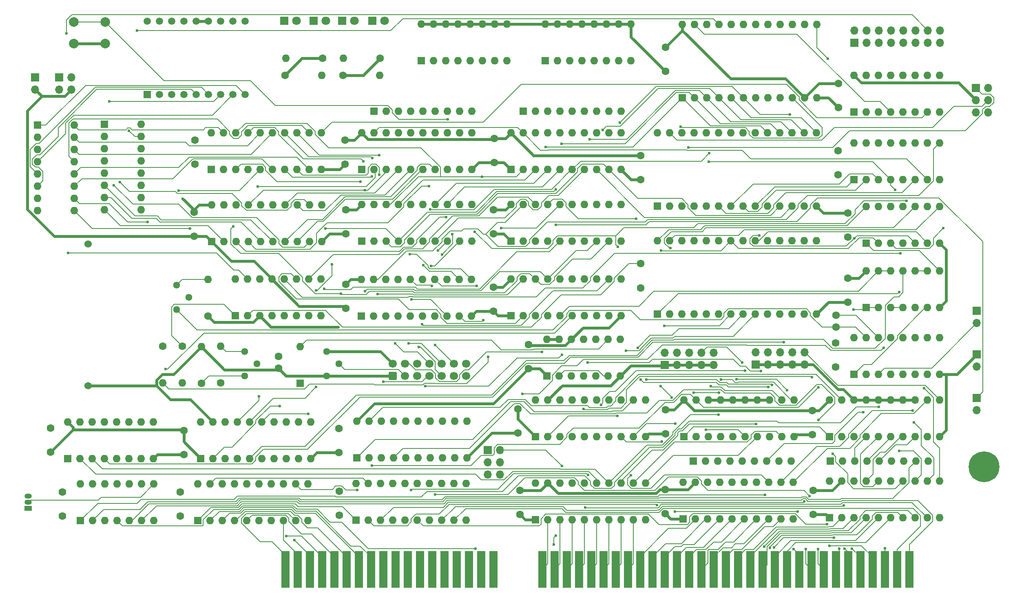
<source format=gbr>
%TF.GenerationSoftware,KiCad,Pcbnew,8.0.4*%
%TF.CreationDate,2024-08-03T13:22:42-04:00*%
%TF.ProjectId,386sxEmbedded,33383673-7845-46d6-9265-646465642e6b,rev?*%
%TF.SameCoordinates,Original*%
%TF.FileFunction,Copper,L1,Top*%
%TF.FilePolarity,Positive*%
%FSLAX46Y46*%
G04 Gerber Fmt 4.6, Leading zero omitted, Abs format (unit mm)*
G04 Created by KiCad (PCBNEW 8.0.4) date 2024-08-03 13:22:42*
%MOMM*%
%LPD*%
G01*
G04 APERTURE LIST*
G04 Aperture macros list*
%AMRoundRect*
0 Rectangle with rounded corners*
0 $1 Rounding radius*
0 $2 $3 $4 $5 $6 $7 $8 $9 X,Y pos of 4 corners*
0 Add a 4 corners polygon primitive as box body*
4,1,4,$2,$3,$4,$5,$6,$7,$8,$9,$2,$3,0*
0 Add four circle primitives for the rounded corners*
1,1,$1+$1,$2,$3*
1,1,$1+$1,$4,$5*
1,1,$1+$1,$6,$7*
1,1,$1+$1,$8,$9*
0 Add four rect primitives between the rounded corners*
20,1,$1+$1,$2,$3,$4,$5,0*
20,1,$1+$1,$4,$5,$6,$7,0*
20,1,$1+$1,$6,$7,$8,$9,0*
20,1,$1+$1,$8,$9,$2,$3,0*%
G04 Aperture macros list end*
%TA.AperFunction,ComponentPad*%
%ADD10R,1.700000X1.700000*%
%TD*%
%TA.AperFunction,ComponentPad*%
%ADD11O,1.700000X1.700000*%
%TD*%
%TA.AperFunction,ComponentPad*%
%ADD12R,1.600000X1.600000*%
%TD*%
%TA.AperFunction,ComponentPad*%
%ADD13O,1.600000X1.600000*%
%TD*%
%TA.AperFunction,ComponentPad*%
%ADD14C,1.600000*%
%TD*%
%TA.AperFunction,ComponentPad*%
%ADD15R,1.500000X1.050000*%
%TD*%
%TA.AperFunction,ComponentPad*%
%ADD16O,1.500000X1.050000*%
%TD*%
%TA.AperFunction,ComponentPad*%
%ADD17R,1.500000X1.500000*%
%TD*%
%TA.AperFunction,ComponentPad*%
%ADD18C,1.500000*%
%TD*%
%TA.AperFunction,ComponentPad*%
%ADD19R,1.800000X1.800000*%
%TD*%
%TA.AperFunction,ComponentPad*%
%ADD20C,1.800000*%
%TD*%
%TA.AperFunction,ComponentPad*%
%ADD21C,1.440000*%
%TD*%
%TA.AperFunction,ComponentPad*%
%ADD22RoundRect,0.250000X0.600000X-0.600000X0.600000X0.600000X-0.600000X0.600000X-0.600000X-0.600000X0*%
%TD*%
%TA.AperFunction,ComponentPad*%
%ADD23C,1.700000*%
%TD*%
%TA.AperFunction,ComponentPad*%
%ADD24C,1.530000*%
%TD*%
%TA.AperFunction,ConnectorPad*%
%ADD25R,1.780000X7.620000*%
%TD*%
%TA.AperFunction,ComponentPad*%
%ADD26C,2.000000*%
%TD*%
%TA.AperFunction,ComponentPad*%
%ADD27C,6.400000*%
%TD*%
%TA.AperFunction,ViaPad*%
%ADD28C,0.600000*%
%TD*%
%TA.AperFunction,Conductor*%
%ADD29C,0.200000*%
%TD*%
%TA.AperFunction,Conductor*%
%ADD30C,0.609600*%
%TD*%
G04 APERTURE END LIST*
D10*
%TO.P,JP1,1,A*%
%TO.N,GND*%
X236000000Y-93000000D03*
D11*
%TO.P,JP1,2,B*%
%TO.N,PU1_10k_7*%
X236000000Y-95540000D03*
%TD*%
D12*
%TO.P,U28,1,OE*%
%TO.N,-ENABLE_LCD_D*%
X108265000Y-78500000D03*
D13*
%TO.P,U28,2,O0*%
%TO.N,LCD_D0*%
X110805000Y-78500000D03*
%TO.P,U28,3,D0*%
%TO.N,BD0*%
X113345000Y-78500000D03*
%TO.P,U28,4,D1*%
%TO.N,BD1*%
X115885000Y-78500000D03*
%TO.P,U28,5,O1*%
%TO.N,LCD_D1*%
X118425000Y-78500000D03*
%TO.P,U28,6,O2*%
%TO.N,LCD_D2*%
X120965000Y-78500000D03*
%TO.P,U28,7,D2*%
%TO.N,BD2*%
X123505000Y-78500000D03*
%TO.P,U28,8,D3*%
%TO.N,BD3*%
X126045000Y-78500000D03*
%TO.P,U28,9,O3*%
%TO.N,LCD_D3*%
X128585000Y-78500000D03*
%TO.P,U28,10,GND*%
%TO.N,GND*%
X131125000Y-78500000D03*
%TO.P,U28,11,Cp*%
%TO.N,-WR_PORT1C*%
X131125000Y-70880000D03*
%TO.P,U28,12,O4*%
%TO.N,LCD_D4*%
X128585000Y-70880000D03*
%TO.P,U28,13,D4*%
%TO.N,BD4*%
X126045000Y-70880000D03*
%TO.P,U28,14,D5*%
%TO.N,BD5*%
X123505000Y-70880000D03*
%TO.P,U28,15,O5*%
%TO.N,LCD_D5*%
X120965000Y-70880000D03*
%TO.P,U28,16,O6*%
%TO.N,LCD_D6*%
X118425000Y-70880000D03*
%TO.P,U28,17,D6*%
%TO.N,BD6*%
X115885000Y-70880000D03*
%TO.P,U28,18,D7*%
%TO.N,BD7*%
X113345000Y-70880000D03*
%TO.P,U28,19,O7*%
%TO.N,LCD_D7*%
X110805000Y-70880000D03*
%TO.P,U28,20,VCC*%
%TO.N,VCC*%
X108265000Y-70880000D03*
%TD*%
D12*
%TO.P,U8,1,~{A}*%
%TO.N,Net-(U8A-~{A})*%
X210470000Y-106180000D03*
D13*
%TO.P,U8,2,B*%
%TO.N,VCC*%
X213010000Y-106180000D03*
%TO.P,U8,3,~{CLR}*%
%TO.N,PU1_10k_7*%
X215550000Y-106180000D03*
%TO.P,U8,4,~{Q}*%
%TO.N,-IOWAIT*%
X218090000Y-106180000D03*
%TO.P,U8,5,Q*%
%TO.N,unconnected-(U8B-Q-Pad5)*%
X220630000Y-106180000D03*
%TO.P,U8,6,Cext*%
%TO.N,unconnected-(U8B-Cext-Pad6)*%
X223170000Y-106180000D03*
%TO.P,U8,7,RCext*%
%TO.N,unconnected-(U8B-RCext-Pad7)*%
X225710000Y-106180000D03*
%TO.P,U8,8,GND*%
%TO.N,GND*%
X228250000Y-106180000D03*
%TO.P,U8,9,~{A}*%
%TO.N,unconnected-(U8B-~{A}-Pad9)*%
X228250000Y-98560000D03*
%TO.P,U8,10,B*%
%TO.N,unconnected-(U8B-B-Pad10)*%
X225710000Y-98560000D03*
%TO.P,U8,11,~{CLR}*%
%TO.N,unconnected-(U8B-~{CLR}-Pad11)*%
X223170000Y-98560000D03*
%TO.P,U8,12,~{Q}*%
%TO.N,unconnected-(U8B-~{Q}-Pad12)*%
X220630000Y-98560000D03*
%TO.P,U8,13,Q*%
%TO.N,unconnected-(U8A-Q-Pad13)*%
X218090000Y-98560000D03*
%TO.P,U8,14,Cext*%
%TO.N,Net-(U8A-Cext)*%
X215550000Y-98560000D03*
%TO.P,U8,15,RCext*%
%TO.N,Net-(U8A-RCext)*%
X213010000Y-98560000D03*
%TO.P,U8,16,VCC*%
%TO.N,VCC*%
X210470000Y-98560000D03*
%TD*%
D14*
%TO.P,C12,1*%
%TO.N,VCC*%
X207250000Y-45750000D03*
%TO.P,C12,2*%
%TO.N,GND*%
X207250000Y-50750000D03*
%TD*%
%TO.P,R20,1*%
%TO.N,Net-(U25-VBATT)*%
X71000000Y-100300000D03*
D13*
%TO.P,R20,2*%
%TO.N,Net-(BT1-PadP)*%
X71000000Y-107920000D03*
%TD*%
D14*
%TO.P,R1,1*%
%TO.N,VCC*%
X76375000Y-94080000D03*
D13*
%TO.P,R1,2*%
%TO.N,Net-(R1-Pad2)*%
X76375000Y-86460000D03*
%TD*%
D15*
%TO.P,U30,1,GND*%
%TO.N,GND*%
X39000000Y-134040000D03*
D16*
%TO.P,U30,2,DATA*%
%TO.N,DS2400_DI*%
X39000000Y-132770000D03*
%TO.P,U30,3,NC*%
%TO.N,unconnected-(U30-NC-Pad3)*%
X39000000Y-131500000D03*
%TD*%
D14*
%TO.P,C19,1*%
%TO.N,VCC*%
X171335000Y-38180000D03*
%TO.P,C19,2*%
%TO.N,GND*%
X171335000Y-43180000D03*
%TD*%
D12*
%TO.P,U4,1,A->B*%
%TO.N,VCC*%
X205380000Y-136000000D03*
D13*
%TO.P,U4,2,A0*%
%TO.N,SA16*%
X207920000Y-136000000D03*
%TO.P,U4,3,A1*%
%TO.N,SA17*%
X210460000Y-136000000D03*
%TO.P,U4,4,A2*%
%TO.N,SA18*%
X213000000Y-136000000D03*
%TO.P,U4,5,A3*%
%TO.N,SA19*%
X215540000Y-136000000D03*
%TO.P,U4,6,A4*%
%TO.N,AEN*%
X218080000Y-136000000D03*
%TO.P,U4,7,A5*%
%TO.N,-IOW*%
X220620000Y-136000000D03*
%TO.P,U4,8,A6*%
%TO.N,-IOR*%
X223160000Y-136000000D03*
%TO.P,U4,9,A7*%
%TO.N,ALE*%
X225700000Y-136000000D03*
%TO.P,U4,10,GND*%
%TO.N,GND*%
X228240000Y-136000000D03*
%TO.P,U4,11,B7*%
%TO.N,BALE*%
X228240000Y-128380000D03*
%TO.P,U4,12,B6*%
%TO.N,-BIOR*%
X225700000Y-128380000D03*
%TO.P,U4,13,B5*%
%TO.N,-BIOW*%
X223160000Y-128380000D03*
%TO.P,U4,14,B4*%
%TO.N,BAEN*%
X220620000Y-128380000D03*
%TO.P,U4,15,B3*%
%TO.N,BA19*%
X218080000Y-128380000D03*
%TO.P,U4,16,B2*%
%TO.N,BA18*%
X215540000Y-128380000D03*
%TO.P,U4,17,B1*%
%TO.N,BA17*%
X213000000Y-128380000D03*
%TO.P,U4,18,B0*%
%TO.N,BA16*%
X210460000Y-128380000D03*
%TO.P,U4,19,CE*%
%TO.N,GND*%
X207920000Y-128380000D03*
%TO.P,U4,20,VCC*%
%TO.N,VCC*%
X205380000Y-128380000D03*
%TD*%
D17*
%TO.P,U15,1,DIG1_E*%
%TO.N,Net-(U15-DIG1_E)*%
X63780000Y-48000000D03*
D18*
%TO.P,U15,2,DIG1_D*%
%TO.N,Net-(U15-DIG1_D)*%
X66320000Y-48000000D03*
%TO.P,U15,3,DIG1_C*%
%TO.N,Net-(U15-DIG1_C)*%
X68860000Y-48000000D03*
%TO.P,U15,4,DP1*%
%TO.N,Net-(U15-DP1)*%
X71400000Y-48000000D03*
%TO.P,U15,5,DIG2_E*%
%TO.N,Net-(U15-DIG2_E)*%
X73940000Y-48000000D03*
%TO.P,U15,6,DIG2_D*%
%TO.N,Net-(U15-DIG2_D)*%
X76480000Y-48000000D03*
%TO.P,U15,7,DIG2_G*%
%TO.N,Net-(U15-DIG2_G)*%
X79020000Y-48000000D03*
%TO.P,U15,8,DIG2_C*%
%TO.N,Net-(U15-DIG2_C)*%
X81560000Y-48000000D03*
%TO.P,U15,9,DP2*%
%TO.N,Net-(U15-DP2)*%
X84100000Y-48000000D03*
%TO.P,U15,10,DIG2_B*%
%TO.N,Net-(U15-DIG2_B)*%
X84100000Y-32760000D03*
%TO.P,U15,11,DIG2_A*%
%TO.N,Net-(U15-DIG2_A)*%
X81560000Y-32760000D03*
%TO.P,U15,12,DIG2_F*%
%TO.N,Net-(U15-DIG2_F)*%
X79020000Y-32760000D03*
%TO.P,U15,13,DIG2_CA*%
%TO.N,VCC*%
X76480000Y-32760000D03*
%TO.P,U15,14,DIG1_CA*%
X73940000Y-32760000D03*
%TO.P,U15,15,DIG1_B*%
%TO.N,Net-(U15-DIG1_B)*%
X71400000Y-32760000D03*
%TO.P,U15,16,DIG1_A*%
%TO.N,Net-(U15-DIG1_A)*%
X68860000Y-32760000D03*
%TO.P,U15,17,DIG1_G*%
%TO.N,Net-(U15-DIG1_G)*%
X66320000Y-32760000D03*
%TO.P,U15,18,DIG1_F*%
%TO.N,Net-(U15-DIG1_F)*%
X63780000Y-32760000D03*
%TD*%
D12*
%TO.P,U27,1,A14*%
%TO.N,BA14*%
X169710000Y-93680000D03*
D13*
%TO.P,U27,2,A12*%
%TO.N,BA12*%
X172250000Y-93680000D03*
%TO.P,U27,3,A7*%
%TO.N,BA7*%
X174790000Y-93680000D03*
%TO.P,U27,4,A6*%
%TO.N,BA6*%
X177330000Y-93680000D03*
%TO.P,U27,5,A5*%
%TO.N,BA5*%
X179870000Y-93680000D03*
%TO.P,U27,6,A4*%
%TO.N,BA4*%
X182410000Y-93680000D03*
%TO.P,U27,7,A3*%
%TO.N,BA3*%
X184950000Y-93680000D03*
%TO.P,U27,8,A2*%
%TO.N,BA2*%
X187490000Y-93680000D03*
%TO.P,U27,9,A1*%
%TO.N,BA1*%
X190030000Y-93680000D03*
%TO.P,U27,10,A0*%
%TO.N,BA0*%
X192570000Y-93680000D03*
%TO.P,U27,11,Q0*%
%TO.N,BD0*%
X195110000Y-93680000D03*
%TO.P,U27,12,Q1*%
%TO.N,BD1*%
X197650000Y-93680000D03*
%TO.P,U27,13,Q2*%
%TO.N,BD2*%
X200190000Y-93680000D03*
%TO.P,U27,14,GND*%
%TO.N,GND*%
X202730000Y-93680000D03*
%TO.P,U27,15,Q3*%
%TO.N,BD3*%
X202730000Y-78440000D03*
%TO.P,U27,16,Q4*%
%TO.N,BD4*%
X200190000Y-78440000D03*
%TO.P,U27,17,Q5*%
%TO.N,BD5*%
X197650000Y-78440000D03*
%TO.P,U27,18,Q6*%
%TO.N,BD6*%
X195110000Y-78440000D03*
%TO.P,U27,19,Q7*%
%TO.N,BD7*%
X192570000Y-78440000D03*
%TO.P,U27,20,~{CS}*%
%TO.N,Net-(U27-~{CS})*%
X190030000Y-78440000D03*
%TO.P,U27,21,A10*%
%TO.N,BA10*%
X187490000Y-78440000D03*
%TO.P,U27,22,~{OE}*%
%TO.N,-BSMEMR*%
X184950000Y-78440000D03*
%TO.P,U27,23,A11*%
%TO.N,BA11*%
X182410000Y-78440000D03*
%TO.P,U27,24,A9*%
%TO.N,BA9*%
X179870000Y-78440000D03*
%TO.P,U27,25,A8*%
%TO.N,BA8*%
X177330000Y-78440000D03*
%TO.P,U27,26,A13*%
%TO.N,BA13*%
X174790000Y-78440000D03*
%TO.P,U27,27,~{WE}*%
%TO.N,Net-(U27-~{WE})*%
X172250000Y-78440000D03*
%TO.P,U27,28,VCC*%
%TO.N,+5P*%
X169710000Y-78440000D03*
%TD*%
D12*
%TO.P,U13,1,OE*%
%TO.N,GND*%
X77140000Y-78600000D03*
D13*
%TO.P,U13,2,O0*%
%TO.N,Net-(U13-O0)*%
X79680000Y-78600000D03*
%TO.P,U13,3,D0*%
%TO.N,BD8*%
X82220000Y-78600000D03*
%TO.P,U13,4,D1*%
%TO.N,BD9*%
X84760000Y-78600000D03*
%TO.P,U13,5,O1*%
%TO.N,Net-(U13-O1)*%
X87300000Y-78600000D03*
%TO.P,U13,6,O2*%
%TO.N,Net-(U13-O2)*%
X89840000Y-78600000D03*
%TO.P,U13,7,D2*%
%TO.N,BD10*%
X92380000Y-78600000D03*
%TO.P,U13,8,D3*%
%TO.N,BD11*%
X94920000Y-78600000D03*
%TO.P,U13,9,O3*%
%TO.N,Net-(U13-O3)*%
X97460000Y-78600000D03*
%TO.P,U13,10,GND*%
%TO.N,GND*%
X100000000Y-78600000D03*
%TO.P,U13,11,LE*%
%TO.N,-WR_PORT1E*%
X100000000Y-70980000D03*
%TO.P,U13,12,O4*%
%TO.N,Net-(U13-O4)*%
X97460000Y-70980000D03*
%TO.P,U13,13,D4*%
%TO.N,BD12*%
X94920000Y-70980000D03*
%TO.P,U13,14,D5*%
%TO.N,BD13*%
X92380000Y-70980000D03*
%TO.P,U13,15,O5*%
%TO.N,Net-(U13-O5)*%
X89840000Y-70980000D03*
%TO.P,U13,16,O6*%
%TO.N,Net-(U13-O6)*%
X87300000Y-70980000D03*
%TO.P,U13,17,D6*%
%TO.N,BD14*%
X84760000Y-70980000D03*
%TO.P,U13,18,D7*%
%TO.N,BD15*%
X82220000Y-70980000D03*
%TO.P,U13,19,O7*%
%TO.N,Net-(U13-O7)*%
X79680000Y-70980000D03*
%TO.P,U13,20,VCC*%
%TO.N,VCC*%
X77140000Y-70980000D03*
%TD*%
D19*
%TO.P,D5,1,K*%
%TO.N,Net-(D5-K)*%
X110500000Y-32700000D03*
D20*
%TO.P,D5,2,A*%
%TO.N,Net-(D5-A)*%
X113040000Y-32700000D03*
%TD*%
D14*
%TO.P,C6,1*%
%TO.N,VCC*%
X70600000Y-135600000D03*
%TO.P,C6,2*%
%TO.N,GND*%
X70600000Y-130600000D03*
%TD*%
D12*
%TO.P,U31,1,A->B*%
%TO.N,GND*%
X108240000Y-94060000D03*
D13*
%TO.P,U31,2,A0*%
%TO.N,BD0*%
X110780000Y-94060000D03*
%TO.P,U31,3,A1*%
%TO.N,BD1*%
X113320000Y-94060000D03*
%TO.P,U31,4,A2*%
%TO.N,BD2*%
X115860000Y-94060000D03*
%TO.P,U31,5,A3*%
%TO.N,BD3*%
X118400000Y-94060000D03*
%TO.P,U31,6,A4*%
%TO.N,BD4*%
X120940000Y-94060000D03*
%TO.P,U31,7,A5*%
%TO.N,BD5*%
X123480000Y-94060000D03*
%TO.P,U31,8,A6*%
%TO.N,BD6*%
X126020000Y-94060000D03*
%TO.P,U31,9,A7*%
%TO.N,BD7*%
X128560000Y-94060000D03*
%TO.P,U31,10,GND*%
%TO.N,GND*%
X131100000Y-94060000D03*
%TO.P,U31,11,B7*%
%TO.N,LCD_D7*%
X131100000Y-86440000D03*
%TO.P,U31,12,B6*%
%TO.N,LCD_D6*%
X128560000Y-86440000D03*
%TO.P,U31,13,B5*%
%TO.N,LCD_D5*%
X126020000Y-86440000D03*
%TO.P,U31,14,B4*%
%TO.N,LCD_D4*%
X123480000Y-86440000D03*
%TO.P,U31,15,B3*%
%TO.N,LCD_D3*%
X120940000Y-86440000D03*
%TO.P,U31,16,B2*%
%TO.N,LCD_D2*%
X118400000Y-86440000D03*
%TO.P,U31,17,B1*%
%TO.N,LCD_D1*%
X115860000Y-86440000D03*
%TO.P,U31,18,B0*%
%TO.N,LCD_D0*%
X113320000Y-86440000D03*
%TO.P,U31,19,CE*%
%TO.N,-RD_PORT1C*%
X110780000Y-86440000D03*
%TO.P,U31,20,VCC*%
%TO.N,VCC*%
X108240000Y-86440000D03*
%TD*%
D12*
%TO.P,U23,1,VPP*%
%TO.N,UPIN1*%
X169710000Y-71240000D03*
D13*
%TO.P,U23,2,A12*%
%TO.N,BA12*%
X172250000Y-71240000D03*
%TO.P,U23,3,A7*%
%TO.N,BA7*%
X174790000Y-71240000D03*
%TO.P,U23,4,A6*%
%TO.N,BA6*%
X177330000Y-71240000D03*
%TO.P,U23,5,A5*%
%TO.N,BA5*%
X179870000Y-71240000D03*
%TO.P,U23,6,A4*%
%TO.N,BA4*%
X182410000Y-71240000D03*
%TO.P,U23,7,A3*%
%TO.N,BA3*%
X184950000Y-71240000D03*
%TO.P,U23,8,A2*%
%TO.N,BA2*%
X187490000Y-71240000D03*
%TO.P,U23,9,A1*%
%TO.N,BA1*%
X190030000Y-71240000D03*
%TO.P,U23,10,A0*%
%TO.N,BA0*%
X192570000Y-71240000D03*
%TO.P,U23,11,D0*%
%TO.N,BD0*%
X195110000Y-71240000D03*
%TO.P,U23,12,D1*%
%TO.N,BD1*%
X197650000Y-71240000D03*
%TO.P,U23,13,D2*%
%TO.N,BD2*%
X200190000Y-71240000D03*
%TO.P,U23,14,GND*%
%TO.N,GND*%
X202730000Y-71240000D03*
%TO.P,U23,15,D3*%
%TO.N,BD3*%
X202730000Y-56000000D03*
%TO.P,U23,16,D4*%
%TO.N,BD4*%
X200190000Y-56000000D03*
%TO.P,U23,17,D5*%
%TO.N,BD5*%
X197650000Y-56000000D03*
%TO.P,U23,18,D6*%
%TO.N,BD6*%
X195110000Y-56000000D03*
%TO.P,U23,19,D7*%
%TO.N,BD7*%
X192570000Y-56000000D03*
%TO.P,U23,20,~{CE}*%
%TO.N,-BDMEMSEL*%
X190030000Y-56000000D03*
%TO.P,U23,21,A10*%
%TO.N,BA10*%
X187490000Y-56000000D03*
%TO.P,U23,22,~{OE}*%
%TO.N,-BSMEMR*%
X184950000Y-56000000D03*
%TO.P,U23,23,A11*%
%TO.N,BA11*%
X182410000Y-56000000D03*
%TO.P,U23,24,A9*%
%TO.N,BA9*%
X179870000Y-56000000D03*
%TO.P,U23,25,A8*%
%TO.N,BA8*%
X177330000Y-56000000D03*
%TO.P,U23,26,A13*%
%TO.N,BA13*%
X174790000Y-56000000D03*
%TO.P,U23,27,A14*%
%TO.N,UPIN27*%
X172250000Y-56000000D03*
%TO.P,U23,28,VCC*%
%TO.N,VCC*%
X169710000Y-56000000D03*
%TD*%
D14*
%TO.P,C15,1*%
%TO.N,VCC*%
X73500000Y-72500000D03*
%TO.P,C15,2*%
%TO.N,GND*%
X73500000Y-77500000D03*
%TD*%
%TO.P,C28,1*%
%TO.N,VCC*%
X105000000Y-72000000D03*
%TO.P,C28,2*%
%TO.N,GND*%
X105000000Y-77000000D03*
%TD*%
D21*
%TO.P,RV1,1,1*%
%TO.N,Net-(R1-Pad2)*%
X69835000Y-87620000D03*
%TO.P,RV1,2,2*%
%TO.N,Net-(U8A-RCext)*%
X72375000Y-90160000D03*
%TO.P,RV1,3,3*%
X69835000Y-92700000D03*
%TD*%
D14*
%TO.P,C10,1*%
%TO.N,VCC*%
X209210000Y-86180000D03*
%TO.P,C10,2*%
%TO.N,GND*%
X209210000Y-91180000D03*
%TD*%
D12*
%TO.P,U24,1,A->B*%
%TO.N,-BSMEMR*%
X107265000Y-123570000D03*
D13*
%TO.P,U24,2,A0*%
%TO.N,SD0*%
X109805000Y-123570000D03*
%TO.P,U24,3,A1*%
%TO.N,SD1*%
X112345000Y-123570000D03*
%TO.P,U24,4,A2*%
%TO.N,SD2*%
X114885000Y-123570000D03*
%TO.P,U24,5,A3*%
%TO.N,SD3*%
X117425000Y-123570000D03*
%TO.P,U24,6,A4*%
%TO.N,SD4*%
X119965000Y-123570000D03*
%TO.P,U24,7,A5*%
%TO.N,SD5*%
X122505000Y-123570000D03*
%TO.P,U24,8,A6*%
%TO.N,SD6*%
X125045000Y-123570000D03*
%TO.P,U24,9,A7*%
%TO.N,SD7*%
X127585000Y-123570000D03*
%TO.P,U24,10,GND*%
%TO.N,GND*%
X130125000Y-123570000D03*
%TO.P,U24,11,B7*%
%TO.N,BD7*%
X130125000Y-115950000D03*
%TO.P,U24,12,B6*%
%TO.N,BD6*%
X127585000Y-115950000D03*
%TO.P,U24,13,B5*%
%TO.N,BD5*%
X125045000Y-115950000D03*
%TO.P,U24,14,B4*%
%TO.N,BD4*%
X122505000Y-115950000D03*
%TO.P,U24,15,B3*%
%TO.N,BD3*%
X119965000Y-115950000D03*
%TO.P,U24,16,B2*%
%TO.N,BD2*%
X117425000Y-115950000D03*
%TO.P,U24,17,B1*%
%TO.N,BD1*%
X114885000Y-115950000D03*
%TO.P,U24,18,B0*%
%TO.N,BD0*%
X112345000Y-115950000D03*
%TO.P,U24,19,CE*%
%TO.N,-BDMEMSEL*%
X109805000Y-115950000D03*
%TO.P,U24,20,VCC*%
%TO.N,VCC*%
X107265000Y-115950000D03*
%TD*%
D22*
%TO.P,J9,1,Pin_1*%
%TO.N,GND*%
X114760000Y-106540000D03*
D23*
%TO.P,J9,2,Pin_2*%
%TO.N,VCC*%
X114760000Y-104000000D03*
%TO.P,J9,3,Pin_3*%
%TO.N,LCD_CONTRAST*%
X117300000Y-106540000D03*
%TO.P,J9,4,Pin_4*%
%TO.N,LCD_RS*%
X117300000Y-104000000D03*
%TO.P,J9,5,Pin_5*%
%TO.N,LCD_RW*%
X119840000Y-106540000D03*
%TO.P,J9,6,Pin_6*%
%TO.N,LCD_E*%
X119840000Y-104000000D03*
%TO.P,J9,7,Pin_7*%
%TO.N,LCD_D0*%
X122380000Y-106540000D03*
%TO.P,J9,8,Pin_8*%
%TO.N,LCD_D1*%
X122380000Y-104000000D03*
%TO.P,J9,9,Pin_9*%
%TO.N,LCD_D2*%
X124920000Y-106540000D03*
%TO.P,J9,10,Pin_10*%
%TO.N,LCD_D3*%
X124920000Y-104000000D03*
%TO.P,J9,11,Pin_11*%
%TO.N,LCD_D4*%
X127460000Y-106540000D03*
%TO.P,J9,12,Pin_12*%
%TO.N,LCD_D5*%
X127460000Y-104000000D03*
%TO.P,J9,13,Pin_13*%
%TO.N,LCD_D6*%
X130000000Y-106540000D03*
%TO.P,J9,14,Pin_14*%
%TO.N,LCD_D7*%
X130000000Y-104000000D03*
%TD*%
D19*
%TO.P,D2,1,K*%
%TO.N,Net-(D2-K)*%
X92235000Y-32700000D03*
D20*
%TO.P,D2,2,A*%
%TO.N,Net-(D2-A)*%
X94775000Y-32700000D03*
%TD*%
D12*
%TO.P,U22,1,G*%
%TO.N,BAEN*%
X205380000Y-119120000D03*
D13*
%TO.P,U22,2,P0*%
%TO.N,Net-(J6-Pin_2)*%
X207920000Y-119120000D03*
%TO.P,U22,3,R0*%
%TO.N,BA19*%
X210460000Y-119120000D03*
%TO.P,U22,4,P1*%
%TO.N,Net-(J6-Pin_4)*%
X213000000Y-119120000D03*
%TO.P,U22,5,R1*%
%TO.N,BA18*%
X215540000Y-119120000D03*
%TO.P,U22,6,P2*%
%TO.N,Net-(J6-Pin_6)*%
X218080000Y-119120000D03*
%TO.P,U22,7,R2*%
%TO.N,BA17*%
X220620000Y-119120000D03*
%TO.P,U22,8,P3*%
%TO.N,Net-(J6-Pin_8)*%
X223160000Y-119120000D03*
%TO.P,U22,9,R3*%
%TO.N,BA16*%
X225700000Y-119120000D03*
%TO.P,U22,10,GND*%
%TO.N,GND*%
X228240000Y-119120000D03*
%TO.P,U22,11,P4*%
%TO.N,Net-(J6-Pin_10)*%
X228240000Y-111500000D03*
%TO.P,U22,12,R4*%
%TO.N,BA15*%
X225700000Y-111500000D03*
%TO.P,U22,13,P5*%
%TO.N,GND*%
X223160000Y-111500000D03*
%TO.P,U22,14,R5*%
X220620000Y-111500000D03*
%TO.P,U22,15,P6*%
X218080000Y-111500000D03*
%TO.P,U22,16,R6*%
X215540000Y-111500000D03*
%TO.P,U22,17,P7*%
X213000000Y-111500000D03*
%TO.P,U22,18,R7*%
X210460000Y-111500000D03*
%TO.P,U22,19,P=R*%
%TO.N,-BDMEMSEL*%
X207920000Y-111500000D03*
%TO.P,U22,20,VCC*%
%TO.N,VCC*%
X205380000Y-111500000D03*
%TD*%
D14*
%TO.P,C31,1*%
%TO.N,VCC*%
X105000000Y-87440000D03*
%TO.P,C31,2*%
%TO.N,GND*%
X105000000Y-92440000D03*
%TD*%
D12*
%TO.P,SW3,1*%
%TO.N,Net-(RN3-R1)*%
X146420000Y-41000000D03*
D13*
%TO.P,SW3,2*%
%TO.N,Net-(RN3-R2)*%
X148960000Y-41000000D03*
%TO.P,SW3,3*%
%TO.N,Net-(RN3-R3)*%
X151500000Y-41000000D03*
%TO.P,SW3,4*%
%TO.N,Net-(RN3-R4)*%
X154040000Y-41000000D03*
%TO.P,SW3,5*%
%TO.N,Net-(RN3-R5)*%
X156580000Y-41000000D03*
%TO.P,SW3,6*%
%TO.N,Net-(RN3-R6)*%
X159120000Y-41000000D03*
%TO.P,SW3,7*%
%TO.N,Net-(RN3-R7)*%
X161660000Y-41000000D03*
%TO.P,SW3,8*%
%TO.N,Net-(RN3-R8)*%
X164200000Y-41000000D03*
%TO.P,SW3,9*%
%TO.N,GND*%
X164200000Y-33380000D03*
%TO.P,SW3,10*%
X161660000Y-33380000D03*
%TO.P,SW3,11*%
X159120000Y-33380000D03*
%TO.P,SW3,12*%
X156580000Y-33380000D03*
%TO.P,SW3,13*%
X154040000Y-33380000D03*
%TO.P,SW3,14*%
X151500000Y-33380000D03*
%TO.P,SW3,15*%
X148960000Y-33380000D03*
%TO.P,SW3,16*%
X146420000Y-33380000D03*
%TD*%
D10*
%TO.P,J2,1,Pin_1*%
%TO.N,GND*%
X171210000Y-104220000D03*
D11*
%TO.P,J2,2,Pin_2*%
%TO.N,Net-(J2-Pin_2)*%
X171210000Y-101680000D03*
%TO.P,J2,3,Pin_3*%
%TO.N,GND*%
X173750000Y-104220000D03*
%TO.P,J2,4,Pin_4*%
%TO.N,Net-(J2-Pin_4)*%
X173750000Y-101680000D03*
%TO.P,J2,5,Pin_5*%
%TO.N,GND*%
X176290000Y-104220000D03*
%TO.P,J2,6,Pin_6*%
%TO.N,Net-(J2-Pin_6)*%
X176290000Y-101680000D03*
%TO.P,J2,7,Pin_7*%
%TO.N,GND*%
X178830000Y-104220000D03*
%TO.P,J2,8,Pin_8*%
%TO.N,Net-(J2-Pin_8)*%
X178830000Y-101680000D03*
%TO.P,J2,9,Pin_9*%
%TO.N,GND*%
X181370000Y-104220000D03*
%TO.P,J2,10,Pin_10*%
%TO.N,Net-(J2-Pin_10)*%
X181370000Y-101680000D03*
%TD*%
D12*
%TO.P,RN1,1,common*%
%TO.N,VCC*%
X177125000Y-124200000D03*
D13*
%TO.P,RN1,2,R1*%
%TO.N,Net-(J2-Pin_2)*%
X179665000Y-124200000D03*
%TO.P,RN1,3,R2*%
%TO.N,Net-(J2-Pin_4)*%
X182205000Y-124200000D03*
%TO.P,RN1,4,R3*%
%TO.N,Net-(J2-Pin_6)*%
X184745000Y-124200000D03*
%TO.P,RN1,5,R4*%
%TO.N,Net-(J2-Pin_8)*%
X187285000Y-124200000D03*
%TO.P,RN1,6,R5*%
%TO.N,Net-(J2-Pin_10)*%
X189825000Y-124200000D03*
%TO.P,RN1,7,R6*%
%TO.N,PU1_10k_7*%
X192365000Y-124200000D03*
%TO.P,RN1,8,R7*%
%TO.N,-PUSHBUTTON*%
X194905000Y-124200000D03*
%TO.P,RN1,9,R8*%
%TO.N,PU1_10k_9*%
X197445000Y-124200000D03*
%TD*%
D19*
%TO.P,D4,1,K*%
%TO.N,Net-(D4-K)*%
X104235000Y-32700000D03*
D20*
%TO.P,D4,2,A*%
%TO.N,Net-(D4-A)*%
X106775000Y-32700000D03*
%TD*%
D14*
%TO.P,C16,1*%
%TO.N,VCC*%
X73700000Y-57520000D03*
%TO.P,C16,2*%
%TO.N,GND*%
X73700000Y-62520000D03*
%TD*%
D24*
%TO.P,BT1,N*%
%TO.N,GND*%
X51500000Y-108555000D03*
%TO.P,BT1,P*%
%TO.N,Net-(BT1-PadP)*%
X51500000Y-79045000D03*
%TD*%
D12*
%TO.P,U26,1,A->B*%
%TO.N,VCC*%
X74865000Y-123670000D03*
D13*
%TO.P,U26,2,A0*%
%TO.N,WD_ACT*%
X77405000Y-123670000D03*
%TO.P,U26,3,A1*%
%TO.N,RST_ACT*%
X79945000Y-123670000D03*
%TO.P,U26,4,A2*%
%TO.N,Net-(D1-A)*%
X82485000Y-123670000D03*
%TO.P,U26,5,A3*%
%TO.N,NVRAM_WR*%
X85025000Y-123670000D03*
%TO.P,U26,6,A4*%
%TO.N,unconnected-(U26-A4-Pad6)*%
X87565000Y-123670000D03*
%TO.P,U26,7,A5*%
%TO.N,unconnected-(U26-A5-Pad7)*%
X90105000Y-123670000D03*
%TO.P,U26,8,A6*%
%TO.N,unconnected-(U26-A6-Pad8)*%
X92645000Y-123670000D03*
%TO.P,U26,9,A7*%
%TO.N,unconnected-(U26-A7-Pad9)*%
X95185000Y-123670000D03*
%TO.P,U26,10,GND*%
%TO.N,GND*%
X97725000Y-123670000D03*
%TO.P,U26,11,B7*%
%TO.N,unconnected-(U26-B7-Pad11)*%
X97725000Y-116050000D03*
%TO.P,U26,12,B6*%
%TO.N,unconnected-(U26-B6-Pad12)*%
X95185000Y-116050000D03*
%TO.P,U26,13,B5*%
%TO.N,unconnected-(U26-B5-Pad13)*%
X92645000Y-116050000D03*
%TO.P,U26,14,B4*%
%TO.N,unconnected-(U26-B4-Pad14)*%
X90105000Y-116050000D03*
%TO.P,U26,15,B3*%
%TO.N,Net-(D5-K)*%
X87565000Y-116050000D03*
%TO.P,U26,16,B2*%
%TO.N,Net-(D3-K)*%
X85025000Y-116050000D03*
%TO.P,U26,17,B1*%
%TO.N,Net-(D4-K)*%
X82485000Y-116050000D03*
%TO.P,U26,18,B0*%
%TO.N,Net-(D2-K)*%
X79945000Y-116050000D03*
%TO.P,U26,19,CE*%
%TO.N,GND*%
X77405000Y-116050000D03*
%TO.P,U26,20,VCC*%
%TO.N,VCC*%
X74865000Y-116050000D03*
%TD*%
D10*
%TO.P,J8,1,Pin_1*%
%TO.N,RST_ACT*%
X45460000Y-44460000D03*
D11*
%TO.P,J8,2,Pin_2*%
%TO.N,GND*%
X48000000Y-44460000D03*
%TO.P,J8,3,Pin_3*%
%TO.N,RST_ACT*%
X45460000Y-47000000D03*
%TO.P,J8,4,Pin_4*%
%TO.N,GND*%
X48000000Y-47000000D03*
%TD*%
D10*
%TO.P,J6,1,Pin_1*%
%TO.N,GND*%
X190050000Y-104180000D03*
D11*
%TO.P,J6,2,Pin_2*%
%TO.N,Net-(J6-Pin_2)*%
X190050000Y-101640000D03*
%TO.P,J6,3,Pin_3*%
%TO.N,GND*%
X192590000Y-104180000D03*
%TO.P,J6,4,Pin_4*%
%TO.N,Net-(J6-Pin_4)*%
X192590000Y-101640000D03*
%TO.P,J6,5,Pin_5*%
%TO.N,GND*%
X195130000Y-104180000D03*
%TO.P,J6,6,Pin_6*%
%TO.N,Net-(J6-Pin_6)*%
X195130000Y-101640000D03*
%TO.P,J6,7,Pin_7*%
%TO.N,GND*%
X197670000Y-104180000D03*
%TO.P,J6,8,Pin_8*%
%TO.N,Net-(J6-Pin_8)*%
X197670000Y-101640000D03*
%TO.P,J6,9,Pin_9*%
%TO.N,GND*%
X200210000Y-104180000D03*
%TO.P,J6,10,Pin_10*%
%TO.N,Net-(J6-Pin_10)*%
X200210000Y-101640000D03*
%TD*%
D14*
%TO.P,C23,1*%
%TO.N,VCC*%
X166210000Y-60680000D03*
%TO.P,C23,2*%
%TO.N,GND*%
X166210000Y-65680000D03*
%TD*%
D12*
%TO.P,U3,1,A->B*%
%TO.N,VCC*%
X175000000Y-136250000D03*
D13*
%TO.P,U3,2,A0*%
%TO.N,SA8*%
X177540000Y-136250000D03*
%TO.P,U3,3,A1*%
%TO.N,SA9*%
X180080000Y-136250000D03*
%TO.P,U3,4,A2*%
%TO.N,SA10*%
X182620000Y-136250000D03*
%TO.P,U3,5,A3*%
%TO.N,SA11*%
X185160000Y-136250000D03*
%TO.P,U3,6,A4*%
%TO.N,SA12*%
X187700000Y-136250000D03*
%TO.P,U3,7,A5*%
%TO.N,SA13*%
X190240000Y-136250000D03*
%TO.P,U3,8,A6*%
%TO.N,SA14*%
X192780000Y-136250000D03*
%TO.P,U3,9,A7*%
%TO.N,SA15*%
X195320000Y-136250000D03*
%TO.P,U3,10,GND*%
%TO.N,GND*%
X197860000Y-136250000D03*
%TO.P,U3,11,B7*%
%TO.N,BA15*%
X197860000Y-128630000D03*
%TO.P,U3,12,B6*%
%TO.N,BA14*%
X195320000Y-128630000D03*
%TO.P,U3,13,B5*%
%TO.N,BA13*%
X192780000Y-128630000D03*
%TO.P,U3,14,B4*%
%TO.N,BA12*%
X190240000Y-128630000D03*
%TO.P,U3,15,B3*%
%TO.N,BA11*%
X187700000Y-128630000D03*
%TO.P,U3,16,B2*%
%TO.N,BA10*%
X185160000Y-128630000D03*
%TO.P,U3,17,B1*%
%TO.N,BA9*%
X182620000Y-128630000D03*
%TO.P,U3,18,B0*%
%TO.N,BA8*%
X180080000Y-128630000D03*
%TO.P,U3,19,CE*%
%TO.N,GND*%
X177540000Y-128630000D03*
%TO.P,U3,20,VCC*%
%TO.N,VCC*%
X175000000Y-128630000D03*
%TD*%
D21*
%TO.P,RV3,1,1*%
%TO.N,VCC*%
X101000000Y-101420000D03*
%TO.P,RV3,2,2*%
%TO.N,LCD_CONTRAST*%
X103540000Y-103960000D03*
%TO.P,RV3,3,3*%
%TO.N,GND*%
X101000000Y-106500000D03*
%TD*%
D14*
%TO.P,C18,1*%
%TO.N,VCC*%
X142935000Y-105000000D03*
%TO.P,C18,2*%
%TO.N,GND*%
X142935000Y-100000000D03*
%TD*%
D10*
%TO.P,J4,1,Pin_1*%
%TO.N,-PUSHBUTTON*%
X40500000Y-44460000D03*
D11*
%TO.P,J4,2,Pin_2*%
%TO.N,GND*%
X40500000Y-47000000D03*
%TD*%
D25*
%TO.P,J1,32,IO*%
%TO.N,-IOCHCK*%
X221975000Y-146710000D03*
%TO.P,J1,33,DB7*%
%TO.N,SD7*%
X219435000Y-146710000D03*
%TO.P,J1,34,DB6*%
%TO.N,SD6*%
X216895000Y-146710000D03*
%TO.P,J1,35,DB5*%
%TO.N,SD5*%
X214355000Y-146710000D03*
%TO.P,J1,36,DB4*%
%TO.N,SD4*%
X211815000Y-146710000D03*
%TO.P,J1,37,DB3*%
%TO.N,SD3*%
X209275000Y-146710000D03*
%TO.P,J1,38,DB2*%
%TO.N,SD2*%
X206735000Y-146710000D03*
%TO.P,J1,39,DB1*%
%TO.N,SD1*%
X204195000Y-146710000D03*
%TO.P,J1,40,DB0*%
%TO.N,SD0*%
X201655000Y-146710000D03*
%TO.P,J1,41,IO_READY*%
%TO.N,IOREADY*%
X199115000Y-146710000D03*
%TO.P,J1,42,AEN*%
%TO.N,AEN*%
X196575000Y-146710000D03*
%TO.P,J1,43,BA19*%
%TO.N,SA19*%
X194035000Y-146710000D03*
%TO.P,J1,44,BA18*%
%TO.N,SA18*%
X191495000Y-146710000D03*
%TO.P,J1,45,BA17*%
%TO.N,SA17*%
X188955000Y-146710000D03*
%TO.P,J1,46,BA16*%
%TO.N,SA16*%
X186415000Y-146710000D03*
%TO.P,J1,47,BA15*%
%TO.N,SA15*%
X183875000Y-146710000D03*
%TO.P,J1,48,BA14*%
%TO.N,SA14*%
X181335000Y-146710000D03*
%TO.P,J1,49,BA13*%
%TO.N,SA13*%
X178795000Y-146710000D03*
%TO.P,J1,50,BA12*%
%TO.N,SA12*%
X176255000Y-146710000D03*
%TO.P,J1,51,BA11*%
%TO.N,SA11*%
X173715000Y-146710000D03*
%TO.P,J1,52,BA10*%
%TO.N,SA10*%
X171175000Y-146710000D03*
%TO.P,J1,53,BA09*%
%TO.N,SA9*%
X168635000Y-146710000D03*
%TO.P,J1,54,BA08*%
%TO.N,SA8*%
X166095000Y-146710000D03*
%TO.P,J1,55,BA07*%
%TO.N,SA7*%
X163555000Y-146710000D03*
%TO.P,J1,56,BA06*%
%TO.N,SA6*%
X161015000Y-146710000D03*
%TO.P,J1,57,BA05*%
%TO.N,SA5*%
X158475000Y-146710000D03*
%TO.P,J1,58,BA04*%
%TO.N,SA4*%
X155935000Y-146710000D03*
%TO.P,J1,59,BA03*%
%TO.N,SA3*%
X153395000Y-146710000D03*
%TO.P,J1,60,BA02*%
%TO.N,SA2*%
X150855000Y-146710000D03*
%TO.P,J1,61,BA01*%
%TO.N,SA1*%
X148315000Y-146710000D03*
%TO.P,J1,62,BA00*%
%TO.N,SA0*%
X145775000Y-146710000D03*
%TO.P,J1,81,SBHE*%
%TO.N,unconnected-(J1-SBHE-Pad81)*%
X135615000Y-146710000D03*
%TO.P,J1,82,LA23*%
%TO.N,unconnected-(J1-LA23-Pad82)*%
X133075000Y-146710000D03*
%TO.P,J1,83,LA22*%
%TO.N,unconnected-(J1-LA22-Pad83)*%
X130535000Y-146710000D03*
%TO.P,J1,84,LA21*%
%TO.N,unconnected-(J1-LA21-Pad84)*%
X127995000Y-146710000D03*
%TO.P,J1,85,LA20*%
%TO.N,unconnected-(J1-LA20-Pad85)*%
X125455000Y-146710000D03*
%TO.P,J1,86,LA19*%
%TO.N,unconnected-(J1-LA19-Pad86)*%
X122915000Y-146710000D03*
%TO.P,J1,87,LA18*%
%TO.N,unconnected-(J1-LA18-Pad87)*%
X120375000Y-146710000D03*
%TO.P,J1,88,LA17*%
%TO.N,unconnected-(J1-LA17-Pad88)*%
X117835000Y-146710000D03*
%TO.P,J1,89,~{MEMR}*%
%TO.N,unconnected-(J1-~{MEMR}-Pad89)*%
X115295000Y-146710000D03*
%TO.P,J1,90,~{MEMW}*%
%TO.N,unconnected-(J1-~{MEMW}-Pad90)*%
X112755000Y-146710000D03*
%TO.P,J1,91,D8*%
%TO.N,SD8*%
X110215000Y-146710000D03*
%TO.P,J1,92,D9*%
%TO.N,SD9*%
X107675000Y-146710000D03*
%TO.P,J1,93,D10*%
%TO.N,SD10*%
X105135000Y-146710000D03*
%TO.P,J1,94,D11*%
%TO.N,SD11*%
X102595000Y-146710000D03*
%TO.P,J1,95,D12*%
%TO.N,SD12*%
X100055000Y-146710000D03*
%TO.P,J1,96,D13*%
%TO.N,SD13*%
X97515000Y-146710000D03*
%TO.P,J1,97,D14*%
%TO.N,SD14*%
X94975000Y-146710000D03*
%TO.P,J1,98,D15*%
%TO.N,SD15*%
X92435000Y-146710000D03*
%TD*%
D14*
%TO.P,C14,1*%
%TO.N,VCC*%
X104805000Y-57500000D03*
%TO.P,C14,2*%
%TO.N,GND*%
X104805000Y-62500000D03*
%TD*%
D12*
%TO.P,U32,1,A->B*%
%TO.N,GND*%
X139265000Y-78500000D03*
D13*
%TO.P,U32,2,A0*%
%TO.N,BD8*%
X141805000Y-78500000D03*
%TO.P,U32,3,A1*%
%TO.N,BD9*%
X144345000Y-78500000D03*
%TO.P,U32,4,A2*%
%TO.N,BD10*%
X146885000Y-78500000D03*
%TO.P,U32,5,A3*%
%TO.N,BD11*%
X149425000Y-78500000D03*
%TO.P,U32,6,A4*%
%TO.N,BD12*%
X151965000Y-78500000D03*
%TO.P,U32,7,A5*%
%TO.N,BD13*%
X154505000Y-78500000D03*
%TO.P,U32,8,A6*%
%TO.N,BD14*%
X157045000Y-78500000D03*
%TO.P,U32,9,A7*%
%TO.N,BD15*%
X159585000Y-78500000D03*
%TO.P,U32,10,GND*%
%TO.N,GND*%
X162125000Y-78500000D03*
%TO.P,U32,11,B7*%
%TO.N,unconnected-(U32-B7-Pad11)*%
X162125000Y-70880000D03*
%TO.P,U32,12,B6*%
%TO.N,unconnected-(U32-B6-Pad12)*%
X159585000Y-70880000D03*
%TO.P,U32,13,B5*%
%TO.N,unconnected-(U32-B5-Pad13)*%
X157045000Y-70880000D03*
%TO.P,U32,14,B4*%
%TO.N,unconnected-(U32-B4-Pad14)*%
X154505000Y-70880000D03*
%TO.P,U32,15,B3*%
%TO.N,unconnected-(U32-B3-Pad15)*%
X151965000Y-70880000D03*
%TO.P,U32,16,B2*%
%TO.N,DS2400_DI*%
X149425000Y-70880000D03*
%TO.P,U32,17,B1*%
%TO.N,-PUSHBUTTON*%
X146885000Y-70880000D03*
%TO.P,U32,18,B0*%
%TO.N,-POWER_ALERT*%
X144345000Y-70880000D03*
%TO.P,U32,19,CE*%
%TO.N,-RD_PORT1C*%
X141805000Y-70880000D03*
%TO.P,U32,20,VCC*%
%TO.N,VCC*%
X139265000Y-70880000D03*
%TD*%
D12*
%TO.P,RN4,1,common*%
%TO.N,VCC*%
X205560000Y-124180000D03*
D13*
%TO.P,RN4,2,R1*%
%TO.N,Net-(J6-Pin_2)*%
X208100000Y-124180000D03*
%TO.P,RN4,3,R2*%
%TO.N,Net-(J6-Pin_4)*%
X210640000Y-124180000D03*
%TO.P,RN4,4,R3*%
%TO.N,Net-(J6-Pin_6)*%
X213180000Y-124180000D03*
%TO.P,RN4,5,R4*%
%TO.N,Net-(J6-Pin_8)*%
X215720000Y-124180000D03*
%TO.P,RN4,6,R5*%
%TO.N,Net-(J6-Pin_10)*%
X218260000Y-124180000D03*
%TO.P,RN4,7,R6*%
%TO.N,PU2_10k_7*%
X220800000Y-124180000D03*
%TO.P,RN4,8,R7*%
%TO.N,PU2_10k_8*%
X223340000Y-124180000D03*
%TO.P,RN4,9,R8*%
%TO.N,PU2_10k_9*%
X225880000Y-124180000D03*
%TD*%
D14*
%TO.P,C7,1*%
%TO.N,VCC*%
X43660000Y-122370000D03*
%TO.P,C7,2*%
%TO.N,GND*%
X43660000Y-117370000D03*
%TD*%
D12*
%TO.P,U2,1,A->B*%
%TO.N,VCC*%
X144380000Y-136380000D03*
D13*
%TO.P,U2,2,A0*%
%TO.N,SA0*%
X146920000Y-136380000D03*
%TO.P,U2,3,A1*%
%TO.N,SA1*%
X149460000Y-136380000D03*
%TO.P,U2,4,A2*%
%TO.N,SA2*%
X152000000Y-136380000D03*
%TO.P,U2,5,A3*%
%TO.N,SA3*%
X154540000Y-136380000D03*
%TO.P,U2,6,A4*%
%TO.N,SA4*%
X157080000Y-136380000D03*
%TO.P,U2,7,A5*%
%TO.N,SA5*%
X159620000Y-136380000D03*
%TO.P,U2,8,A6*%
%TO.N,SA6*%
X162160000Y-136380000D03*
%TO.P,U2,9,A7*%
%TO.N,SA7*%
X164700000Y-136380000D03*
%TO.P,U2,10,GND*%
%TO.N,GND*%
X167240000Y-136380000D03*
%TO.P,U2,11,B7*%
%TO.N,BA7*%
X167240000Y-128760000D03*
%TO.P,U2,12,B6*%
%TO.N,BA6*%
X164700000Y-128760000D03*
%TO.P,U2,13,B5*%
%TO.N,BA5*%
X162160000Y-128760000D03*
%TO.P,U2,14,B4*%
%TO.N,BA4*%
X159620000Y-128760000D03*
%TO.P,U2,15,B3*%
%TO.N,BA3*%
X157080000Y-128760000D03*
%TO.P,U2,16,B2*%
%TO.N,BA2*%
X154540000Y-128760000D03*
%TO.P,U2,17,B1*%
%TO.N,BA1*%
X152000000Y-128760000D03*
%TO.P,U2,18,B0*%
%TO.N,BA0*%
X149460000Y-128760000D03*
%TO.P,U2,19,CE*%
%TO.N,GND*%
X146920000Y-128760000D03*
%TO.P,U2,20,VCC*%
%TO.N,VCC*%
X144380000Y-128760000D03*
%TD*%
D14*
%TO.P,C30,1*%
%TO.N,VCC*%
X135625000Y-72000000D03*
%TO.P,C30,2*%
%TO.N,GND*%
X135625000Y-77000000D03*
%TD*%
D19*
%TO.P,D3,1,K*%
%TO.N,Net-(D3-K)*%
X98275000Y-32700000D03*
D20*
%TO.P,D3,2,A*%
%TO.N,Net-(D3-A)*%
X100815000Y-32700000D03*
%TD*%
D12*
%TO.P,U25,1,VBATT*%
%TO.N,Net-(U25-VBATT)*%
X82020000Y-94000000D03*
D13*
%TO.P,U25,2,VOUT*%
%TO.N,+5P*%
X84560000Y-94000000D03*
%TO.P,U25,3,VCC*%
%TO.N,VCC*%
X87100000Y-94000000D03*
%TO.P,U25,4,GND*%
%TO.N,GND*%
X89640000Y-94000000D03*
%TO.P,U25,5,BATT_ON*%
%TO.N,unconnected-(U25-BATT_ON-Pad5)*%
X92180000Y-94000000D03*
%TO.P,U25,6,~{LOW_LINE}*%
%TO.N,unconnected-(U25-~{LOW_LINE}-Pad6)*%
X94720000Y-94000000D03*
%TO.P,U25,7,OSC_IN*%
%TO.N,Net-(D1-K)*%
X97260000Y-94000000D03*
%TO.P,U25,8,OSC_SEL*%
%TO.N,Net-(D1-A)*%
X99800000Y-94000000D03*
%TO.P,U25,9,PFI*%
%TO.N,Net-(U25-PFI)*%
X99800000Y-86380000D03*
%TO.P,U25,10,~{PFO}*%
%TO.N,-POWER_ALERT*%
X97260000Y-86380000D03*
%TO.P,U25,11,WDI*%
%TO.N,WD_ACT*%
X94720000Y-86380000D03*
%TO.P,U25,12,~{CE_OUT}*%
%TO.N,-POWER_OK*%
X92180000Y-86380000D03*
%TO.P,U25,13,~{CE_IN}*%
%TO.N,GND*%
X89640000Y-86380000D03*
%TO.P,U25,14,~{WDO}*%
%TO.N,unconnected-(U25-~{WDO}-Pad14)*%
X87100000Y-86380000D03*
%TO.P,U25,15,~{RESET}*%
%TO.N,RST_ACT*%
X84560000Y-86380000D03*
%TO.P,U25,16,RESET*%
%TO.N,unconnected-(U25-RESET-Pad16)*%
X82020000Y-86380000D03*
%TD*%
D14*
%TO.P,R21,1*%
%TO.N,VCC*%
X100120000Y-40500000D03*
D13*
%TO.P,R21,2*%
%TO.N,Net-(D2-A)*%
X92500000Y-40500000D03*
%TD*%
D14*
%TO.P,C4,1*%
%TO.N,VCC*%
X202040000Y-135310000D03*
%TO.P,C4,2*%
%TO.N,GND*%
X202040000Y-130310000D03*
%TD*%
D12*
%TO.P,RN5,1,1*%
%TO.N,Net-(U13-O7)*%
X54880000Y-54220000D03*
D13*
%TO.P,RN5,2,2*%
%TO.N,Net-(U13-O6)*%
X54880000Y-56760000D03*
%TO.P,RN5,3,3*%
%TO.N,Net-(U13-O5)*%
X54880000Y-59300000D03*
%TO.P,RN5,4,4*%
%TO.N,Net-(U13-O4)*%
X54880000Y-61840000D03*
%TO.P,RN5,5,5*%
%TO.N,Net-(U13-O3)*%
X54880000Y-64380000D03*
%TO.P,RN5,6,6*%
%TO.N,Net-(U13-O2)*%
X54880000Y-66920000D03*
%TO.P,RN5,7,7*%
%TO.N,Net-(U13-O1)*%
X54880000Y-69460000D03*
%TO.P,RN5,8,8*%
%TO.N,Net-(U13-O0)*%
X54880000Y-72000000D03*
%TO.P,RN5,9,9*%
%TO.N,Net-(U15-DIG1_G)*%
X62500000Y-72000000D03*
%TO.P,RN5,10,10*%
%TO.N,Net-(U15-DIG1_F)*%
X62500000Y-69460000D03*
%TO.P,RN5,11,11*%
%TO.N,Net-(U15-DIG1_E)*%
X62500000Y-66920000D03*
%TO.P,RN5,12,12*%
%TO.N,Net-(U15-DIG1_D)*%
X62500000Y-64380000D03*
%TO.P,RN5,13,13*%
%TO.N,Net-(U15-DIG1_C)*%
X62500000Y-61840000D03*
%TO.P,RN5,14,14*%
%TO.N,Net-(U15-DIG1_B)*%
X62500000Y-59300000D03*
%TO.P,RN5,15,15*%
%TO.N,Net-(U15-DIG1_A)*%
X62500000Y-56760000D03*
%TO.P,RN5,16,16*%
%TO.N,Net-(U15-DP1)*%
X62500000Y-54220000D03*
%TD*%
D12*
%TO.P,U14,1,A->B*%
%TO.N,GND*%
X108265000Y-63620000D03*
D13*
%TO.P,U14,2,A0*%
%TO.N,BD15*%
X110805000Y-63620000D03*
%TO.P,U14,3,A1*%
%TO.N,BD14*%
X113345000Y-63620000D03*
%TO.P,U14,4,A2*%
%TO.N,BD13*%
X115885000Y-63620000D03*
%TO.P,U14,5,A3*%
%TO.N,BD12*%
X118425000Y-63620000D03*
%TO.P,U14,6,A4*%
%TO.N,BD11*%
X120965000Y-63620000D03*
%TO.P,U14,7,A5*%
%TO.N,BD10*%
X123505000Y-63620000D03*
%TO.P,U14,8,A6*%
%TO.N,BD9*%
X126045000Y-63620000D03*
%TO.P,U14,9,A7*%
%TO.N,BD8*%
X128585000Y-63620000D03*
%TO.P,U14,10,GND*%
%TO.N,GND*%
X131125000Y-63620000D03*
%TO.P,U14,11,B7*%
%TO.N,Net-(RN2-R8)*%
X131125000Y-56000000D03*
%TO.P,U14,12,B6*%
%TO.N,Net-(RN2-R7)*%
X128585000Y-56000000D03*
%TO.P,U14,13,B5*%
%TO.N,Net-(RN2-R6)*%
X126045000Y-56000000D03*
%TO.P,U14,14,B4*%
%TO.N,Net-(RN2-R5)*%
X123505000Y-56000000D03*
%TO.P,U14,15,B3*%
%TO.N,Net-(RN2-R4)*%
X120965000Y-56000000D03*
%TO.P,U14,16,B2*%
%TO.N,Net-(RN2-R3)*%
X118425000Y-56000000D03*
%TO.P,U14,17,B1*%
%TO.N,Net-(RN2-R2)*%
X115885000Y-56000000D03*
%TO.P,U14,18,B0*%
%TO.N,Net-(RN2-R1)*%
X113345000Y-56000000D03*
%TO.P,U14,19,CE*%
%TO.N,-RD_PORT1E*%
X110805000Y-56000000D03*
%TO.P,U14,20,VCC*%
%TO.N,VCC*%
X108265000Y-56000000D03*
%TD*%
D10*
%TO.P,JP3,1,A*%
%TO.N,-POWER_ALERT*%
X236000000Y-111040000D03*
D11*
%TO.P,JP3,2,B*%
%TO.N,PU2_10k_8*%
X236000000Y-113580000D03*
%TD*%
D12*
%TO.P,U20,1,A->B*%
%TO.N,VCC*%
X144380000Y-119120000D03*
D13*
%TO.P,U20,2,A0*%
%TO.N,Net-(U19-OUT0)*%
X146920000Y-119120000D03*
%TO.P,U20,3,A1*%
%TO.N,Net-(U19-OUT1)*%
X149460000Y-119120000D03*
%TO.P,U20,4,A2*%
%TO.N,Net-(U19-OUT2)*%
X152000000Y-119120000D03*
%TO.P,U20,5,A3*%
%TO.N,unconnected-(U20-A3-Pad5)*%
X154540000Y-119120000D03*
%TO.P,U20,6,A4*%
%TO.N,unconnected-(U20-A4-Pad6)*%
X157080000Y-119120000D03*
%TO.P,U20,7,A5*%
%TO.N,unconnected-(U20-A5-Pad7)*%
X159620000Y-119120000D03*
%TO.P,U20,8,A6*%
%TO.N,-SMEMR*%
X162160000Y-119120000D03*
%TO.P,U20,9,A7*%
%TO.N,-SMEMW*%
X164700000Y-119120000D03*
%TO.P,U20,10,GND*%
%TO.N,GND*%
X167240000Y-119120000D03*
%TO.P,U20,11,B7*%
%TO.N,-BSMEMW*%
X167240000Y-111500000D03*
%TO.P,U20,12,B6*%
%TO.N,-BSMEMR*%
X164700000Y-111500000D03*
%TO.P,U20,13,B5*%
%TO.N,unconnected-(U20-B5-Pad13)*%
X162160000Y-111500000D03*
%TO.P,U20,14,B4*%
%TO.N,unconnected-(U20-B4-Pad14)*%
X159620000Y-111500000D03*
%TO.P,U20,15,B3*%
%TO.N,unconnected-(U20-B3-Pad15)*%
X157080000Y-111500000D03*
%TO.P,U20,16,B2*%
%TO.N,Net-(J5-Pin_5)*%
X154540000Y-111500000D03*
%TO.P,U20,17,B1*%
%TO.N,Net-(J5-Pin_3)*%
X152000000Y-111500000D03*
%TO.P,U20,18,B0*%
%TO.N,Net-(J5-Pin_1)*%
X149460000Y-111500000D03*
%TO.P,U20,19,CE*%
%TO.N,GND*%
X146920000Y-111500000D03*
%TO.P,U20,20,VCC*%
%TO.N,VCC*%
X144380000Y-111500000D03*
%TD*%
D12*
%TO.P,U18,1,~{R}*%
%TO.N,VCC*%
X146760000Y-106500000D03*
D13*
%TO.P,U18,2,D*%
%TO.N,Net-(U18A-D)*%
X149300000Y-106500000D03*
%TO.P,U18,3,C*%
%TO.N,14MHz*%
X151840000Y-106500000D03*
%TO.P,U18,4,~{S}*%
%TO.N,VCC*%
X154380000Y-106500000D03*
%TO.P,U18,5,Q*%
%TO.N,7MHz*%
X156920000Y-106500000D03*
%TO.P,U18,6,~{Q}*%
%TO.N,Net-(U18A-D)*%
X159460000Y-106500000D03*
%TO.P,U18,7,GND*%
%TO.N,GND*%
X162000000Y-106500000D03*
%TO.P,U18,8,~{Q}*%
%TO.N,unconnected-(U18B-~{Q}-Pad8)*%
X162000000Y-98880000D03*
%TO.P,U18,9,Q*%
%TO.N,Net-(D1-A)*%
X159460000Y-98880000D03*
%TO.P,U18,10,~{S}*%
%TO.N,-WR_PORT1C*%
X156920000Y-98880000D03*
%TO.P,U18,11,C*%
%TO.N,RESDRV*%
X154380000Y-98880000D03*
%TO.P,U18,12,D*%
%TO.N,GND*%
X151840000Y-98880000D03*
%TO.P,U18,13,~{R}*%
%TO.N,VCC*%
X149300000Y-98880000D03*
%TO.P,U18,14,VCC*%
X146760000Y-98880000D03*
%TD*%
D12*
%TO.P,U7,1,E*%
%TO.N,-BDIOSEL*%
X47260000Y-123670000D03*
D13*
%TO.P,U7,2,A0*%
%TO.N,BA3*%
X49800000Y-123670000D03*
%TO.P,U7,3,A1*%
%TO.N,BA4*%
X52340000Y-123670000D03*
%TO.P,U7,4,O0*%
%TO.N,-BLOCK00*%
X54880000Y-123670000D03*
%TO.P,U7,5,O1*%
%TO.N,-BLOCK08*%
X57420000Y-123670000D03*
%TO.P,U7,6,O2*%
%TO.N,-BLOCK10*%
X59960000Y-123670000D03*
%TO.P,U7,7,O3*%
%TO.N,-BLOCK18*%
X62500000Y-123670000D03*
%TO.P,U7,8,GND*%
%TO.N,GND*%
X65040000Y-123670000D03*
%TO.P,U7,9,O3*%
%TO.N,unconnected-(U7B-O3-Pad9)*%
X65040000Y-116050000D03*
%TO.P,U7,10,O2*%
%TO.N,unconnected-(U7B-O2-Pad10)*%
X62500000Y-116050000D03*
%TO.P,U7,11,O1*%
%TO.N,unconnected-(U7B-O1-Pad11)*%
X59960000Y-116050000D03*
%TO.P,U7,12,O0*%
%TO.N,unconnected-(U7B-O0-Pad12)*%
X57420000Y-116050000D03*
%TO.P,U7,13,A1*%
%TO.N,unconnected-(U7B-A1-Pad13)*%
X54880000Y-116050000D03*
%TO.P,U7,14,A0*%
%TO.N,unconnected-(U7B-A0-Pad14)*%
X52340000Y-116050000D03*
%TO.P,U7,15,E*%
%TO.N,unconnected-(U7B-E-Pad15)*%
X49800000Y-116050000D03*
%TO.P,U7,16,VCC*%
%TO.N,VCC*%
X47260000Y-116050000D03*
%TD*%
D12*
%TO.P,U29,1,OE*%
%TO.N,GND*%
X139240000Y-94000000D03*
D13*
%TO.P,U29,2,O0*%
%TO.N,WD_ACT*%
X141780000Y-94000000D03*
%TO.P,U29,3,D0*%
%TO.N,BD8*%
X144320000Y-94000000D03*
%TO.P,U29,4,D1*%
%TO.N,BD9*%
X146860000Y-94000000D03*
%TO.P,U29,5,O1*%
%TO.N,ENABLE_RAMWR*%
X149400000Y-94000000D03*
%TO.P,U29,6,O2*%
%TO.N,DS2400_DO*%
X151940000Y-94000000D03*
%TO.P,U29,7,D2*%
%TO.N,BD10*%
X154480000Y-94000000D03*
%TO.P,U29,8,D3*%
%TO.N,BD11*%
X157020000Y-94000000D03*
%TO.P,U29,9,O3*%
%TO.N,unconnected-(U29-O3-Pad9)*%
X159560000Y-94000000D03*
%TO.P,U29,10,GND*%
%TO.N,GND*%
X162100000Y-94000000D03*
%TO.P,U29,11,Cp*%
%TO.N,-WR_PORT1C*%
X162100000Y-86380000D03*
%TO.P,U29,12,O4*%
%TO.N,LCD_E*%
X159560000Y-86380000D03*
%TO.P,U29,13,D4*%
%TO.N,BD12*%
X157020000Y-86380000D03*
%TO.P,U29,14,D5*%
%TO.N,BD13*%
X154480000Y-86380000D03*
%TO.P,U29,15,O5*%
%TO.N,LCD_RW*%
X151940000Y-86380000D03*
%TO.P,U29,16,O6*%
%TO.N,LCD_RS*%
X149400000Y-86380000D03*
%TO.P,U29,17,D6*%
%TO.N,BD14*%
X146860000Y-86380000D03*
%TO.P,U29,18,D7*%
%TO.N,BD15*%
X144320000Y-86380000D03*
%TO.P,U29,19,O7*%
%TO.N,-ENABLE_LCD_D*%
X141780000Y-86380000D03*
%TO.P,U29,20,VCC*%
%TO.N,VCC*%
X139240000Y-86380000D03*
%TD*%
D14*
%TO.P,C13,1*%
%TO.N,Net-(U8A-Cext)*%
X206775000Y-93880000D03*
%TO.P,C13,2*%
%TO.N,Net-(U8A-RCext)*%
X206775000Y-96380000D03*
%TD*%
D10*
%TO.P,J5,1,Pin_1*%
%TO.N,Net-(J5-Pin_1)*%
X134460000Y-121880000D03*
D11*
%TO.P,J5,2,Pin_2*%
%TO.N,IRQ5*%
X137000000Y-121880000D03*
%TO.P,J5,3,Pin_3*%
%TO.N,Net-(J5-Pin_3)*%
X134460000Y-124420000D03*
%TO.P,J5,4,Pin_4*%
%TO.N,IRQ10*%
X137000000Y-124420000D03*
%TO.P,J5,5,Pin_5*%
%TO.N,Net-(J5-Pin_5)*%
X134460000Y-126960000D03*
%TO.P,J5,6,Pin_6*%
%TO.N,IRQ15*%
X137000000Y-126960000D03*
%TD*%
D14*
%TO.P,C1,1*%
%TO.N,VCC*%
X46100000Y-130600000D03*
%TO.P,C1,2*%
%TO.N,GND*%
X46100000Y-135600000D03*
%TD*%
D12*
%TO.P,U5,1,A->B*%
%TO.N,-BIOR*%
X107140000Y-136500000D03*
D13*
%TO.P,U5,2,A0*%
%TO.N,SD0*%
X109680000Y-136500000D03*
%TO.P,U5,3,A1*%
%TO.N,SD1*%
X112220000Y-136500000D03*
%TO.P,U5,4,A2*%
%TO.N,SD2*%
X114760000Y-136500000D03*
%TO.P,U5,5,A3*%
%TO.N,SD3*%
X117300000Y-136500000D03*
%TO.P,U5,6,A4*%
%TO.N,SD4*%
X119840000Y-136500000D03*
%TO.P,U5,7,A5*%
%TO.N,SD5*%
X122380000Y-136500000D03*
%TO.P,U5,8,A6*%
%TO.N,SD6*%
X124920000Y-136500000D03*
%TO.P,U5,9,A7*%
%TO.N,SD7*%
X127460000Y-136500000D03*
%TO.P,U5,10,GND*%
%TO.N,GND*%
X130000000Y-136500000D03*
%TO.P,U5,11,B7*%
%TO.N,BD7*%
X130000000Y-128880000D03*
%TO.P,U5,12,B6*%
%TO.N,BD6*%
X127460000Y-128880000D03*
%TO.P,U5,13,B5*%
%TO.N,BD5*%
X124920000Y-128880000D03*
%TO.P,U5,14,B4*%
%TO.N,BD4*%
X122380000Y-128880000D03*
%TO.P,U5,15,B3*%
%TO.N,BD3*%
X119840000Y-128880000D03*
%TO.P,U5,16,B2*%
%TO.N,BD2*%
X117300000Y-128880000D03*
%TO.P,U5,17,B1*%
%TO.N,BD1*%
X114760000Y-128880000D03*
%TO.P,U5,18,B0*%
%TO.N,BD0*%
X112220000Y-128880000D03*
%TO.P,U5,19,CE*%
%TO.N,-BDIOSEL*%
X109680000Y-128880000D03*
%TO.P,U5,20,VCC*%
%TO.N,VCC*%
X107140000Y-128880000D03*
%TD*%
D12*
%TO.P,U11,1,A0*%
%TO.N,BA1*%
X210470000Y-65680000D03*
D13*
%TO.P,U11,2,A1*%
%TO.N,BA2*%
X213010000Y-65680000D03*
%TO.P,U11,3,A2*%
%TO.N,BA3*%
X215550000Y-65680000D03*
%TO.P,U11,4,E1*%
%TO.N,-BIOR*%
X218090000Y-65680000D03*
%TO.P,U11,5,E2*%
%TO.N,-BDIOSEL*%
X220630000Y-65680000D03*
%TO.P,U11,6,E3*%
%TO.N,BA4*%
X223170000Y-65680000D03*
%TO.P,U11,7,O7*%
%TO.N,-RD_PORT1E*%
X225710000Y-65680000D03*
%TO.P,U11,8,GND*%
%TO.N,GND*%
X228250000Y-65680000D03*
%TO.P,U11,9,O6*%
%TO.N,-RD_PORT1C*%
X228250000Y-58060000D03*
%TO.P,U11,10,O5*%
%TO.N,-RD_PORT1A*%
X225710000Y-58060000D03*
%TO.P,U11,11,O4*%
%TO.N,-RD_PORT18*%
X223170000Y-58060000D03*
%TO.P,U11,12,O3*%
%TO.N,-RD_PORT16*%
X220630000Y-58060000D03*
%TO.P,U11,13,O2*%
%TO.N,-RD_PORT14*%
X218090000Y-58060000D03*
%TO.P,U11,14,O1*%
%TO.N,-RD_PORT12*%
X215550000Y-58060000D03*
%TO.P,U11,15,O0*%
%TO.N,-RD_PORT10*%
X213010000Y-58060000D03*
%TO.P,U11,16,VCC*%
%TO.N,VCC*%
X210470000Y-58060000D03*
%TD*%
D14*
%TO.P,C2,1*%
%TO.N,VCC*%
X141120000Y-135260000D03*
%TO.P,C2,2*%
%TO.N,GND*%
X141120000Y-130260000D03*
%TD*%
%TO.P,C20,1*%
%TO.N,VCC*%
X140740000Y-113380000D03*
%TO.P,C20,2*%
%TO.N,GND*%
X140740000Y-118380000D03*
%TD*%
D10*
%TO.P,JP2,1,A*%
%TO.N,GND*%
X236000000Y-102040000D03*
D11*
%TO.P,JP2,2,B*%
%TO.N,PU2_10k_7*%
X236000000Y-104580000D03*
%TD*%
D14*
%TO.P,C11,1*%
%TO.N,VCC*%
X207210000Y-59680000D03*
%TO.P,C11,2*%
%TO.N,GND*%
X207210000Y-64680000D03*
%TD*%
%TO.P,C8,1*%
%TO.N,VCC*%
X206710000Y-104680000D03*
%TO.P,C8,2*%
%TO.N,GND*%
X206710000Y-99680000D03*
%TD*%
D12*
%TO.P,RN2,1,common*%
%TO.N,VCC*%
X110805000Y-51500000D03*
D13*
%TO.P,RN2,2,R1*%
%TO.N,Net-(RN2-R1)*%
X113345000Y-51500000D03*
%TO.P,RN2,3,R2*%
%TO.N,Net-(RN2-R2)*%
X115885000Y-51500000D03*
%TO.P,RN2,4,R3*%
%TO.N,Net-(RN2-R3)*%
X118425000Y-51500000D03*
%TO.P,RN2,5,R4*%
%TO.N,Net-(RN2-R4)*%
X120965000Y-51500000D03*
%TO.P,RN2,6,R5*%
%TO.N,Net-(RN2-R5)*%
X123505000Y-51500000D03*
%TO.P,RN2,7,R6*%
%TO.N,Net-(RN2-R6)*%
X126045000Y-51500000D03*
%TO.P,RN2,8,R7*%
%TO.N,Net-(RN2-R7)*%
X128585000Y-51500000D03*
%TO.P,RN2,9,R8*%
%TO.N,Net-(RN2-R8)*%
X131125000Y-51500000D03*
%TD*%
D14*
%TO.P,C21,1*%
%TO.N,VCC*%
X209210000Y-77680000D03*
%TO.P,C21,2*%
%TO.N,GND*%
X209210000Y-72680000D03*
%TD*%
%TO.P,C5,1*%
%TO.N,VCC*%
X103640000Y-135500000D03*
%TO.P,C5,2*%
%TO.N,GND*%
X103640000Y-130500000D03*
%TD*%
%TO.P,C24,1*%
%TO.N,VCC*%
X103585000Y-117450000D03*
%TO.P,C24,2*%
%TO.N,GND*%
X103585000Y-122450000D03*
%TD*%
D26*
%TO.P,SW1,1,1*%
%TO.N,GND*%
X55000000Y-37400000D03*
X48500000Y-37400000D03*
%TO.P,SW1,2,2*%
%TO.N,-PUSHBUTTON*%
X55000000Y-32900000D03*
X48500000Y-32900000D03*
%TD*%
D12*
%TO.P,SW2,1*%
%TO.N,Net-(RN2-R1)*%
X120640000Y-41000000D03*
D13*
%TO.P,SW2,2*%
%TO.N,Net-(RN2-R2)*%
X123180000Y-41000000D03*
%TO.P,SW2,3*%
%TO.N,Net-(RN2-R3)*%
X125720000Y-41000000D03*
%TO.P,SW2,4*%
%TO.N,Net-(RN2-R4)*%
X128260000Y-41000000D03*
%TO.P,SW2,5*%
%TO.N,Net-(RN2-R5)*%
X130800000Y-41000000D03*
%TO.P,SW2,6*%
%TO.N,Net-(RN2-R6)*%
X133340000Y-41000000D03*
%TO.P,SW2,7*%
%TO.N,Net-(RN2-R7)*%
X135880000Y-41000000D03*
%TO.P,SW2,8*%
%TO.N,Net-(RN2-R8)*%
X138420000Y-41000000D03*
%TO.P,SW2,9*%
%TO.N,GND*%
X138420000Y-33380000D03*
%TO.P,SW2,10*%
X135880000Y-33380000D03*
%TO.P,SW2,11*%
X133340000Y-33380000D03*
%TO.P,SW2,12*%
X130800000Y-33380000D03*
%TO.P,SW2,13*%
X128260000Y-33380000D03*
%TO.P,SW2,14*%
X125720000Y-33380000D03*
%TO.P,SW2,15*%
X123180000Y-33380000D03*
%TO.P,SW2,16*%
X120640000Y-33380000D03*
%TD*%
D14*
%TO.P,C27,1*%
%TO.N,+5P*%
X166210000Y-83180000D03*
%TO.P,C27,2*%
%TO.N,GND*%
X166210000Y-88180000D03*
%TD*%
%TO.P,C22,1*%
%TO.N,VCC*%
X201880000Y-113680000D03*
%TO.P,C22,2*%
%TO.N,GND*%
X201880000Y-118680000D03*
%TD*%
D12*
%TO.P,U6,1,A->B*%
%TO.N,-BIOR*%
X74240000Y-136600000D03*
D13*
%TO.P,U6,2,A0*%
%TO.N,SD8*%
X76780000Y-136600000D03*
%TO.P,U6,3,A1*%
%TO.N,SD9*%
X79320000Y-136600000D03*
%TO.P,U6,4,A2*%
%TO.N,SD10*%
X81860000Y-136600000D03*
%TO.P,U6,5,A3*%
%TO.N,SD11*%
X84400000Y-136600000D03*
%TO.P,U6,6,A4*%
%TO.N,SD12*%
X86940000Y-136600000D03*
%TO.P,U6,7,A5*%
%TO.N,SD13*%
X89480000Y-136600000D03*
%TO.P,U6,8,A6*%
%TO.N,SD14*%
X92020000Y-136600000D03*
%TO.P,U6,9,A7*%
%TO.N,SD15*%
X94560000Y-136600000D03*
%TO.P,U6,10,GND*%
%TO.N,GND*%
X97100000Y-136600000D03*
%TO.P,U6,11,B7*%
%TO.N,BD15*%
X97100000Y-128980000D03*
%TO.P,U6,12,B6*%
%TO.N,BD14*%
X94560000Y-128980000D03*
%TO.P,U6,13,B5*%
%TO.N,BD13*%
X92020000Y-128980000D03*
%TO.P,U6,14,B4*%
%TO.N,BD12*%
X89480000Y-128980000D03*
%TO.P,U6,15,B3*%
%TO.N,BD11*%
X86940000Y-128980000D03*
%TO.P,U6,16,B2*%
%TO.N,BD10*%
X84400000Y-128980000D03*
%TO.P,U6,17,B1*%
%TO.N,BD9*%
X81860000Y-128980000D03*
%TO.P,U6,18,B0*%
%TO.N,BD8*%
X79320000Y-128980000D03*
%TO.P,U6,19,CE*%
%TO.N,-BDIOSEL*%
X76780000Y-128980000D03*
%TO.P,U6,20,VCC*%
%TO.N,VCC*%
X74240000Y-128980000D03*
%TD*%
D14*
%TO.P,C25,1*%
%TO.N,VCC*%
X71365000Y-117850000D03*
%TO.P,C25,2*%
%TO.N,GND*%
X71365000Y-122850000D03*
%TD*%
%TO.P,C17,1*%
%TO.N,VCC*%
X135805000Y-57120000D03*
%TO.P,C17,2*%
%TO.N,GND*%
X135805000Y-62120000D03*
%TD*%
D12*
%TO.P,U16,1,OE*%
%TO.N,GND*%
X77080000Y-63620000D03*
D13*
%TO.P,U16,2,O0*%
%TO.N,Net-(U16-O0)*%
X79620000Y-63620000D03*
%TO.P,U16,3,D0*%
%TO.N,BD0*%
X82160000Y-63620000D03*
%TO.P,U16,4,D1*%
%TO.N,BD1*%
X84700000Y-63620000D03*
%TO.P,U16,5,O1*%
%TO.N,Net-(U16-O1)*%
X87240000Y-63620000D03*
%TO.P,U16,6,O2*%
%TO.N,Net-(U16-O2)*%
X89780000Y-63620000D03*
%TO.P,U16,7,D2*%
%TO.N,BD2*%
X92320000Y-63620000D03*
%TO.P,U16,8,D3*%
%TO.N,BD3*%
X94860000Y-63620000D03*
%TO.P,U16,9,O3*%
%TO.N,Net-(U16-O3)*%
X97400000Y-63620000D03*
%TO.P,U16,10,GND*%
%TO.N,GND*%
X99940000Y-63620000D03*
%TO.P,U16,11,LE*%
%TO.N,-WR_PORT1E*%
X99940000Y-56000000D03*
%TO.P,U16,12,O4*%
%TO.N,Net-(U16-O4)*%
X97400000Y-56000000D03*
%TO.P,U16,13,D4*%
%TO.N,BD4*%
X94860000Y-56000000D03*
%TO.P,U16,14,D5*%
%TO.N,BD5*%
X92320000Y-56000000D03*
%TO.P,U16,15,O5*%
%TO.N,Net-(U16-O5)*%
X89780000Y-56000000D03*
%TO.P,U16,16,O6*%
%TO.N,Net-(U16-O6)*%
X87240000Y-56000000D03*
%TO.P,U16,17,D6*%
%TO.N,BD6*%
X84700000Y-56000000D03*
%TO.P,U16,18,D7*%
%TO.N,BD7*%
X82160000Y-56000000D03*
%TO.P,U16,19,O7*%
%TO.N,Net-(U16-O7)*%
X79620000Y-56000000D03*
%TO.P,U16,20,VCC*%
%TO.N,VCC*%
X77080000Y-56000000D03*
%TD*%
D14*
%TO.P,C29,1*%
%TO.N,VCC*%
X135600000Y-88060000D03*
%TO.P,C29,2*%
%TO.N,GND*%
X135600000Y-93060000D03*
%TD*%
%TO.P,R19,1*%
%TO.N,Net-(R19-Pad1)*%
X75000000Y-108040000D03*
D13*
%TO.P,R19,2*%
%TO.N,GND*%
X75000000Y-100420000D03*
%TD*%
D27*
%TO.P,H1,1,1*%
%TO.N,GND*%
X237500000Y-125400000D03*
%TD*%
D12*
%TO.P,U19,1,D7*%
%TO.N,BD7*%
X174835000Y-48680000D03*
D13*
%TO.P,U19,2,D6*%
%TO.N,BD6*%
X177375000Y-48680000D03*
%TO.P,U19,3,D5*%
%TO.N,BD5*%
X179915000Y-48680000D03*
%TO.P,U19,4,D4*%
%TO.N,BD4*%
X182455000Y-48680000D03*
%TO.P,U19,5,D3*%
%TO.N,BD3*%
X184995000Y-48680000D03*
%TO.P,U19,6,D2*%
%TO.N,BD2*%
X187535000Y-48680000D03*
%TO.P,U19,7,D1*%
%TO.N,BD1*%
X190075000Y-48680000D03*
%TO.P,U19,8,D0*%
%TO.N,BD0*%
X192615000Y-48680000D03*
%TO.P,U19,9,CLK0*%
%TO.N,7MHz*%
X195155000Y-48680000D03*
%TO.P,U19,10,OUT0*%
%TO.N,Net-(U19-OUT0)*%
X197695000Y-48680000D03*
%TO.P,U19,11,G0*%
%TO.N,VCC*%
X200235000Y-48680000D03*
%TO.P,U19,12,GND*%
%TO.N,GND*%
X202775000Y-48680000D03*
%TO.P,U19,13,OUT1*%
%TO.N,Net-(U19-OUT1)*%
X202775000Y-33440000D03*
%TO.P,U19,14,G1*%
%TO.N,VCC*%
X200235000Y-33440000D03*
%TO.P,U19,15,CLK1*%
%TO.N,7MHz*%
X197695000Y-33440000D03*
%TO.P,U19,16,G2*%
%TO.N,VCC*%
X195155000Y-33440000D03*
%TO.P,U19,17,OUT2*%
%TO.N,Net-(U19-OUT2)*%
X192615000Y-33440000D03*
%TO.P,U19,18,CLK2*%
%TO.N,7MHz*%
X190075000Y-33440000D03*
%TO.P,U19,19,A0*%
%TO.N,BA1*%
X187535000Y-33440000D03*
%TO.P,U19,20,A1*%
%TO.N,BA2*%
X184995000Y-33440000D03*
%TO.P,U19,21,~{CS}*%
%TO.N,-BLOCK08*%
X182455000Y-33440000D03*
%TO.P,U19,22,~{RD}*%
%TO.N,-BIOR*%
X179915000Y-33440000D03*
%TO.P,U19,23,~{WR}*%
%TO.N,-BIOW*%
X177375000Y-33440000D03*
%TO.P,U19,24,VCC*%
%TO.N,VCC*%
X174835000Y-33440000D03*
%TD*%
D12*
%TO.P,U21,1*%
%TO.N,Net-(U10-Pad8)*%
X213010000Y-78880000D03*
D13*
%TO.P,U21,2*%
%TO.N,-BSMEMR*%
X215550000Y-78880000D03*
%TO.P,U21,3*%
%TO.N,-EEPROMWE*%
X218090000Y-78880000D03*
%TO.P,U21,4*%
%TO.N,-POWER_OK*%
X220630000Y-78880000D03*
%TO.P,U21,5*%
%TO.N,-BDMEMSEL*%
X223170000Y-78880000D03*
%TO.P,U21,6*%
%TO.N,Net-(U27-~{CS})*%
X225710000Y-78880000D03*
%TO.P,U21,7,GND*%
%TO.N,GND*%
X228250000Y-78880000D03*
%TO.P,U21,8*%
%TO.N,Net-(U27-~{WE})*%
X228250000Y-71260000D03*
%TO.P,U21,9*%
%TO.N,NVRAM_WR*%
X225710000Y-71260000D03*
%TO.P,U21,10*%
%TO.N,-BSMEMW*%
X223170000Y-71260000D03*
%TO.P,U21,11*%
%TO.N,unconnected-(U21-Pad11)*%
X220630000Y-71260000D03*
%TO.P,U21,12*%
%TO.N,unconnected-(U21-Pad12)*%
X218090000Y-71260000D03*
%TO.P,U21,13*%
%TO.N,unconnected-(U21-Pad13)*%
X215550000Y-71260000D03*
%TO.P,U21,14,VCC*%
%TO.N,+5P*%
X213010000Y-71260000D03*
%TD*%
D14*
%TO.P,R23,1*%
%TO.N,VCC*%
X92380000Y-44000000D03*
D13*
%TO.P,R23,2*%
%TO.N,Net-(D3-A)*%
X100000000Y-44000000D03*
%TD*%
D14*
%TO.P,R18,1*%
%TO.N,VCC*%
X79000000Y-107920000D03*
D13*
%TO.P,R18,2*%
%TO.N,Net-(R18-Pad2)*%
X79000000Y-100300000D03*
%TD*%
D12*
%TO.P,U10,1*%
%TO.N,-BDIOSEL*%
X213035000Y-92300000D03*
D13*
%TO.P,U10,2*%
X215575000Y-92300000D03*
%TO.P,U10,3*%
%TO.N,Net-(U10-Pad3)*%
X218115000Y-92300000D03*
%TO.P,U10,4*%
X220655000Y-92300000D03*
%TO.P,U10,5*%
%TO.N,BALE*%
X223195000Y-92300000D03*
%TO.P,U10,6*%
%TO.N,Net-(U8A-~{A})*%
X225735000Y-92300000D03*
%TO.P,U10,7,GND*%
%TO.N,GND*%
X228275000Y-92300000D03*
%TO.P,U10,8*%
%TO.N,Net-(U10-Pad8)*%
X228275000Y-84680000D03*
%TO.P,U10,9*%
%TO.N,PU2_10k_7*%
X225735000Y-84680000D03*
%TO.P,U10,10*%
X223195000Y-84680000D03*
%TO.P,U10,11*%
%TO.N,NVRAM_WR*%
X220655000Y-84680000D03*
%TO.P,U10,12*%
%TO.N,ENABLE_RAMWR*%
X218115000Y-84680000D03*
%TO.P,U10,13*%
X215575000Y-84680000D03*
%TO.P,U10,14,VCC*%
%TO.N,VCC*%
X213035000Y-84680000D03*
%TD*%
D14*
%TO.P,C3,1*%
%TO.N,VCC*%
X171320000Y-135130000D03*
%TO.P,C3,2*%
%TO.N,GND*%
X171320000Y-130130000D03*
%TD*%
D21*
%TO.P,RV2,1,1*%
%TO.N,Net-(R18-Pad2)*%
X84000000Y-101420000D03*
%TO.P,RV2,2,2*%
%TO.N,Net-(U25-PFI)*%
X86540000Y-103960000D03*
%TO.P,RV2,3,3*%
%TO.N,Net-(R19-Pad1)*%
X84000000Y-106500000D03*
%TD*%
D10*
%TO.P,J7,1,Pin_1*%
%TO.N,UPIN1*%
X235800000Y-46620000D03*
D11*
%TO.P,J7,2,Pin_2*%
%TO.N,BA14*%
X238340000Y-46620000D03*
%TO.P,J7,3,Pin_3*%
%TO.N,VCC*%
X235800000Y-49160000D03*
%TO.P,J7,4,Pin_4*%
%TO.N,UPIN27*%
X238340000Y-49160000D03*
%TO.P,J7,5,Pin_5*%
%TO.N,unconnected-(J7-Pin_5-Pad5)*%
X235800000Y-51700000D03*
%TO.P,J7,6,Pin_6*%
%TO.N,-EEPROMWE*%
X238340000Y-51700000D03*
%TD*%
D14*
%TO.P,C26,1*%
%TO.N,Net-(D1-K)*%
X91000000Y-102420000D03*
%TO.P,C26,2*%
%TO.N,GND*%
X91000000Y-104920000D03*
%TD*%
D12*
%TO.P,U9,1,G*%
%TO.N,BAEN*%
X175140000Y-119120000D03*
D13*
%TO.P,U9,2,P0*%
%TO.N,Net-(J2-Pin_2)*%
X177680000Y-119120000D03*
%TO.P,U9,3,R0*%
%TO.N,BA9*%
X180220000Y-119120000D03*
%TO.P,U9,4,P1*%
%TO.N,Net-(J2-Pin_4)*%
X182760000Y-119120000D03*
%TO.P,U9,5,R1*%
%TO.N,BA8*%
X185300000Y-119120000D03*
%TO.P,U9,6,P2*%
%TO.N,Net-(J2-Pin_6)*%
X187840000Y-119120000D03*
%TO.P,U9,7,R2*%
%TO.N,BA7*%
X190380000Y-119120000D03*
%TO.P,U9,8,P3*%
%TO.N,Net-(J2-Pin_8)*%
X192920000Y-119120000D03*
%TO.P,U9,9,R3*%
%TO.N,BA6*%
X195460000Y-119120000D03*
%TO.P,U9,10,GND*%
%TO.N,GND*%
X198000000Y-119120000D03*
%TO.P,U9,11,P4*%
%TO.N,Net-(J2-Pin_10)*%
X198000000Y-111500000D03*
%TO.P,U9,12,R4*%
%TO.N,BA5*%
X195460000Y-111500000D03*
%TO.P,U9,13,P5*%
%TO.N,GND*%
X192920000Y-111500000D03*
%TO.P,U9,14,R5*%
X190380000Y-111500000D03*
%TO.P,U9,15,P6*%
X187840000Y-111500000D03*
%TO.P,U9,16,R6*%
X185300000Y-111500000D03*
%TO.P,U9,17,P7*%
X182760000Y-111500000D03*
%TO.P,U9,18,R7*%
X180220000Y-111500000D03*
%TO.P,U9,19,P=R*%
%TO.N,-BDIOSEL*%
X177680000Y-111500000D03*
%TO.P,U9,20,VCC*%
%TO.N,VCC*%
X175140000Y-111500000D03*
%TD*%
D14*
%TO.P,C9,1*%
%TO.N,VCC*%
X171380000Y-113500000D03*
%TO.P,C9,2*%
%TO.N,GND*%
X171380000Y-118500000D03*
%TD*%
D12*
%TO.P,U17,1,A->B*%
%TO.N,GND*%
X139265000Y-63620000D03*
D13*
%TO.P,U17,2,A0*%
%TO.N,BD7*%
X141805000Y-63620000D03*
%TO.P,U17,3,A1*%
%TO.N,BD6*%
X144345000Y-63620000D03*
%TO.P,U17,4,A2*%
%TO.N,BD5*%
X146885000Y-63620000D03*
%TO.P,U17,5,A3*%
%TO.N,BD4*%
X149425000Y-63620000D03*
%TO.P,U17,6,A4*%
%TO.N,BD3*%
X151965000Y-63620000D03*
%TO.P,U17,7,A5*%
%TO.N,BD2*%
X154505000Y-63620000D03*
%TO.P,U17,8,A6*%
%TO.N,BD1*%
X157045000Y-63620000D03*
%TO.P,U17,9,A7*%
%TO.N,BD0*%
X159585000Y-63620000D03*
%TO.P,U17,10,GND*%
%TO.N,GND*%
X162125000Y-63620000D03*
%TO.P,U17,11,B7*%
%TO.N,Net-(RN3-R8)*%
X162125000Y-56000000D03*
%TO.P,U17,12,B6*%
%TO.N,Net-(RN3-R7)*%
X159585000Y-56000000D03*
%TO.P,U17,13,B5*%
%TO.N,Net-(RN3-R6)*%
X157045000Y-56000000D03*
%TO.P,U17,14,B4*%
%TO.N,Net-(RN3-R5)*%
X154505000Y-56000000D03*
%TO.P,U17,15,B3*%
%TO.N,Net-(RN3-R4)*%
X151965000Y-56000000D03*
%TO.P,U17,16,B2*%
%TO.N,Net-(RN3-R3)*%
X149425000Y-56000000D03*
%TO.P,U17,17,B1*%
%TO.N,Net-(RN3-R2)*%
X146885000Y-56000000D03*
%TO.P,U17,18,B0*%
%TO.N,Net-(RN3-R1)*%
X144345000Y-56000000D03*
%TO.P,U17,19,CE*%
%TO.N,-RD_PORT1E*%
X141805000Y-56000000D03*
%TO.P,U17,20,VCC*%
%TO.N,VCC*%
X139265000Y-56000000D03*
%TD*%
D12*
%TO.P,U12,1,A0*%
%TO.N,BA1*%
X210470000Y-51680000D03*
D13*
%TO.P,U12,2,A1*%
%TO.N,BA2*%
X213010000Y-51680000D03*
%TO.P,U12,3,A2*%
%TO.N,BA3*%
X215550000Y-51680000D03*
%TO.P,U12,4,E1*%
%TO.N,-BIOW*%
X218090000Y-51680000D03*
%TO.P,U12,5,E2*%
%TO.N,-BDIOSEL*%
X220630000Y-51680000D03*
%TO.P,U12,6,E3*%
%TO.N,BA4*%
X223170000Y-51680000D03*
%TO.P,U12,7,O7*%
%TO.N,-WR_PORT1E*%
X225710000Y-51680000D03*
%TO.P,U12,8,GND*%
%TO.N,GND*%
X228250000Y-51680000D03*
%TO.P,U12,9,O6*%
%TO.N,-WR_PORT1C*%
X228250000Y-44060000D03*
%TO.P,U12,10,O5*%
%TO.N,-WR_PORT1A*%
X225710000Y-44060000D03*
%TO.P,U12,11,O4*%
%TO.N,-WR_PORT18*%
X223170000Y-44060000D03*
%TO.P,U12,12,O3*%
%TO.N,-WR_PORT16*%
X220630000Y-44060000D03*
%TO.P,U12,13,O2*%
%TO.N,-WR_PORT14*%
X218090000Y-44060000D03*
%TO.P,U12,14,O1*%
%TO.N,-WR_PORT12*%
X215550000Y-44060000D03*
%TO.P,U12,15,O0*%
%TO.N,-WR_PORT10*%
X213010000Y-44060000D03*
%TO.P,U12,16,VCC*%
%TO.N,VCC*%
X210470000Y-44060000D03*
%TD*%
D14*
%TO.P,R22,1*%
%TO.N,VCC*%
X112120000Y-40500000D03*
D13*
%TO.P,R22,2*%
%TO.N,Net-(D4-A)*%
X104500000Y-40500000D03*
%TD*%
D10*
%TO.P,J3,1,Pin_1*%
%TO.N,-RD_PORT10*%
X210550000Y-37220000D03*
D11*
%TO.P,J3,2,Pin_2*%
%TO.N,-WR_PORT10*%
X210550000Y-34680000D03*
%TO.P,J3,3,Pin_3*%
%TO.N,-RD_PORT12*%
X213090000Y-37220000D03*
%TO.P,J3,4,Pin_4*%
%TO.N,-WR_PORT12*%
X213090000Y-34680000D03*
%TO.P,J3,5,Pin_5*%
%TO.N,-RD_PORT14*%
X215630000Y-37220000D03*
%TO.P,J3,6,Pin_6*%
%TO.N,-WR_PORT14*%
X215630000Y-34680000D03*
%TO.P,J3,7,Pin_7*%
%TO.N,-RD_PORT16*%
X218170000Y-37220000D03*
%TO.P,J3,8,Pin_8*%
%TO.N,-WR_PORT16*%
X218170000Y-34680000D03*
%TO.P,J3,9,Pin_9*%
%TO.N,-RD_PORT18*%
X220710000Y-37220000D03*
%TO.P,J3,10,Pin_10*%
%TO.N,-WR_PORT18*%
X220710000Y-34680000D03*
%TO.P,J3,11,Pin_11*%
%TO.N,-RD_PORT1A*%
X223250000Y-37220000D03*
%TO.P,J3,12,Pin_12*%
%TO.N,-WR_PORT1A*%
X223250000Y-34680000D03*
%TO.P,J3,13,Pin_13*%
%TO.N,-BLOCK00*%
X225790000Y-37220000D03*
%TO.P,J3,14,Pin_14*%
%TO.N,-BLOCK18*%
X225790000Y-34680000D03*
%TO.P,J3,15,Pin_15*%
%TO.N,-BLOCK10*%
X228330000Y-37220000D03*
%TO.P,J3,16,Pin_16*%
%TO.N,unconnected-(J3-Pin_16-Pad16)*%
X228330000Y-34680000D03*
%TD*%
D12*
%TO.P,RN3,1,common*%
%TO.N,VCC*%
X141805000Y-51500000D03*
D13*
%TO.P,RN3,2,R1*%
%TO.N,Net-(RN3-R1)*%
X144345000Y-51500000D03*
%TO.P,RN3,3,R2*%
%TO.N,Net-(RN3-R2)*%
X146885000Y-51500000D03*
%TO.P,RN3,4,R3*%
%TO.N,Net-(RN3-R3)*%
X149425000Y-51500000D03*
%TO.P,RN3,5,R4*%
%TO.N,Net-(RN3-R4)*%
X151965000Y-51500000D03*
%TO.P,RN3,6,R5*%
%TO.N,Net-(RN3-R5)*%
X154505000Y-51500000D03*
%TO.P,RN3,7,R6*%
%TO.N,Net-(RN3-R6)*%
X157045000Y-51500000D03*
%TO.P,RN3,8,R7*%
%TO.N,Net-(RN3-R7)*%
X159585000Y-51500000D03*
%TO.P,RN3,9,R8*%
%TO.N,Net-(RN3-R8)*%
X162125000Y-51500000D03*
%TD*%
D14*
%TO.P,R24,1*%
%TO.N,VCC*%
X104380000Y-44000000D03*
D13*
%TO.P,R24,2*%
%TO.N,Net-(D5-A)*%
X112000000Y-44000000D03*
%TD*%
D14*
%TO.P,R25,1*%
%TO.N,VCC*%
X67000000Y-100300000D03*
D13*
%TO.P,R25,2*%
%TO.N,DS2400_DI*%
X67000000Y-107920000D03*
%TD*%
D12*
%TO.P,D1,1,K*%
%TO.N,Net-(D1-K)*%
X95500000Y-108040000D03*
D13*
%TO.P,D1,2,A*%
%TO.N,Net-(D1-A)*%
X95500000Y-100420000D03*
%TD*%
D12*
%TO.P,RN6,1,1*%
%TO.N,Net-(U15-DP2)*%
X41000000Y-54380000D03*
D13*
%TO.P,RN6,2,2*%
%TO.N,Net-(U15-DIG2_A)*%
X41000000Y-56920000D03*
%TO.P,RN6,3,3*%
%TO.N,Net-(U15-DIG2_B)*%
X41000000Y-59460000D03*
%TO.P,RN6,4,4*%
%TO.N,Net-(U15-DIG2_C)*%
X41000000Y-62000000D03*
%TO.P,RN6,5,5*%
%TO.N,Net-(U15-DIG2_D)*%
X41000000Y-64540000D03*
%TO.P,RN6,6,6*%
%TO.N,Net-(U15-DIG2_E)*%
X41000000Y-67080000D03*
%TO.P,RN6,7,7*%
%TO.N,Net-(U15-DIG2_F)*%
X41000000Y-69620000D03*
%TO.P,RN6,8,8*%
%TO.N,Net-(U15-DIG2_G)*%
X41000000Y-72160000D03*
%TO.P,RN6,9,9*%
%TO.N,Net-(U16-O0)*%
X48620000Y-72160000D03*
%TO.P,RN6,10,10*%
%TO.N,Net-(U16-O1)*%
X48620000Y-69620000D03*
%TO.P,RN6,11,11*%
%TO.N,Net-(U16-O2)*%
X48620000Y-67080000D03*
%TO.P,RN6,12,12*%
%TO.N,Net-(U16-O3)*%
X48620000Y-64540000D03*
%TO.P,RN6,13,13*%
%TO.N,Net-(U16-O4)*%
X48620000Y-62000000D03*
%TO.P,RN6,14,14*%
%TO.N,Net-(U16-O5)*%
X48620000Y-59460000D03*
%TO.P,RN6,15,15*%
%TO.N,Net-(U16-O6)*%
X48620000Y-56920000D03*
%TO.P,RN6,16,16*%
%TO.N,Net-(U16-O7)*%
X48620000Y-54380000D03*
%TD*%
D12*
%TO.P,U1,1*%
%TO.N,-IOWAIT*%
X49860000Y-136600000D03*
D13*
%TO.P,U1,2*%
%TO.N,IOREADY*%
X52400000Y-136600000D03*
%TO.P,U1,3*%
%TO.N,-BDIOSEL*%
X54940000Y-136600000D03*
%TO.P,U1,4*%
%TO.N,-IOCS16*%
X57480000Y-136600000D03*
%TO.P,U1,5*%
%TO.N,PU2_10k_8*%
X60020000Y-136600000D03*
%TO.P,U1,6*%
%TO.N,-IOCHCK*%
X62560000Y-136600000D03*
%TO.P,U1,7,GND*%
%TO.N,GND*%
X65100000Y-136600000D03*
%TO.P,U1,8*%
%TO.N,DS2400_DI*%
X65100000Y-128980000D03*
%TO.P,U1,9*%
%TO.N,DS2400_DO*%
X62560000Y-128980000D03*
%TO.P,U1,10*%
%TO.N,unconnected-(U1-Pad10)*%
X60020000Y-128980000D03*
%TO.P,U1,11*%
%TO.N,unconnected-(U1-Pad11)*%
X57480000Y-128980000D03*
%TO.P,U1,12*%
%TO.N,unconnected-(U1-Pad12)*%
X54940000Y-128980000D03*
%TO.P,U1,13*%
%TO.N,unconnected-(U1-Pad13)*%
X52400000Y-128980000D03*
%TO.P,U1,14,VCC*%
%TO.N,VCC*%
X49860000Y-128980000D03*
%TD*%
D28*
%TO.N,-ENABLE_LCD_D*%
X111622700Y-89502600D03*
%TO.N,WD_ACT*%
X91229300Y-112747900D03*
%TO.N,-POWER_OK*%
X220126400Y-81052000D03*
%TO.N,-BDMEMSEL*%
X210531000Y-77921600D03*
X190848300Y-77338300D03*
%TO.N,-BSMEMR*%
X170394100Y-80448700D03*
%TO.N,Net-(U19-OUT0)*%
X174500300Y-54676700D03*
X161343100Y-114805000D03*
%TO.N,Net-(U19-OUT1)*%
X205063500Y-40588000D03*
X201797800Y-106805900D03*
X154331700Y-113359900D03*
%TO.N,-BSMEMW*%
X172412700Y-79939100D03*
%TO.N,-WR_PORT1C*%
X161450900Y-79668900D03*
X221400000Y-70106200D03*
X131781900Y-76535700D03*
%TO.N,-BLOCK08*%
X61613300Y-34688700D03*
%TO.N,BD15*%
X103992100Y-89442300D03*
X81575200Y-75450800D03*
X86690500Y-67143100D03*
%TO.N,BD9*%
X122246800Y-67040600D03*
%TO.N,BD8*%
X125840000Y-73459500D03*
%TO.N,BD14*%
X107392100Y-130192300D03*
X108935900Y-88937400D03*
X108981400Y-67888500D03*
%TO.N,BD11*%
X100488600Y-88398700D03*
%TO.N,BD4*%
X111929300Y-60594900D03*
X127112700Y-77036700D03*
X124930300Y-81301900D03*
X158315000Y-55374100D03*
%TO.N,BD6*%
X118582000Y-90598800D03*
X108651300Y-61923100D03*
X149745500Y-58219500D03*
%TO.N,BD1*%
X100774000Y-75884500D03*
X148550500Y-67765100D03*
%TO.N,BD3*%
X124148200Y-80396800D03*
X180423500Y-60228200D03*
X122513400Y-71842300D03*
X111918800Y-64654900D03*
%TO.N,BD0*%
X108043500Y-66099600D03*
%TO.N,BD2*%
X197208300Y-52193100D03*
X110408500Y-65052900D03*
X161860200Y-53820100D03*
%TO.N,BD5*%
X110451000Y-61224600D03*
X155574200Y-57284000D03*
%TO.N,BD7*%
X133478900Y-94950900D03*
X146467300Y-58957700D03*
X133282600Y-65073800D03*
%TO.N,-BIOW*%
X219902000Y-122055800D03*
%TO.N,BALE*%
X225022400Y-109019400D03*
%TO.N,BAEN*%
X206084300Y-122672600D03*
%TO.N,-BIOR*%
X216696000Y-100666300D03*
X141628600Y-110265900D03*
X219021200Y-67812100D03*
X180369100Y-62001200D03*
X222946200Y-116151400D03*
%TO.N,BA13*%
X164201400Y-127175900D03*
%TO.N,BA9*%
X182483500Y-109988000D03*
X177224500Y-109988000D03*
%TO.N,BA11*%
X186101700Y-107224700D03*
X196588200Y-109439500D03*
%TO.N,BA12*%
X167415800Y-107251300D03*
X193501900Y-108406300D03*
%TO.N,BA2*%
X165580100Y-100666300D03*
%TO.N,BA1*%
X163130600Y-101268000D03*
%TO.N,BA3*%
X171150500Y-96056900D03*
%TO.N,BA0*%
X187911000Y-105395800D03*
X157979000Y-112499200D03*
%TO.N,BA4*%
X182369200Y-114534800D03*
%TO.N,BA5*%
X190149700Y-116497500D03*
X180774100Y-108668000D03*
%TO.N,-BDIOSEL*%
X110369400Y-125151800D03*
X203111300Y-108888700D03*
X210386900Y-92708100D03*
%TO.N,-IOWAIT*%
X215656800Y-112945600D03*
%TO.N,DS2400_DO*%
X67560100Y-105091900D03*
%TO.N,DS2400_DI*%
X134532200Y-102532400D03*
X137254500Y-75778400D03*
%TO.N,Net-(U15-DIG2_G)*%
X55918100Y-49482400D03*
%TO.N,Net-(U16-O0)*%
X72601600Y-75887400D03*
%TO.N,Net-(U16-O1)*%
X63797000Y-74481700D03*
X70288500Y-67977800D03*
%TO.N,Net-(U13-O3)*%
X56851400Y-66892400D03*
%TO.N,Net-(U13-O4)*%
X58094800Y-66223100D03*
%TO.N,Net-(U15-DIG1_A)*%
X59971200Y-55556600D03*
%TO.N,-POWER_ALERT*%
X148568200Y-75103200D03*
%TO.N,PU1_10k_7*%
X212463100Y-114031700D03*
%TO.N,-BLOCK18*%
X46990300Y-35267600D03*
%TO.N,-BLOCK00*%
X195911900Y-99516200D03*
%TO.N,LCD_D4*%
X132180200Y-87838300D03*
%TO.N,LCD_D5*%
X123520300Y-100060300D03*
%TO.N,LCD_D2*%
X120179800Y-100463500D03*
X122847000Y-87788900D03*
%TO.N,LCD_D3*%
X118050300Y-99746900D03*
X122656200Y-83637300D03*
%TO.N,LCD_D0*%
X112780300Y-107725600D03*
%TO.N,LCD_RW*%
X121527900Y-108653900D03*
X149822300Y-102104100D03*
%TO.N,LCD_RS*%
X145696900Y-101540800D03*
%TO.N,LCD_D7*%
X118306500Y-81183600D03*
%TO.N,LCD_D1*%
X115240000Y-99736100D03*
%TO.N,LCD_E*%
X120816400Y-95775900D03*
%TO.N,LCD_D6*%
X121058600Y-83458500D03*
%TO.N,RST_ACT*%
X47322600Y-80954800D03*
%TO.N,BA14*%
X222632700Y-113691300D03*
X219852400Y-89104500D03*
%TO.N,-EEPROMWE*%
X229057800Y-75793100D03*
%TO.N,UPIN1*%
X176118200Y-59011700D03*
%TO.N,-PUSHBUTTON*%
X165302100Y-73828200D03*
X166195400Y-107286700D03*
X192720400Y-108808000D03*
X126131200Y-53182200D03*
%TO.N,Net-(J2-Pin_10)*%
X182850500Y-107286700D03*
%TO.N,Net-(J2-Pin_2)*%
X172600800Y-110983700D03*
X170324600Y-108594200D03*
%TO.N,Net-(J2-Pin_8)*%
X187308700Y-103748600D03*
%TO.N,Net-(J2-Pin_6)*%
X179776800Y-117714600D03*
%TO.N,-SMEMW*%
X173415700Y-116394200D03*
%TO.N,IOREADY*%
X197929300Y-142479100D03*
X192059000Y-131241300D03*
%TO.N,ALE*%
X154703400Y-133832100D03*
%TO.N,SD12*%
X92656800Y-139823000D03*
%TO.N,SD6*%
X216895000Y-142359900D03*
X208393800Y-133420800D03*
%TO.N,-SMEMR*%
X170592100Y-120129400D03*
%TO.N,-IOR*%
X191838900Y-142002800D03*
%TO.N,SD2*%
X207400200Y-142397500D03*
X203086700Y-115649400D03*
%TO.N,IRQ5*%
X149821000Y-125235500D03*
%TO.N,14MHz*%
X148182800Y-141590700D03*
X148611200Y-139681000D03*
%TO.N,SD4*%
X210091400Y-142398000D03*
X204919700Y-137303400D03*
%TO.N,SD5*%
X205415600Y-141786500D03*
X201277200Y-131485600D03*
X123495500Y-131116500D03*
%TO.N,-IOW*%
X193042400Y-142230400D03*
%TO.N,SD3*%
X208522200Y-142388200D03*
X206329100Y-140122600D03*
X193845400Y-142131600D03*
X155237600Y-127048400D03*
X118570000Y-130193000D03*
%TO.N,SD0*%
X200470900Y-142454800D03*
X198816100Y-134711500D03*
X173276300Y-134711500D03*
X169559400Y-133335800D03*
%TO.N,RESDRV*%
X155178300Y-103698700D03*
X191179200Y-105500200D03*
%TO.N,SD1*%
X203003400Y-142485500D03*
X200139700Y-132618200D03*
%TO.N,-IOCS16*%
X131878700Y-142402700D03*
%TO.N,SD13*%
X94296100Y-140607100D03*
%TO.N,Net-(D5-K)*%
X97215700Y-114409100D03*
%TO.N,Net-(D4-K)*%
X102119100Y-83331100D03*
X98795000Y-88745700D03*
X86946700Y-110707600D03*
%TO.N,Net-(D3-K)*%
X98842600Y-108813500D03*
%TO.N,VCC*%
X103345900Y-96317500D03*
X71151200Y-69642100D03*
%TD*%
D29*
%TO.N,SD15*%
X83284200Y-137081600D02*
X87202600Y-141000000D01*
X89645000Y-141000000D02*
X92435000Y-143790000D01*
X92435000Y-143790000D02*
X92435000Y-146710000D01*
X87202600Y-141000000D02*
X89645000Y-141000000D01*
%TO.N,Net-(U10-Pad8)*%
X224045100Y-80450100D02*
X228275000Y-84680000D01*
X214580100Y-80450100D02*
X224045100Y-80450100D01*
X213010000Y-78880000D02*
X214580100Y-80450100D01*
%TO.N,Net-(U10-Pad3)*%
X220655000Y-92300000D02*
X218115000Y-92300000D01*
%TO.N,Net-(J6-Pin_4)*%
X210640000Y-121480000D02*
X213000000Y-119120000D01*
X210640000Y-124180000D02*
X210640000Y-121480000D01*
%TO.N,Net-(J6-Pin_8)*%
X221457300Y-120822700D02*
X223160000Y-119120000D01*
X219077300Y-120822700D02*
X221457300Y-120822700D01*
X215720000Y-124180000D02*
X219077300Y-120822700D01*
%TO.N,Net-(J6-Pin_6)*%
X218080000Y-119280000D02*
X218080000Y-119120000D01*
X213180000Y-124180000D02*
X218080000Y-119280000D01*
%TO.N,Net-(J6-Pin_10)*%
X200343400Y-101640000D02*
X200210000Y-101640000D01*
X207121100Y-108417700D02*
X200343400Y-101640000D01*
X225271600Y-108417700D02*
X207121100Y-108417700D01*
X228240000Y-111386100D02*
X225271600Y-108417700D01*
X228240000Y-111500000D02*
X228240000Y-111386100D01*
%TO.N,-ENABLE_LCD_D*%
X118904700Y-89502600D02*
X111622700Y-89502600D01*
X119005900Y-89603800D02*
X118904700Y-89502600D01*
X119008000Y-89603800D02*
X119005900Y-89603800D01*
X119055900Y-89651700D02*
X119008000Y-89603800D01*
X138508300Y-89651700D02*
X119055900Y-89651700D01*
X141780000Y-86380000D02*
X138508300Y-89651700D01*
%TO.N,WD_ACT*%
X93616900Y-85276900D02*
X94720000Y-86380000D01*
X91704000Y-85276900D02*
X93616900Y-85276900D01*
X91060800Y-85920100D02*
X91704000Y-85276900D01*
X91060800Y-86880900D02*
X91060800Y-85920100D01*
X94715700Y-90535800D02*
X91060800Y-86880900D01*
X115906100Y-90535800D02*
X94715700Y-90535800D01*
X118118200Y-92747900D02*
X115906100Y-90535800D01*
X123767300Y-92747900D02*
X118118200Y-92747900D01*
X124750000Y-93730600D02*
X123767300Y-92747900D01*
X124750000Y-94356100D02*
X124750000Y-93730600D01*
X125974200Y-95580300D02*
X124750000Y-94356100D01*
X140199700Y-95580300D02*
X125974200Y-95580300D01*
X141780000Y-94000000D02*
X140199700Y-95580300D01*
X89309000Y-112747900D02*
X91229300Y-112747900D01*
X86295000Y-115761900D02*
X89309000Y-112747900D01*
X86295000Y-116370500D02*
X86295000Y-115761900D01*
X81365700Y-121299800D02*
X86295000Y-116370500D01*
X79775200Y-121299800D02*
X81365700Y-121299800D01*
X77405000Y-123670000D02*
X79775200Y-121299800D01*
%TO.N,Net-(U27-~{WE})*%
X223376200Y-76133800D02*
X228250000Y-71260000D01*
X187732400Y-76133800D02*
X223376200Y-76133800D01*
X186528800Y-77337400D02*
X187732400Y-76133800D01*
X173352600Y-77337400D02*
X186528800Y-77337400D01*
X172250000Y-78440000D02*
X173352600Y-77337400D01*
%TO.N,-POWER_OK*%
X95934000Y-90134000D02*
X92180000Y-86380000D01*
X117911200Y-90134000D02*
X95934000Y-90134000D01*
X118048100Y-89997100D02*
X117911200Y-90134000D01*
X118831200Y-89997100D02*
X118048100Y-89997100D01*
X118889000Y-90054900D02*
X118831200Y-89997100D01*
X144558900Y-90054900D02*
X118889000Y-90054900D01*
X146389500Y-88224300D02*
X144558900Y-90054900D01*
X154194400Y-88224300D02*
X146389500Y-88224300D01*
X155750000Y-86668700D02*
X154194400Y-88224300D01*
X155750000Y-86062200D02*
X155750000Y-86668700D01*
X160760200Y-81052000D02*
X155750000Y-86062200D01*
X220126400Y-81052000D02*
X160760200Y-81052000D01*
%TO.N,Net-(U27-~{CS})*%
X190765800Y-78440000D02*
X190030000Y-78440000D01*
X192627500Y-76578300D02*
X190765800Y-78440000D01*
X223408300Y-76578300D02*
X192627500Y-76578300D01*
X225710000Y-78880000D02*
X223408300Y-76578300D01*
%TO.N,-BDMEMSEL*%
X211086700Y-77365900D02*
X210531000Y-77921600D01*
X221655900Y-77365900D02*
X211086700Y-77365900D01*
X223170000Y-78880000D02*
X221655900Y-77365900D01*
X189551600Y-77338300D02*
X190848300Y-77338300D01*
X188928300Y-77961600D02*
X189551600Y-77338300D01*
X188928300Y-78914600D02*
X188928300Y-77961600D01*
X189555400Y-79541700D02*
X188928300Y-78914600D01*
X208910900Y-79541700D02*
X189555400Y-79541700D01*
X210531000Y-77921600D02*
X208910900Y-79541700D01*
X112704800Y-113050200D02*
X109805000Y-115950000D01*
X136996700Y-113050200D02*
X112704800Y-113050200D01*
X138659600Y-111387300D02*
X136996700Y-113050200D01*
X142261400Y-111387300D02*
X138659600Y-111387300D01*
X143547700Y-112673600D02*
X142261400Y-111387300D01*
X155196900Y-112673600D02*
X143547700Y-112673600D01*
X155645400Y-113122100D02*
X155196900Y-112673600D01*
X159057100Y-113122100D02*
X155645400Y-113122100D01*
X159422700Y-112756500D02*
X159057100Y-113122100D01*
X159988200Y-112756500D02*
X159422700Y-112756500D01*
X161031600Y-111713100D02*
X159988200Y-112756500D01*
X161031600Y-110979200D02*
X161031600Y-111713100D01*
X165808300Y-106202500D02*
X161031600Y-110979200D01*
X202622500Y-106202500D02*
X165808300Y-106202500D01*
X207920000Y-111500000D02*
X202622500Y-106202500D01*
%TO.N,-BSMEMR*%
X182849200Y-80540800D02*
X184950000Y-78440000D01*
X170486200Y-80540800D02*
X182849200Y-80540800D01*
X170394100Y-80448700D02*
X170486200Y-80540800D01*
X214437700Y-77767700D02*
X215550000Y-78880000D01*
X211539800Y-77767700D02*
X214437700Y-77767700D01*
X209305600Y-80001900D02*
X211539800Y-77767700D01*
X186511900Y-80001900D02*
X209305600Y-80001900D01*
X184950000Y-78440000D02*
X186511900Y-80001900D01*
X111075000Y-119760000D02*
X107265000Y-123570000D01*
X131301000Y-119760000D02*
X111075000Y-119760000D01*
X139203800Y-111857200D02*
X131301000Y-119760000D01*
X141953500Y-111857200D02*
X139203800Y-111857200D01*
X144070800Y-113974500D02*
X141953500Y-111857200D01*
X160188900Y-113974500D02*
X144070800Y-113974500D01*
X160361800Y-113801600D02*
X160188900Y-113974500D01*
X162398400Y-113801600D02*
X160361800Y-113801600D01*
X164700000Y-111500000D02*
X162398400Y-113801600D01*
%TO.N,Net-(U19-OUT0)*%
X151235000Y-114805000D02*
X161343100Y-114805000D01*
X146920000Y-119120000D02*
X151235000Y-114805000D01*
X174721900Y-54898300D02*
X174500300Y-54676700D01*
X187955500Y-54898300D02*
X174721900Y-54898300D01*
X188760000Y-55702800D02*
X187955500Y-54898300D01*
X188760000Y-56327400D02*
X188760000Y-55702800D01*
X189534300Y-57101700D02*
X188760000Y-56327400D01*
X203211200Y-57101700D02*
X189534300Y-57101700D01*
X203845800Y-56467100D02*
X203211200Y-57101700D01*
X203845800Y-54830800D02*
X203845800Y-56467100D01*
X197695000Y-48680000D02*
X203845800Y-54830800D01*
%TO.N,Net-(U19-OUT1)*%
X154495600Y-113523800D02*
X154331700Y-113359900D01*
X159223400Y-113523800D02*
X154495600Y-113523800D01*
X159589000Y-113158200D02*
X159223400Y-113523800D01*
X162118300Y-113158200D02*
X159589000Y-113158200D01*
X163261700Y-112014800D02*
X162118300Y-113158200D01*
X163261700Y-109360600D02*
X163261700Y-112014800D01*
X165999300Y-106623000D02*
X163261700Y-109360600D01*
X201614900Y-106623000D02*
X165999300Y-106623000D01*
X201797800Y-106805900D02*
X201614900Y-106623000D01*
X202775000Y-38299500D02*
X205063500Y-40588000D01*
X202775000Y-33440000D02*
X202775000Y-38299500D01*
%TO.N,-BSMEMW*%
X218697900Y-75732100D02*
X223170000Y-71260000D01*
X179777900Y-75732100D02*
X218697900Y-75732100D01*
X178958100Y-76551900D02*
X179777900Y-75732100D01*
X172515700Y-76551900D02*
X178958100Y-76551900D01*
X171131200Y-77936400D02*
X172515700Y-76551900D01*
X171131200Y-78880700D02*
X171131200Y-77936400D01*
X172189600Y-79939100D02*
X171131200Y-78880700D01*
X172412700Y-79939100D02*
X172189600Y-79939100D01*
%TO.N,Net-(U18A-D)*%
X150401700Y-105398300D02*
X149300000Y-106500000D01*
X157376400Y-105398300D02*
X150401700Y-105398300D01*
X158478000Y-106499900D02*
X157376400Y-105398300D01*
X158478000Y-106500000D02*
X158478000Y-106499900D01*
X159460000Y-106500000D02*
X158478000Y-106500000D01*
%TO.N,-WR_PORT1C*%
X161004000Y-79222000D02*
X161004000Y-77400000D01*
X161450900Y-79668900D02*
X161004000Y-79222000D01*
X161002300Y-77398300D02*
X161004000Y-77400000D01*
X148929300Y-77398300D02*
X161002300Y-77398300D01*
X147986700Y-78340900D02*
X148929300Y-77398300D01*
X147986700Y-78980000D02*
X147986700Y-78340900D01*
X146951400Y-80015300D02*
X147986700Y-78980000D01*
X135261500Y-80015300D02*
X146951400Y-80015300D01*
X131781900Y-76535700D02*
X135261500Y-80015300D01*
X162697600Y-75706400D02*
X161004000Y-77400000D01*
X177195600Y-75706400D02*
X162697600Y-75706400D01*
X178054700Y-74847300D02*
X177195600Y-75706400D01*
X208632300Y-74847300D02*
X178054700Y-74847300D01*
X210696800Y-72782800D02*
X208632300Y-74847300D01*
X210696800Y-71948100D02*
X210696800Y-72782800D01*
X212538700Y-70106200D02*
X210696800Y-71948100D01*
X221400000Y-70106200D02*
X212538700Y-70106200D01*
%TO.N,-WR_PORT1E*%
X102140300Y-53799700D02*
X99940000Y-56000000D01*
X133483700Y-53799700D02*
X102140300Y-53799700D01*
X141395100Y-45888300D02*
X133483700Y-53799700D01*
X196523500Y-45888300D02*
X141395100Y-45888300D01*
X199106600Y-48471400D02*
X196523500Y-45888300D01*
X199106600Y-49117400D02*
X199106600Y-48471400D01*
X202789700Y-52800500D02*
X199106600Y-49117400D01*
X224589500Y-52800500D02*
X202789700Y-52800500D01*
X225710000Y-51680000D02*
X224589500Y-52800500D01*
%TO.N,-RD_PORT1C*%
X226980000Y-59330000D02*
X228250000Y-58060000D01*
X226980000Y-65976400D02*
X226980000Y-59330000D01*
X223940900Y-69015500D02*
X226980000Y-65976400D01*
X200794700Y-69015500D02*
X223940900Y-69015500D01*
X198920000Y-70890200D02*
X200794700Y-69015500D01*
X198920000Y-71546300D02*
X198920000Y-70890200D01*
X196467600Y-73998700D02*
X198920000Y-71546300D01*
X167637700Y-73998700D02*
X196467600Y-73998700D01*
X167145300Y-74491100D02*
X167637700Y-73998700D01*
X146794200Y-74491100D02*
X167145300Y-74491100D01*
X143163500Y-78121800D02*
X146794200Y-74491100D01*
X143163500Y-78749100D02*
X143163500Y-78121800D01*
X142299000Y-79613600D02*
X143163500Y-78749100D01*
X136607200Y-79613600D02*
X142299000Y-79613600D01*
X134023600Y-77029900D02*
X136607200Y-79613600D01*
X136495200Y-74558300D02*
X134023600Y-77029900D01*
X138126700Y-74558300D02*
X136495200Y-74558300D01*
X141805000Y-70880000D02*
X138126700Y-74558300D01*
X134023500Y-77030000D02*
X134023600Y-77029900D01*
X133512200Y-77030000D02*
X134023500Y-77030000D01*
X132408300Y-75926100D02*
X133512200Y-77030000D01*
X129449800Y-75926100D02*
X132408300Y-75926100D01*
X129048100Y-76327800D02*
X129449800Y-75926100D01*
X126660400Y-76327800D02*
X129048100Y-76327800D01*
X125622600Y-77365600D02*
X126660400Y-76327800D01*
X125620500Y-77365600D02*
X125622600Y-77365600D01*
X124943300Y-78042800D02*
X125620500Y-77365600D01*
X124943300Y-78635300D02*
X124943300Y-78042800D01*
X123048200Y-80530400D02*
X124943300Y-78635300D01*
X117621600Y-80530400D02*
X123048200Y-80530400D01*
X111712000Y-86440000D02*
X117621600Y-80530400D01*
X110780000Y-86440000D02*
X111712000Y-86440000D01*
%TO.N,-RD_PORT1E*%
X145412900Y-59607900D02*
X141805000Y-56000000D01*
X146969000Y-59607900D02*
X145412900Y-59607900D01*
X147019000Y-59557900D02*
X146969000Y-59607900D01*
X175799700Y-59557900D02*
X147019000Y-59557900D01*
X175862600Y-59620800D02*
X175799700Y-59557900D01*
X187242400Y-59620800D02*
X175862600Y-59620800D01*
X189022600Y-61401000D02*
X187242400Y-59620800D01*
X221431000Y-61401000D02*
X189022600Y-61401000D01*
X225710000Y-65680000D02*
X221431000Y-61401000D01*
X111946900Y-54858100D02*
X110805000Y-56000000D01*
X140663100Y-54858100D02*
X111946900Y-54858100D01*
X141805000Y-56000000D02*
X140663100Y-54858100D01*
%TO.N,-BLOCK08*%
X114337300Y-34688700D02*
X61613300Y-34688700D01*
X116797900Y-32228100D02*
X114337300Y-34688700D01*
X181243100Y-32228100D02*
X116797900Y-32228100D01*
X182455000Y-33440000D02*
X181243100Y-32228100D01*
%TO.N,Net-(U8A-~{A})*%
X212514500Y-104135500D02*
X210470000Y-106180000D01*
X214102800Y-104135500D02*
X212514500Y-104135500D01*
X219504200Y-98734100D02*
X214102800Y-104135500D01*
X219504200Y-98094300D02*
X219504200Y-98734100D01*
X225298500Y-92300000D02*
X219504200Y-98094300D01*
X225735000Y-92300000D02*
X225298500Y-92300000D01*
%TO.N,ENABLE_RAMWR*%
X218115000Y-84680000D02*
X215575000Y-84680000D01*
X211376500Y-88878500D02*
X215575000Y-84680000D01*
X168948800Y-88878500D02*
X211376500Y-88878500D01*
X165836500Y-91990800D02*
X168948800Y-88878500D01*
X151409200Y-91990800D02*
X165836500Y-91990800D01*
X149400000Y-94000000D02*
X151409200Y-91990800D01*
%TO.N,NVRAM_WR*%
X220655000Y-89180900D02*
X220655000Y-84680000D01*
X219767900Y-90068000D02*
X220655000Y-89180900D01*
X218765500Y-90068000D02*
X219767900Y-90068000D01*
X216961600Y-91871900D02*
X218765500Y-90068000D01*
X216961600Y-98717900D02*
X216961600Y-91871900D01*
X214887300Y-100792200D02*
X216961600Y-98717900D01*
X206010000Y-100792200D02*
X214887300Y-100792200D01*
X204102500Y-98884700D02*
X206010000Y-100792200D01*
X173248600Y-98884700D02*
X204102500Y-98884700D01*
X173059000Y-99074300D02*
X173248600Y-98884700D01*
X168591000Y-99074300D02*
X173059000Y-99074300D01*
X165426000Y-102239300D02*
X168591000Y-99074300D01*
X151355100Y-102239300D02*
X165426000Y-102239300D01*
X150273600Y-103320800D02*
X151355100Y-102239300D01*
X142451200Y-103320800D02*
X150273600Y-103320800D01*
X135292100Y-110479900D02*
X142451200Y-103320800D01*
X107219700Y-110479900D02*
X135292100Y-110479900D01*
X96516500Y-121183100D02*
X107219700Y-110479900D01*
X87511800Y-121183100D02*
X96516500Y-121183100D01*
X87511800Y-121183200D02*
X87511800Y-121183100D01*
X85025000Y-123670000D02*
X87511800Y-121183200D01*
%TO.N,BD15*%
X155892900Y-82192100D02*
X159585000Y-78500000D01*
X152029800Y-82192100D02*
X155892900Y-82192100D01*
X148298300Y-85923600D02*
X152029800Y-82192100D01*
X148298300Y-86534700D02*
X148298300Y-85923600D01*
X147336100Y-87496900D02*
X148298300Y-86534700D01*
X145436900Y-87496900D02*
X147336100Y-87496900D01*
X144320000Y-86380000D02*
X145436900Y-87496900D01*
X143211000Y-85271000D02*
X144320000Y-86380000D01*
X141299600Y-85271000D02*
X143211000Y-85271000D01*
X140510000Y-86060600D02*
X141299600Y-85271000D01*
X140510000Y-86674800D02*
X140510000Y-86060600D01*
X137934800Y-89250000D02*
X140510000Y-86674800D01*
X119308600Y-89250000D02*
X137934800Y-89250000D01*
X119262200Y-89203600D02*
X119308600Y-89250000D01*
X119175800Y-89203600D02*
X119262200Y-89203600D01*
X118873100Y-88900900D02*
X119175800Y-89203600D01*
X109883000Y-88900900D02*
X118873100Y-88900900D01*
X109195100Y-89588800D02*
X109883000Y-88900900D01*
X104138600Y-89588800D02*
X109195100Y-89588800D01*
X103992100Y-89442300D02*
X104138600Y-89588800D01*
X81103100Y-75922900D02*
X81575200Y-75450800D01*
X81103100Y-79051100D02*
X81103100Y-75922900D01*
X83116400Y-81064400D02*
X81103100Y-79051100D01*
X91025400Y-81064400D02*
X83116400Y-81064400D01*
X95990000Y-86029000D02*
X91025400Y-81064400D01*
X95990000Y-86795900D02*
X95990000Y-86029000D01*
X98636400Y-89442300D02*
X95990000Y-86795900D01*
X103992100Y-89442300D02*
X98636400Y-89442300D01*
X109187800Y-67143100D02*
X86690500Y-67143100D01*
X111046500Y-65284400D02*
X109187800Y-67143100D01*
X111046500Y-63861500D02*
X111046500Y-65284400D01*
X110805000Y-63620000D02*
X111046500Y-63861500D01*
%TO.N,BD9*%
X120699200Y-67040600D02*
X122246800Y-67040600D01*
X117013500Y-70726300D02*
X120699200Y-67040600D01*
X117013500Y-71360300D02*
X117013500Y-70726300D01*
X113683800Y-74690000D02*
X117013500Y-71360300D01*
X101096100Y-74690000D02*
X113683800Y-74690000D01*
X98876200Y-76909900D02*
X101096100Y-74690000D01*
X98876200Y-78807200D02*
X98876200Y-76909900D01*
X97535600Y-80147800D02*
X98876200Y-78807200D01*
X86307800Y-80147800D02*
X97535600Y-80147800D01*
X84760000Y-78600000D02*
X86307800Y-80147800D01*
%TO.N,BD10*%
X122371000Y-62486000D02*
X123505000Y-63620000D01*
X120510500Y-62486000D02*
X122371000Y-62486000D01*
X119836600Y-63159900D02*
X120510500Y-62486000D01*
X119836600Y-63766500D02*
X119836600Y-63159900D01*
X114309500Y-69293600D02*
X119836600Y-63766500D01*
X104854900Y-69293600D02*
X114309500Y-69293600D01*
X100187000Y-73961500D02*
X104854900Y-69293600D01*
X97018500Y-73961500D02*
X100187000Y-73961500D01*
X92380000Y-78600000D02*
X97018500Y-73961500D01*
%TO.N,BD12*%
X113153100Y-68891900D02*
X118425000Y-63620000D01*
X103963400Y-68891900D02*
X113153100Y-68891900D01*
X100700600Y-72154700D02*
X103963400Y-68891900D01*
X96094700Y-72154700D02*
X100700600Y-72154700D01*
X94920000Y-70980000D02*
X96094700Y-72154700D01*
%TO.N,BD13*%
X111014800Y-68490200D02*
X115885000Y-63620000D01*
X94869800Y-68490200D02*
X111014800Y-68490200D01*
X92380000Y-70980000D02*
X94869800Y-68490200D01*
%TO.N,BD8*%
X124437800Y-73459500D02*
X125840000Y-73459500D01*
X119695000Y-78202300D02*
X124437800Y-73459500D01*
X119695000Y-78813900D02*
X119695000Y-78202300D01*
X118782100Y-79726800D02*
X119695000Y-78813900D01*
X117006400Y-79726800D02*
X118782100Y-79726800D01*
X116152100Y-80581100D02*
X117006400Y-79726800D01*
X84201100Y-80581100D02*
X116152100Y-80581100D01*
X82220000Y-78600000D02*
X84201100Y-80581100D01*
%TO.N,BD14*%
X104952300Y-130192300D02*
X107392100Y-130192300D01*
X104115600Y-129355600D02*
X104952300Y-130192300D01*
X102901400Y-129355600D02*
X104115600Y-129355600D01*
X102149700Y-130107300D02*
X102901400Y-129355600D01*
X95687300Y-130107300D02*
X102149700Y-130107300D01*
X94560000Y-128980000D02*
X95687300Y-130107300D01*
X155149000Y-80396000D02*
X157045000Y-78500000D01*
X152844000Y-80396000D02*
X155149000Y-80396000D01*
X146860000Y-86380000D02*
X152844000Y-80396000D01*
X145349300Y-84869300D02*
X146860000Y-86380000D01*
X136945600Y-84869300D02*
X145349300Y-84869300D01*
X132973000Y-88841900D02*
X136945600Y-84869300D01*
X130822700Y-88841900D02*
X132973000Y-88841900D01*
X130822300Y-88841500D02*
X130822700Y-88841900D01*
X119468100Y-88841500D02*
X130822300Y-88841500D01*
X119076000Y-88449400D02*
X119468100Y-88841500D01*
X109423900Y-88449400D02*
X119076000Y-88449400D01*
X108935900Y-88937400D02*
X109423900Y-88449400D01*
X113345000Y-64110600D02*
X113345000Y-63620000D01*
X109567100Y-67888500D02*
X113345000Y-64110600D01*
X108981400Y-67888500D02*
X109567100Y-67888500D01*
X87851500Y-67888500D02*
X108981400Y-67888500D01*
X84760000Y-70980000D02*
X87851500Y-67888500D01*
%TO.N,BD11*%
X120858800Y-63620000D02*
X120965000Y-63620000D01*
X114700500Y-69778300D02*
X120858800Y-63620000D01*
X104938400Y-69778300D02*
X114700500Y-69778300D01*
X100353500Y-74363200D02*
X104938400Y-69778300D01*
X99156800Y-74363200D02*
X100353500Y-74363200D01*
X94920000Y-78600000D02*
X99156800Y-74363200D01*
X147209600Y-80715400D02*
X149425000Y-78500000D01*
X147209600Y-80715500D02*
X147209600Y-80715400D01*
X140462100Y-80715500D02*
X147209600Y-80715500D01*
X132737400Y-88440200D02*
X140462100Y-80715500D01*
X130989000Y-88440200D02*
X132737400Y-88440200D01*
X130986600Y-88437800D02*
X130989000Y-88440200D01*
X119829800Y-88437800D02*
X130986600Y-88437800D01*
X119438500Y-88046500D02*
X119829800Y-88437800D01*
X106479400Y-88046500D02*
X119438500Y-88046500D01*
X105977000Y-88548900D02*
X106479400Y-88046500D01*
X100638800Y-88548900D02*
X105977000Y-88548900D01*
X100488600Y-88398700D02*
X100638800Y-88548900D01*
%TO.N,BD4*%
X99454900Y-60594900D02*
X94860000Y-56000000D01*
X111929300Y-60594900D02*
X99454900Y-60594900D01*
X127198600Y-79033600D02*
X124930300Y-81301900D01*
X127198600Y-77122600D02*
X127198600Y-79033600D01*
X127112700Y-77036700D02*
X127198600Y-77122600D01*
X129659300Y-67265700D02*
X126045000Y-70880000D01*
X145779300Y-67265700D02*
X129659300Y-67265700D01*
X149425000Y-63620000D02*
X145779300Y-67265700D01*
X187037500Y-53262500D02*
X182455000Y-48680000D01*
X197452500Y-53262500D02*
X187037500Y-53262500D01*
X200190000Y-56000000D02*
X197452500Y-53262500D01*
X159098500Y-54590600D02*
X158315000Y-55374100D01*
X161978500Y-54590600D02*
X159098500Y-54590600D01*
X169842400Y-46726700D02*
X161978500Y-54590600D01*
X180501700Y-46726700D02*
X169842400Y-46726700D01*
X182455000Y-48680000D02*
X180501700Y-46726700D01*
%TO.N,BD6*%
X108126500Y-61398300D02*
X108651300Y-61923100D01*
X96153000Y-61398300D02*
X108126500Y-61398300D01*
X91050000Y-56295300D02*
X96153000Y-61398300D01*
X91050000Y-55684800D02*
X91050000Y-56295300D01*
X90236500Y-54871300D02*
X91050000Y-55684800D01*
X85828700Y-54871300D02*
X90236500Y-54871300D01*
X84700000Y-56000000D02*
X85828700Y-54871300D01*
X182761000Y-54066000D02*
X177375000Y-48680000D01*
X193176000Y-54066000D02*
X182761000Y-54066000D01*
X195110000Y-56000000D02*
X193176000Y-54066000D01*
X122558800Y-90598800D02*
X118582000Y-90598800D01*
X126020000Y-94060000D02*
X122558800Y-90598800D01*
X120950000Y-65815000D02*
X115885000Y-70880000D01*
X142150000Y-65815000D02*
X120950000Y-65815000D01*
X144345000Y-63620000D02*
X142150000Y-65815000D01*
X176273300Y-47578300D02*
X177375000Y-48680000D01*
X173590400Y-47578300D02*
X176273300Y-47578300D01*
X162949200Y-58219500D02*
X173590400Y-47578300D01*
X149745500Y-58219500D02*
X162949200Y-58219500D01*
%TO.N,BD1*%
X166975300Y-73550300D02*
X157045000Y-63620000D01*
X195339700Y-73550300D02*
X166975300Y-73550300D01*
X197650000Y-71240000D02*
X195339700Y-73550300D01*
X113269500Y-75884500D02*
X115885000Y-78500000D01*
X100774000Y-75884500D02*
X113269500Y-75884500D01*
X148150000Y-68165600D02*
X148550500Y-67765100D01*
X136327000Y-68165600D02*
X148150000Y-68165600D01*
X132038100Y-72454500D02*
X136327000Y-68165600D01*
X121930500Y-72454500D02*
X132038100Y-72454500D01*
X115885000Y-78500000D02*
X121930500Y-72454500D01*
%TO.N,BD3*%
X199559700Y-52829700D02*
X202730000Y-56000000D01*
X189144700Y-52829700D02*
X199559700Y-52829700D01*
X184995000Y-48680000D02*
X189144700Y-52829700D01*
X126045000Y-78500000D02*
X124148200Y-80396800D01*
X153721300Y-61863700D02*
X151965000Y-63620000D01*
X178788000Y-61863700D02*
X153721300Y-61863700D01*
X180423500Y-60228200D02*
X178788000Y-61863700D01*
X96001800Y-64761800D02*
X94860000Y-63620000D01*
X109216800Y-64761800D02*
X96001800Y-64761800D01*
X109632600Y-64346000D02*
X109216800Y-64761800D01*
X109632600Y-63223300D02*
X109632600Y-64346000D01*
X110345700Y-62510200D02*
X109632600Y-63223300D01*
X111255900Y-62510200D02*
X110345700Y-62510200D01*
X111918800Y-63173100D02*
X111255900Y-62510200D01*
X111918800Y-64654900D02*
X111918800Y-63173100D01*
X151844500Y-63620000D02*
X151965000Y-63620000D01*
X147746700Y-67717800D02*
X151844500Y-63620000D01*
X135845300Y-67717800D02*
X147746700Y-67717800D01*
X131581400Y-71981700D02*
X135845300Y-67717800D01*
X122652800Y-71981700D02*
X131581400Y-71981700D01*
X122513400Y-71842300D02*
X122652800Y-71981700D01*
%TO.N,BD0*%
X165565700Y-69600700D02*
X159585000Y-63620000D01*
X165565700Y-69600800D02*
X165565700Y-69600700D01*
X174715900Y-69600800D02*
X165565700Y-69600800D01*
X176060000Y-70944900D02*
X174715900Y-69600800D01*
X176060000Y-71555300D02*
X176060000Y-70944900D01*
X177650300Y-73145600D02*
X176060000Y-71555300D01*
X193204400Y-73145600D02*
X177650300Y-73145600D01*
X195110000Y-71240000D02*
X193204400Y-73145600D01*
X90675200Y-66099600D02*
X108043500Y-66099600D01*
X88341700Y-63766100D02*
X90675200Y-66099600D01*
X88341700Y-63134600D02*
X88341700Y-63766100D01*
X87719000Y-62511900D02*
X88341700Y-63134600D01*
X83268100Y-62511900D02*
X87719000Y-62511900D01*
X82160000Y-63620000D02*
X83268100Y-62511900D01*
X158480000Y-62515000D02*
X159585000Y-63620000D01*
X153993800Y-62515000D02*
X158480000Y-62515000D01*
X153066700Y-63442100D02*
X153993800Y-62515000D01*
X153066700Y-64128200D02*
X153066700Y-63442100D01*
X148627600Y-68567300D02*
X153066700Y-64128200D01*
X136495400Y-68567300D02*
X148627600Y-68567300D01*
X132206500Y-72856200D02*
X136495400Y-68567300D01*
X122497200Y-72856200D02*
X132206500Y-72856200D01*
X117155000Y-78198400D02*
X122497200Y-72856200D01*
X117155000Y-78804800D02*
X117155000Y-78198400D01*
X116330500Y-79629300D02*
X117155000Y-78804800D01*
X114474300Y-79629300D02*
X116330500Y-79629300D01*
X113345000Y-78500000D02*
X114474300Y-79629300D01*
%TO.N,BD2*%
X191048100Y-52193100D02*
X187535000Y-48680000D01*
X197208300Y-52193100D02*
X191048100Y-52193100D01*
X110256300Y-65205100D02*
X110408500Y-65052900D01*
X93905100Y-65205100D02*
X110256300Y-65205100D01*
X92320000Y-63620000D02*
X93905100Y-65205100D01*
X128345400Y-73659600D02*
X123505000Y-78500000D01*
X138043500Y-73659600D02*
X128345400Y-73659600D01*
X140366700Y-71336400D02*
X138043500Y-73659600D01*
X140366700Y-70709600D02*
X140366700Y-71336400D01*
X141320700Y-69755600D02*
X140366700Y-70709600D01*
X142267900Y-69755600D02*
X141320700Y-69755600D01*
X142906700Y-70394400D02*
X142267900Y-69755600D01*
X142906700Y-71024200D02*
X142906700Y-70394400D01*
X143888100Y-72005600D02*
X142906700Y-71024200D01*
X144850800Y-72005600D02*
X143888100Y-72005600D01*
X145615000Y-71241400D02*
X144850800Y-72005600D01*
X145615000Y-70552600D02*
X145615000Y-71241400D01*
X147136400Y-69031200D02*
X145615000Y-70552600D01*
X149093800Y-69031200D02*
X147136400Y-69031200D01*
X154505000Y-63620000D02*
X149093800Y-69031200D01*
X185146800Y-46291800D02*
X187535000Y-48680000D01*
X169388500Y-46291800D02*
X185146800Y-46291800D01*
X161860200Y-53820100D02*
X169388500Y-46291800D01*
%TO.N,BD5*%
X97316600Y-60996600D02*
X92320000Y-56000000D01*
X110223000Y-60996600D02*
X97316600Y-60996600D01*
X110451000Y-61224600D02*
X110223000Y-60996600D01*
X184899200Y-53664200D02*
X179915000Y-48680000D01*
X195314200Y-53664200D02*
X184899200Y-53664200D01*
X197650000Y-56000000D02*
X195314200Y-53664200D01*
X127921200Y-66463800D02*
X123505000Y-70880000D01*
X144041200Y-66463800D02*
X127921200Y-66463800D01*
X146885000Y-63620000D02*
X144041200Y-66463800D01*
X178396700Y-47161700D02*
X179915000Y-48680000D01*
X173410500Y-47161700D02*
X178396700Y-47161700D01*
X163288200Y-57284000D02*
X173410500Y-47161700D01*
X155574200Y-57284000D02*
X163288200Y-57284000D01*
%TO.N,BD7*%
X191052800Y-54482800D02*
X192570000Y-56000000D01*
X180637800Y-54482800D02*
X191052800Y-54482800D01*
X174835000Y-48680000D02*
X180637800Y-54482800D01*
X164557300Y-58957700D02*
X146467300Y-58957700D01*
X174835000Y-48680000D02*
X164557300Y-58957700D01*
X129678600Y-95178600D02*
X128560000Y-94060000D01*
X133251200Y-95178600D02*
X129678600Y-95178600D01*
X133478900Y-94950900D02*
X133251200Y-95178600D01*
X140351200Y-65073800D02*
X133282600Y-65073800D01*
X141805000Y-63620000D02*
X140351200Y-65073800D01*
X124620500Y-63111400D02*
X124620500Y-65073800D01*
X120586100Y-59077000D02*
X124620500Y-63111400D01*
X101436800Y-59077000D02*
X120586100Y-59077000D01*
X98670000Y-56310200D02*
X101436800Y-59077000D01*
X98670000Y-55695800D02*
X98670000Y-56310200D01*
X96971600Y-53997400D02*
X98670000Y-55695800D01*
X84162600Y-53997400D02*
X96971600Y-53997400D01*
X82160000Y-56000000D02*
X84162600Y-53997400D01*
X133282600Y-65073800D02*
X124620500Y-65073800D01*
X114246900Y-70880000D02*
X113345000Y-70880000D01*
X120053100Y-65073800D02*
X114246900Y-70880000D01*
X124620500Y-65073800D02*
X120053100Y-65073800D01*
%TO.N,-BIOW*%
X215871300Y-49461300D02*
X218090000Y-51680000D01*
X212651300Y-49461300D02*
X215871300Y-49461300D01*
X198663500Y-35473500D02*
X212651300Y-49461300D01*
X179408500Y-35473500D02*
X198663500Y-35473500D01*
X177375000Y-33440000D02*
X179408500Y-35473500D01*
X224441700Y-127098300D02*
X223160000Y-128380000D01*
X224441700Y-123667700D02*
X224441700Y-127098300D01*
X222829800Y-122055800D02*
X224441700Y-123667700D01*
X219902000Y-122055800D02*
X222829800Y-122055800D01*
%TO.N,BALE*%
X228240000Y-121490100D02*
X228240000Y-128380000D01*
X226970000Y-120220100D02*
X228240000Y-121490100D01*
X226970000Y-110967000D02*
X226970000Y-120220100D01*
X225022400Y-109019400D02*
X226970000Y-110967000D01*
%TO.N,BA17*%
X214439800Y-126940200D02*
X213000000Y-128380000D01*
X214439800Y-123893900D02*
X214439800Y-126940200D01*
X215981900Y-122351800D02*
X214439800Y-123893900D01*
X216970600Y-122351800D02*
X215981900Y-122351800D01*
X220202400Y-119120000D02*
X216970600Y-122351800D01*
X220620000Y-119120000D02*
X220202400Y-119120000D01*
%TO.N,BAEN*%
X219053500Y-129946500D02*
X220620000Y-128380000D01*
X210425800Y-129946500D02*
X219053500Y-129946500D01*
X209190000Y-128710700D02*
X210425800Y-129946500D01*
X209190000Y-126870100D02*
X209190000Y-128710700D01*
X206688500Y-124368600D02*
X209190000Y-126870100D01*
X206688500Y-123276800D02*
X206688500Y-124368600D01*
X206084300Y-122672600D02*
X206688500Y-123276800D01*
X177147600Y-117112400D02*
X175140000Y-119120000D01*
X203372400Y-117112400D02*
X177147600Y-117112400D01*
X205380000Y-119120000D02*
X203372400Y-117112400D01*
%TO.N,BA18*%
X214407500Y-129512500D02*
X215540000Y-128380000D01*
X212531800Y-129512500D02*
X214407500Y-129512500D01*
X211874300Y-128855000D02*
X212531800Y-129512500D01*
X211874300Y-122785700D02*
X211874300Y-128855000D01*
X215540000Y-119120000D02*
X211874300Y-122785700D01*
%TO.N,-BIOR*%
X104334900Y-133694900D02*
X107140000Y-136500000D01*
X95103500Y-133694900D02*
X104334900Y-133694900D01*
X94496100Y-133087500D02*
X95103500Y-133694900D01*
X83401100Y-133087500D02*
X94496100Y-133087500D01*
X82609300Y-133879300D02*
X83401100Y-133087500D01*
X76960700Y-133879300D02*
X82609300Y-133879300D01*
X74240000Y-136600000D02*
X76960700Y-133879300D01*
X216168400Y-101193900D02*
X216696000Y-100666300D01*
X205643500Y-101193900D02*
X216168400Y-101193900D01*
X204567500Y-100117900D02*
X205643500Y-101193900D01*
X188328900Y-100117900D02*
X204567500Y-100117900D01*
X188278200Y-100067200D02*
X188328900Y-100117900D01*
X170650600Y-100067200D02*
X188278200Y-100067200D01*
X167645600Y-103072200D02*
X170650600Y-100067200D01*
X154334600Y-103072200D02*
X167645600Y-103072200D01*
X152988000Y-104418800D02*
X154334600Y-103072200D01*
X149809000Y-104418800D02*
X152988000Y-104418800D01*
X147888500Y-106339300D02*
X149809000Y-104418800D01*
X147888500Y-107458700D02*
X147888500Y-106339300D01*
X145081300Y-110265900D02*
X147888500Y-107458700D01*
X141628600Y-110265900D02*
X145081300Y-110265900D01*
X214411200Y-62001200D02*
X218090000Y-65680000D01*
X180369100Y-62001200D02*
X214411200Y-62001200D01*
X227049800Y-127030200D02*
X225700000Y-128380000D01*
X227049800Y-123562500D02*
X227049800Y-127030200D01*
X224441500Y-120954200D02*
X227049800Y-123562500D01*
X224441500Y-117646700D02*
X224441500Y-120954200D01*
X222946200Y-116151400D02*
X224441500Y-117646700D01*
X218090000Y-66880900D02*
X218090000Y-65680000D01*
X219021200Y-67812100D02*
X218090000Y-66880900D01*
%TO.N,BA13*%
X191246100Y-127096100D02*
X192780000Y-128630000D01*
X171140300Y-127096100D02*
X191246100Y-127096100D01*
X168358200Y-129878200D02*
X171140300Y-127096100D01*
X164252500Y-129878200D02*
X168358200Y-129878200D01*
X163521300Y-129147000D02*
X164252500Y-129878200D01*
X163521300Y-127856000D02*
X163521300Y-129147000D01*
X164201400Y-127175900D02*
X163521300Y-127856000D01*
%TO.N,BA9*%
X182483500Y-109988000D02*
X177224500Y-109988000D01*
%TO.N,BA11*%
X194373400Y-107224700D02*
X186101700Y-107224700D01*
X196588200Y-109439500D02*
X194373400Y-107224700D01*
%TO.N,BA15*%
X222896500Y-114303500D02*
X225700000Y-111500000D01*
X216194900Y-114303500D02*
X222896500Y-114303500D01*
X211730000Y-118768400D02*
X216194900Y-114303500D01*
X211730000Y-119408600D02*
X211730000Y-118768400D01*
X209593900Y-121544700D02*
X211730000Y-119408600D01*
X204945300Y-121544700D02*
X209593900Y-121544700D01*
X197860000Y-128630000D02*
X204945300Y-121544700D01*
%TO.N,BA12*%
X193301800Y-108206200D02*
X193501900Y-108406300D01*
X188162700Y-108206200D02*
X193301800Y-108206200D01*
X188140700Y-108228200D02*
X188162700Y-108206200D01*
X185624400Y-108228200D02*
X188140700Y-108228200D01*
X185600900Y-108204700D02*
X185624400Y-108228200D01*
X184392200Y-108204700D02*
X185600900Y-108204700D01*
X184075900Y-107888400D02*
X184392200Y-108204700D01*
X182599800Y-107888400D02*
X184075900Y-107888400D01*
X181962700Y-107251300D02*
X182599800Y-107888400D01*
X167415800Y-107251300D02*
X181962700Y-107251300D01*
%TO.N,BA2*%
X188592100Y-72342100D02*
X187490000Y-71240000D01*
X190507000Y-72342100D02*
X188592100Y-72342100D01*
X191468300Y-71380800D02*
X190507000Y-72342100D01*
X191468300Y-70753100D02*
X191468300Y-71380800D01*
X194346200Y-67875200D02*
X191468300Y-70753100D01*
X210814800Y-67875200D02*
X194346200Y-67875200D01*
X213010000Y-65680000D02*
X210814800Y-67875200D01*
X168175500Y-98070900D02*
X165580100Y-100666300D01*
X172726500Y-98070900D02*
X168175500Y-98070900D01*
X174140300Y-96657100D02*
X172726500Y-98070900D01*
X184512900Y-96657100D02*
X174140300Y-96657100D01*
X187490000Y-93680000D02*
X184512900Y-96657100D01*
%TO.N,BA7*%
X186469900Y-123030100D02*
X190380000Y-119120000D01*
X172969900Y-123030100D02*
X186469900Y-123030100D01*
X167240000Y-128760000D02*
X172969900Y-123030100D01*
%TO.N,BA1*%
X208966600Y-67183400D02*
X210470000Y-65680000D01*
X194086600Y-67183400D02*
X208966600Y-67183400D01*
X190030000Y-71240000D02*
X194086600Y-67183400D01*
X165829300Y-101268000D02*
X163130600Y-101268000D01*
X166181800Y-100915500D02*
X165829300Y-101268000D01*
X166181800Y-100857300D02*
X166181800Y-100915500D01*
X168366500Y-98672600D02*
X166181800Y-100857300D01*
X172892600Y-98672600D02*
X168366500Y-98672600D01*
X173294300Y-98270900D02*
X172892600Y-98672600D01*
X185439100Y-98270900D02*
X173294300Y-98270900D01*
X190030000Y-93680000D02*
X185439100Y-98270900D01*
%TO.N,BA3*%
X189585000Y-66605000D02*
X184950000Y-71240000D01*
X207458700Y-66605000D02*
X189585000Y-66605000D01*
X209522800Y-64540900D02*
X207458700Y-66605000D01*
X214410900Y-64540900D02*
X209522800Y-64540900D01*
X215550000Y-65680000D02*
X214410900Y-64540900D01*
X182573100Y-96056900D02*
X171150500Y-96056900D01*
X184950000Y-93680000D02*
X182573100Y-96056900D01*
X53085100Y-126955100D02*
X49800000Y-123670000D01*
X131923100Y-126955100D02*
X53085100Y-126955100D01*
X133102100Y-128134100D02*
X131923100Y-126955100D01*
X137868900Y-128134100D02*
X133102100Y-128134100D01*
X139575300Y-126427700D02*
X137868900Y-128134100D01*
X155467900Y-126427700D02*
X139575300Y-126427700D01*
X157080000Y-128039800D02*
X155467900Y-126427700D01*
X157080000Y-128760000D02*
X157080000Y-128039800D01*
%TO.N,BA6*%
X194339400Y-117999400D02*
X195460000Y-119120000D01*
X189934500Y-117999400D02*
X194339400Y-117999400D01*
X189110000Y-118823900D02*
X189934500Y-117999400D01*
X189110000Y-119449400D02*
X189110000Y-118823900D01*
X188337700Y-120221700D02*
X189110000Y-119449400D01*
X173238300Y-120221700D02*
X188337700Y-120221700D01*
X164700000Y-128760000D02*
X173238300Y-120221700D01*
%TO.N,BA0*%
X165253800Y-105395800D02*
X187911000Y-105395800D01*
X160939100Y-109710500D02*
X165253800Y-105395800D01*
X159789600Y-109710500D02*
X160939100Y-109710500D01*
X158350000Y-111150100D02*
X159789600Y-109710500D01*
X158350000Y-112128200D02*
X158350000Y-111150100D01*
X157979000Y-112499200D02*
X158350000Y-112128200D01*
%TO.N,BA4*%
X167473500Y-120906500D02*
X159620000Y-128760000D01*
X170667000Y-120906500D02*
X167473500Y-120906500D01*
X172854400Y-118719100D02*
X170667000Y-120906500D01*
X172854400Y-118209400D02*
X172854400Y-118719100D01*
X176529000Y-114534800D02*
X172854400Y-118209400D01*
X182369200Y-114534800D02*
X176529000Y-114534800D01*
X156729600Y-125869600D02*
X159620000Y-128760000D01*
X149487500Y-125869600D02*
X156729600Y-125869600D01*
X149424800Y-125806900D02*
X149487500Y-125869600D01*
X54476900Y-125806900D02*
X149424800Y-125806900D01*
X52340000Y-123670000D02*
X54476900Y-125806900D01*
X183913800Y-72743800D02*
X182410000Y-71240000D01*
X192656100Y-72743800D02*
X183913800Y-72743800D01*
X193840000Y-71559900D02*
X192656100Y-72743800D01*
X193840000Y-70938600D02*
X193840000Y-71559900D01*
X196364700Y-68413900D02*
X193840000Y-70938600D01*
X220436100Y-68413900D02*
X196364700Y-68413900D01*
X223170000Y-65680000D02*
X220436100Y-68413900D01*
%TO.N,BA5*%
X193555500Y-109595500D02*
X195460000Y-111500000D01*
X183713100Y-109595500D02*
X193555500Y-109595500D01*
X182915400Y-108797800D02*
X183713100Y-109595500D01*
X180903900Y-108797800D02*
X182915400Y-108797800D01*
X180774100Y-108668000D02*
X180903900Y-108797800D01*
X162160000Y-128316600D02*
X162160000Y-128760000D01*
X168549600Y-121927000D02*
X162160000Y-128316600D01*
X170832600Y-121927000D02*
X168549600Y-121927000D01*
X173915600Y-118844000D02*
X170832600Y-121927000D01*
X173915600Y-118317700D02*
X173915600Y-118844000D01*
X174308000Y-117925300D02*
X173915600Y-118317700D01*
X174840400Y-117925300D02*
X174308000Y-117925300D01*
X176268200Y-116497500D02*
X174840400Y-117925300D01*
X190149700Y-116497500D02*
X176268200Y-116497500D01*
%TO.N,-BDIOSEL*%
X77983900Y-127776100D02*
X76780000Y-128980000D01*
X108576100Y-127776100D02*
X77983900Y-127776100D01*
X109680000Y-128880000D02*
X108576100Y-127776100D01*
X198959500Y-113040500D02*
X203111300Y-108888700D01*
X179220500Y-113040500D02*
X198959500Y-113040500D01*
X177680000Y-111500000D02*
X179220500Y-113040500D01*
X176528800Y-110348800D02*
X177680000Y-111500000D01*
X174702200Y-110348800D02*
X176528800Y-110348800D01*
X173063900Y-111987100D02*
X174702200Y-110348800D01*
X171244200Y-111987100D02*
X173063900Y-111987100D01*
X165900200Y-117331100D02*
X171244200Y-111987100D01*
X152201200Y-117331100D02*
X165900200Y-117331100D01*
X150898300Y-118634000D02*
X152201200Y-117331100D01*
X150898300Y-119252000D02*
X150898300Y-118634000D01*
X149422000Y-120728300D02*
X150898300Y-119252000D01*
X136519400Y-120728300D02*
X149422000Y-120728300D01*
X135788100Y-121459600D02*
X136519400Y-120728300D01*
X135788100Y-122678600D02*
X135788100Y-121459600D01*
X135435000Y-123031700D02*
X135788100Y-122678600D01*
X133131600Y-123031700D02*
X135435000Y-123031700D01*
X131011500Y-125151800D02*
X133131600Y-123031700D01*
X110369400Y-125151800D02*
X131011500Y-125151800D01*
X212626900Y-92708100D02*
X213035000Y-92300000D01*
X210386900Y-92708100D02*
X212626900Y-92708100D01*
X213035000Y-92300000D02*
X215575000Y-92300000D01*
%TO.N,-IOWAIT*%
X211022900Y-112945600D02*
X215656800Y-112945600D01*
X207717400Y-116251100D02*
X211022900Y-112945600D01*
X194846800Y-116251100D02*
X207717400Y-116251100D01*
X194491500Y-115895800D02*
X194846800Y-116251100D01*
X176301800Y-115895800D02*
X194491500Y-115895800D01*
X174674000Y-117523600D02*
X176301800Y-115895800D01*
X174108200Y-117523600D02*
X174674000Y-117523600D01*
X173280200Y-118351600D02*
X174108200Y-117523600D01*
X173280200Y-118893700D02*
X173280200Y-118351600D01*
X170865700Y-121308200D02*
X173280200Y-118893700D01*
X168047300Y-121308200D02*
X170865700Y-121308200D01*
X160748500Y-128607000D02*
X168047300Y-121308200D01*
X160748500Y-129262700D02*
X160748500Y-128607000D01*
X160132300Y-129878900D02*
X160748500Y-129262700D01*
X156609600Y-129878900D02*
X160132300Y-129878900D01*
X155810000Y-129079300D02*
X156609600Y-129878900D01*
X155810000Y-128471900D02*
X155810000Y-129079300D01*
X154578300Y-127240200D02*
X155810000Y-128471900D01*
X140790500Y-127240200D02*
X154578300Y-127240200D01*
X137516000Y-130514700D02*
X140790500Y-127240200D01*
X121793900Y-130514700D02*
X137516000Y-130514700D01*
X120658100Y-131650500D02*
X121793900Y-130514700D01*
X102990500Y-131650500D02*
X120658100Y-131650500D01*
X102812600Y-131472600D02*
X102990500Y-131650500D01*
X82461200Y-131472600D02*
X102812600Y-131472600D01*
X81802700Y-132131100D02*
X82461200Y-131472600D01*
X62514800Y-132131100D02*
X81802700Y-132131100D01*
X61676000Y-132969900D02*
X62514800Y-132131100D01*
X53490100Y-132969900D02*
X61676000Y-132969900D01*
X49860000Y-136600000D02*
X53490100Y-132969900D01*
%TO.N,DS2400_DO*%
X148346700Y-97593300D02*
X151940000Y-94000000D01*
X75500500Y-97593300D02*
X148346700Y-97593300D01*
X68001900Y-105091900D02*
X75500500Y-97593300D01*
X67560100Y-105091900D02*
X68001900Y-105091900D01*
%TO.N,DS2400_DI*%
X39443300Y-132326700D02*
X39000000Y-132770000D01*
X53567400Y-132326700D02*
X39443300Y-132326700D01*
X54193900Y-131700200D02*
X53567400Y-132326700D01*
X62379800Y-131700200D02*
X54193900Y-131700200D01*
X65100000Y-128980000D02*
X62379800Y-131700200D01*
X134532200Y-103670100D02*
X134532200Y-102532400D01*
X130053700Y-108148600D02*
X134532200Y-103670100D01*
X123597800Y-108148600D02*
X130053700Y-108148600D01*
X123459400Y-108010200D02*
X123597800Y-108148600D01*
X121320400Y-108010200D02*
X123459400Y-108010200D01*
X120990700Y-108339900D02*
X121320400Y-108010200D01*
X111006200Y-108339900D02*
X120990700Y-108339900D01*
X110841900Y-108175600D02*
X111006200Y-108339900D01*
X97410000Y-108175600D02*
X110841900Y-108175600D01*
X96392800Y-109192800D02*
X97410000Y-108175600D01*
X68272800Y-109192800D02*
X96392800Y-109192800D01*
X67000000Y-107920000D02*
X68272800Y-109192800D01*
X144526600Y-75778400D02*
X149425000Y-70880000D01*
X137254500Y-75778400D02*
X144526600Y-75778400D01*
%TO.N,Net-(U25-VBATT)*%
X79667000Y-91647000D02*
X82020000Y-94000000D01*
X69377000Y-91647000D02*
X79667000Y-91647000D01*
X68812700Y-92211300D02*
X69377000Y-91647000D01*
X68812700Y-98112700D02*
X68812700Y-92211300D01*
X71000000Y-100300000D02*
X68812700Y-98112700D01*
%TO.N,Net-(R19-Pad1)*%
X76540000Y-106500000D02*
X75000000Y-108040000D01*
X84000000Y-106500000D02*
X76540000Y-106500000D01*
%TO.N,Net-(R18-Pad2)*%
X80120000Y-101420000D02*
X79000000Y-100300000D01*
X84000000Y-101420000D02*
X80120000Y-101420000D01*
%TO.N,Net-(U15-DIG2_G)*%
X77537600Y-49482400D02*
X55918100Y-49482400D01*
X79020000Y-48000000D02*
X77537600Y-49482400D01*
%TO.N,Net-(U16-O0)*%
X52347400Y-75887400D02*
X72601600Y-75887400D01*
X48620000Y-72160000D02*
X52347400Y-75887400D01*
%TO.N,Net-(U16-O1)*%
X82882200Y-67977800D02*
X87240000Y-63620000D01*
X70288500Y-67977800D02*
X82882200Y-67977800D01*
X59662700Y-74481700D02*
X63797000Y-74481700D01*
X55911000Y-70730000D02*
X59662700Y-74481700D01*
X49730000Y-70730000D02*
X55911000Y-70730000D01*
X48620000Y-69620000D02*
X49730000Y-70730000D01*
%TO.N,Net-(U15-DIG2_E)*%
X72875900Y-46935900D02*
X73940000Y-48000000D01*
X53254500Y-46935900D02*
X72875900Y-46935900D01*
X45279100Y-54911300D02*
X53254500Y-46935900D01*
X45279100Y-56761000D02*
X45279100Y-54911300D01*
X41478400Y-60561700D02*
X45279100Y-56761000D01*
X40836500Y-60561700D02*
X41478400Y-60561700D01*
X39893000Y-61505200D02*
X40836500Y-60561700D01*
X39893000Y-62474700D02*
X39893000Y-61505200D01*
X40520000Y-63101700D02*
X39893000Y-62474700D01*
X41159100Y-63101700D02*
X40520000Y-63101700D01*
X42101700Y-64044300D02*
X41159100Y-63101700D01*
X42101700Y-65978300D02*
X42101700Y-64044300D01*
X41000000Y-67080000D02*
X42101700Y-65978300D01*
%TO.N,Net-(U16-O2)*%
X50164100Y-65535900D02*
X48620000Y-67080000D01*
X69126100Y-65535900D02*
X50164100Y-65535900D01*
X73243700Y-61418300D02*
X69126100Y-65535900D01*
X87578300Y-61418300D02*
X73243700Y-61418300D01*
X89780000Y-63620000D02*
X87578300Y-61418300D01*
%TO.N,Net-(U15-DIG2_D)*%
X75000400Y-46520400D02*
X76480000Y-48000000D01*
X53027000Y-46520400D02*
X75000400Y-46520400D01*
X41357400Y-58190000D02*
X53027000Y-46520400D01*
X40706600Y-58190000D02*
X41357400Y-58190000D01*
X39484500Y-59412100D02*
X40706600Y-58190000D01*
X39484500Y-63024500D02*
X39484500Y-59412100D01*
X41000000Y-64540000D02*
X39484500Y-63024500D01*
%TO.N,Net-(U16-O3)*%
X49970000Y-63190000D02*
X48620000Y-64540000D01*
X70259300Y-63190000D02*
X49970000Y-63190000D01*
X72437500Y-61011800D02*
X70259300Y-63190000D01*
X94791800Y-61011800D02*
X72437500Y-61011800D01*
X97400000Y-63620000D02*
X94791800Y-61011800D01*
%TO.N,Net-(U15-DIG2_C)*%
X77260000Y-52300000D02*
X81560000Y-48000000D01*
X48531400Y-52300000D02*
X77260000Y-52300000D01*
X46859000Y-53972400D02*
X48531400Y-52300000D01*
X46859000Y-56141000D02*
X46859000Y-53972400D01*
X41000000Y-62000000D02*
X46859000Y-56141000D01*
%TO.N,Net-(U16-O4)*%
X95841100Y-54441100D02*
X97400000Y-56000000D01*
X84667800Y-54441100D02*
X95841100Y-54441100D01*
X83288500Y-55820400D02*
X84667800Y-54441100D01*
X83288500Y-56443900D02*
X83288500Y-55820400D01*
X82622700Y-57109700D02*
X83288500Y-56443900D01*
X81694400Y-57109700D02*
X82622700Y-57109700D01*
X80890000Y-56305300D02*
X81694400Y-57109700D01*
X80890000Y-55679500D02*
X80890000Y-56305300D01*
X78297500Y-53087000D02*
X80890000Y-55679500D01*
X48314500Y-53087000D02*
X78297500Y-53087000D01*
X47466700Y-53934800D02*
X48314500Y-53087000D01*
X47466700Y-60846700D02*
X47466700Y-53934800D01*
X48620000Y-62000000D02*
X47466700Y-60846700D01*
%TO.N,Net-(U16-O5)*%
X85367600Y-60412400D02*
X89780000Y-56000000D01*
X49572400Y-60412400D02*
X85367600Y-60412400D01*
X48620000Y-59460000D02*
X49572400Y-60412400D01*
%TO.N,Net-(U16-O6)*%
X84607200Y-58632800D02*
X87240000Y-56000000D01*
X72493300Y-58632800D02*
X84607200Y-58632800D01*
X71748900Y-57888400D02*
X72493300Y-58632800D01*
X49588400Y-57888400D02*
X71748900Y-57888400D01*
X48620000Y-56920000D02*
X49588400Y-57888400D01*
%TO.N,Net-(U16-O7)*%
X49570500Y-55330500D02*
X48620000Y-54380000D01*
X59346500Y-55330500D02*
X49570500Y-55330500D01*
X59722100Y-54954900D02*
X59346500Y-55330500D01*
X60220400Y-54954900D02*
X59722100Y-54954900D01*
X60596100Y-55330600D02*
X60220400Y-54954900D01*
X75409200Y-55330600D02*
X60596100Y-55330600D01*
X75845800Y-54894000D02*
X75409200Y-55330600D01*
X78514000Y-54894000D02*
X75845800Y-54894000D01*
X79620000Y-56000000D02*
X78514000Y-54894000D01*
%TO.N,Net-(U15-DP2)*%
X82214000Y-46114000D02*
X84100000Y-48000000D01*
X50953300Y-46114000D02*
X82214000Y-46114000D01*
X42687300Y-54380000D02*
X50953300Y-46114000D01*
X41000000Y-54380000D02*
X42687300Y-54380000D01*
%TO.N,Net-(U13-O0)*%
X58165700Y-75285700D02*
X54880000Y-72000000D01*
X76365700Y-75285700D02*
X58165700Y-75285700D01*
X79680000Y-78600000D02*
X76365700Y-75285700D01*
%TO.N,Net-(U13-O1)*%
X83213400Y-74513400D02*
X87300000Y-78600000D01*
X66396600Y-74513400D02*
X83213400Y-74513400D01*
X65603000Y-73719800D02*
X66396600Y-74513400D01*
X60513700Y-73719800D02*
X65603000Y-73719800D01*
X56253900Y-69460000D02*
X60513700Y-73719800D01*
X54880000Y-69460000D02*
X56253900Y-69460000D01*
%TO.N,Net-(U13-O2)*%
X61236800Y-73276800D02*
X54880000Y-66920000D01*
X65869400Y-73276800D02*
X61236800Y-73276800D01*
X66652900Y-74060300D02*
X65869400Y-73276800D01*
X85300300Y-74060300D02*
X66652900Y-74060300D01*
X89840000Y-78600000D02*
X85300300Y-74060300D01*
%TO.N,Net-(U13-O3)*%
X60758400Y-70799400D02*
X56851400Y-66892400D01*
X70241400Y-70799400D02*
X60758400Y-70799400D01*
X73043700Y-73601700D02*
X70241400Y-70799400D01*
X86463500Y-73601700D02*
X73043700Y-73601700D01*
X91110000Y-78248200D02*
X86463500Y-73601700D01*
X91110000Y-78974200D02*
X91110000Y-78248200D01*
X91851900Y-79716100D02*
X91110000Y-78974200D01*
X96343900Y-79716100D02*
X91851900Y-79716100D01*
X97460000Y-78600000D02*
X96343900Y-79716100D01*
%TO.N,Net-(U13-O4)*%
X96358200Y-69878200D02*
X97460000Y-70980000D01*
X94424800Y-69878200D02*
X96358200Y-69878200D01*
X93650000Y-70653000D02*
X94424800Y-69878200D01*
X93650000Y-71277400D02*
X93650000Y-70653000D01*
X92835300Y-72092100D02*
X93650000Y-71277400D01*
X84297200Y-72092100D02*
X92835300Y-72092100D01*
X83348500Y-71143400D02*
X84297200Y-72092100D01*
X83348500Y-70549400D02*
X83348500Y-71143400D01*
X81378600Y-68579500D02*
X83348500Y-70549400D01*
X69980700Y-68579500D02*
X81378600Y-68579500D01*
X69591200Y-68190000D02*
X69980700Y-68579500D01*
X60061700Y-68190000D02*
X69591200Y-68190000D01*
X58094800Y-66223100D02*
X60061700Y-68190000D01*
%TO.N,Net-(U15-DIG1_A)*%
X61174600Y-56760000D02*
X59971200Y-55556600D01*
X62500000Y-56760000D02*
X61174600Y-56760000D01*
%TO.N,Net-(R1-Pad2)*%
X70995000Y-86460000D02*
X76375000Y-86460000D01*
X69835000Y-87620000D02*
X70995000Y-86460000D01*
%TO.N,-POWER_ALERT*%
X167310300Y-75103200D02*
X148568200Y-75103200D01*
X167967900Y-74445600D02*
X167310300Y-75103200D01*
X198608900Y-74445600D02*
X167967900Y-74445600D01*
X201460000Y-71594500D02*
X198608900Y-74445600D01*
X201460000Y-70949600D02*
X201460000Y-71594500D01*
X202905100Y-69504500D02*
X201460000Y-70949600D01*
X228121100Y-69504500D02*
X202905100Y-69504500D01*
X237202000Y-78585400D02*
X228121100Y-69504500D01*
X237202000Y-109838000D02*
X237202000Y-78585400D01*
X236000000Y-111040000D02*
X237202000Y-109838000D01*
X142796200Y-69331200D02*
X144345000Y-70880000D01*
X136503900Y-69331200D02*
X142796200Y-69331200D01*
X132577200Y-73257900D02*
X136503900Y-69331200D01*
X127170400Y-73257900D02*
X132577200Y-73257900D01*
X122346700Y-78081600D02*
X127170400Y-73257900D01*
X122346700Y-78685900D02*
X122346700Y-78081600D01*
X120904100Y-80128500D02*
X122346700Y-78685900D01*
X117172800Y-80128500D02*
X120904100Y-80128500D01*
X116026300Y-81275000D02*
X117172800Y-80128500D01*
X102365000Y-81275000D02*
X116026300Y-81275000D01*
X97260000Y-86380000D02*
X102365000Y-81275000D01*
%TO.N,PU2_10k_8*%
X60588000Y-136600000D02*
X60020000Y-136600000D01*
X64112100Y-133075900D02*
X60588000Y-136600000D01*
X82276700Y-133075900D02*
X64112100Y-133075900D01*
X83070000Y-132282600D02*
X82276700Y-133075900D01*
X95110400Y-132282600D02*
X83070000Y-132282600D01*
X95231400Y-132403600D02*
X95110400Y-132282600D01*
X95233400Y-132403600D02*
X95231400Y-132403600D01*
X95462400Y-132632600D02*
X95233400Y-132403600D01*
X125123300Y-132632600D02*
X95462400Y-132632600D01*
X125825200Y-131930700D02*
X125123300Y-132632600D01*
X169984500Y-131930700D02*
X125825200Y-131930700D01*
X170059600Y-131855600D02*
X169984500Y-131930700D01*
X199483500Y-131855600D02*
X170059600Y-131855600D01*
X199724300Y-131614800D02*
X199483500Y-131855600D01*
X200555200Y-131614800D02*
X199724300Y-131614800D01*
X201094400Y-132154000D02*
X200555200Y-131614800D01*
X207673800Y-132154000D02*
X201094400Y-132154000D01*
X207812100Y-132015700D02*
X207673800Y-132154000D01*
X218545700Y-132015700D02*
X207812100Y-132015700D01*
X221890000Y-128671400D02*
X218545700Y-132015700D01*
X221890000Y-125630000D02*
X221890000Y-128671400D01*
X223340000Y-124180000D02*
X221890000Y-125630000D01*
%TO.N,PU2_10k_7*%
X223195000Y-84680000D02*
X225735000Y-84680000D01*
%TO.N,PU1_10k_7*%
X226631600Y-104908400D02*
X236000000Y-95540000D01*
X216821600Y-104908400D02*
X226631600Y-104908400D01*
X215550000Y-106180000D02*
X216821600Y-104908400D01*
X211355600Y-114031700D02*
X212463100Y-114031700D01*
X206508500Y-118878800D02*
X211355600Y-114031700D01*
X206508500Y-120028400D02*
X206508500Y-118878800D01*
X205960600Y-120576300D02*
X206508500Y-120028400D01*
X195988700Y-120576300D02*
X205960600Y-120576300D01*
X192365000Y-124200000D02*
X195988700Y-120576300D01*
%TO.N,-BLOCK18*%
X46990300Y-32535800D02*
X46990300Y-35267600D01*
X48077500Y-31448600D02*
X46990300Y-32535800D01*
X222558600Y-31448600D02*
X48077500Y-31448600D01*
X225790000Y-34680000D02*
X222558600Y-31448600D01*
%TO.N,-BLOCK00*%
X168775600Y-99516200D02*
X195911900Y-99516200D01*
X165650800Y-102641000D02*
X168775600Y-99516200D01*
X151662700Y-102641000D02*
X165650800Y-102641000D01*
X150405400Y-103898300D02*
X151662700Y-102641000D01*
X142478700Y-103898300D02*
X150405400Y-103898300D01*
X135495300Y-110881700D02*
X142478700Y-103898300D01*
X107908100Y-110881700D02*
X135495300Y-110881700D01*
X97015900Y-121773900D02*
X107908100Y-110881700D01*
X87895900Y-121773900D02*
X97015900Y-121773900D01*
X86295000Y-123374800D02*
X87895900Y-121773900D01*
X86295000Y-124026000D02*
X86295000Y-123374800D01*
X85542500Y-124778500D02*
X86295000Y-124026000D01*
X55988500Y-124778500D02*
X85542500Y-124778500D01*
X54880000Y-123670000D02*
X55988500Y-124778500D01*
%TO.N,LCD_D4*%
X124878300Y-87838300D02*
X132180200Y-87838300D01*
X123480000Y-86440000D02*
X124878300Y-87838300D01*
%TO.N,LCD_D5*%
X127460000Y-104000000D02*
X123520300Y-100060300D01*
%TO.N,LCD_D2*%
X119606300Y-87646300D02*
X118400000Y-86440000D01*
X122704400Y-87646300D02*
X119606300Y-87646300D01*
X122847000Y-87788900D02*
X122704400Y-87646300D01*
X120481100Y-100463500D02*
X120179800Y-100463500D01*
X123569600Y-103552000D02*
X120481100Y-100463500D01*
X123569600Y-105189600D02*
X123569600Y-103552000D01*
X124920000Y-106540000D02*
X123569600Y-105189600D01*
%TO.N,LCD_D3*%
X123447700Y-83637300D02*
X128585000Y-78500000D01*
X122656200Y-83637300D02*
X123447700Y-83637300D01*
X120666900Y-99746900D02*
X118050300Y-99746900D01*
X124920000Y-104000000D02*
X120666900Y-99746900D01*
%TO.N,LCD_D0*%
X120810100Y-107725600D02*
X112780300Y-107725600D01*
X121995700Y-106540000D02*
X120810100Y-107725600D01*
X122380000Y-106540000D02*
X121995700Y-106540000D01*
%TO.N,LCD_RW*%
X149171300Y-102755100D02*
X149822300Y-102104100D01*
X140524400Y-102755100D02*
X149171300Y-102755100D01*
X134625600Y-108653900D02*
X140524400Y-102755100D01*
X121527900Y-108653900D02*
X134625600Y-108653900D01*
%TO.N,LCD_RS*%
X118211400Y-104000000D02*
X117300000Y-104000000D01*
X118211400Y-104000100D02*
X118211400Y-104000000D01*
X119481500Y-105270200D02*
X118211400Y-104000100D01*
X122798500Y-105270200D02*
X119481500Y-105270200D01*
X123650000Y-106121700D02*
X122798500Y-105270200D01*
X123650000Y-106906000D02*
X123650000Y-106121700D01*
X124468800Y-107724800D02*
X123650000Y-106906000D01*
X127904100Y-107724800D02*
X124468800Y-107724800D01*
X128611700Y-107017200D02*
X127904100Y-107724800D01*
X128611700Y-106264200D02*
X128611700Y-107017200D01*
X129605900Y-105270000D02*
X128611700Y-106264200D01*
X130489300Y-105270000D02*
X129605900Y-105270000D01*
X134218500Y-101540800D02*
X130489300Y-105270000D01*
X145696900Y-101540800D02*
X134218500Y-101540800D01*
%TO.N,LCD_CONTRAST*%
X104761800Y-105181800D02*
X103540000Y-103960000D01*
X115941800Y-105181800D02*
X104761800Y-105181800D01*
X117300000Y-106540000D02*
X115941800Y-105181800D01*
%TO.N,LCD_D7*%
X128899000Y-84239000D02*
X131100000Y-86440000D01*
X122407100Y-84239000D02*
X128899000Y-84239000D01*
X122054500Y-83886400D02*
X122407100Y-84239000D01*
X122054500Y-83595000D02*
X122054500Y-83886400D01*
X119643200Y-81183700D02*
X122054500Y-83595000D01*
X118306500Y-81183700D02*
X119643200Y-81183700D01*
X118306500Y-81183600D02*
X118306500Y-81183700D01*
%TO.N,LCD_D1*%
X117016400Y-101512500D02*
X115240000Y-99736100D01*
X119892500Y-101512500D02*
X117016400Y-101512500D01*
X122380000Y-104000000D02*
X119892500Y-101512500D01*
%TO.N,LCD_E*%
X121022500Y-95982000D02*
X120816400Y-95775900D01*
X141379500Y-95982000D02*
X121022500Y-95982000D01*
X143050000Y-94311500D02*
X141379500Y-95982000D01*
X143050000Y-93702900D02*
X143050000Y-94311500D01*
X147960500Y-88792400D02*
X143050000Y-93702900D01*
X157147600Y-88792400D02*
X147960500Y-88792400D01*
X159560000Y-86380000D02*
X157147600Y-88792400D01*
%TO.N,LCD_D6*%
X126846800Y-84726800D02*
X128560000Y-86440000D01*
X122326900Y-84726800D02*
X126846800Y-84726800D01*
X121058600Y-83458500D02*
X122326900Y-84726800D01*
%TO.N,RST_ACT*%
X82688600Y-84508600D02*
X84560000Y-86380000D01*
X81704600Y-84508600D02*
X82688600Y-84508600D01*
X78150800Y-80954800D02*
X81704600Y-84508600D01*
X47322600Y-80954800D02*
X78150800Y-80954800D01*
%TO.N,BA14*%
X219525000Y-89431900D02*
X219852400Y-89104500D01*
X173958100Y-89431900D02*
X219525000Y-89431900D01*
X169710000Y-93680000D02*
X173958100Y-89431900D01*
X214306900Y-113691300D02*
X222632700Y-113691300D01*
X209341700Y-118656500D02*
X214306900Y-113691300D01*
X209341700Y-119293200D02*
X209341700Y-118656500D01*
X207491900Y-121143000D02*
X209341700Y-119293200D01*
X202807000Y-121143000D02*
X207491900Y-121143000D01*
X195320000Y-128630000D02*
X202807000Y-121143000D01*
%TO.N,UPIN27*%
X173753400Y-57503400D02*
X172250000Y-56000000D01*
X203757100Y-57503400D02*
X173753400Y-57503400D01*
X206390900Y-54869600D02*
X203757100Y-57503400D01*
X226808700Y-54869600D02*
X206390900Y-54869600D01*
X231248300Y-50430000D02*
X226808700Y-54869600D01*
X237070000Y-50430000D02*
X231248300Y-50430000D01*
X238340000Y-49160000D02*
X237070000Y-50430000D01*
%TO.N,-EEPROMWE*%
X226980000Y-77870900D02*
X229057800Y-75793100D01*
X226980000Y-79197700D02*
X226980000Y-77870900D01*
X226163400Y-80014300D02*
X226980000Y-79197700D01*
X219224300Y-80014300D02*
X226163400Y-80014300D01*
X218090000Y-78880000D02*
X219224300Y-80014300D01*
%TO.N,UPIN1*%
X206074000Y-59011700D02*
X176118200Y-59011700D01*
X209521200Y-55564500D02*
X206074000Y-59011700D01*
X233613000Y-55564500D02*
X209521200Y-55564500D01*
X237188300Y-51989200D02*
X233613000Y-55564500D01*
X237188300Y-51175600D02*
X237188300Y-51989200D01*
X237815600Y-50548300D02*
X237188300Y-51175600D01*
X238622300Y-50548300D02*
X237815600Y-50548300D01*
X239503400Y-49667200D02*
X238622300Y-50548300D01*
X239503400Y-48660900D02*
X239503400Y-49667200D01*
X238732500Y-47890000D02*
X239503400Y-48660900D01*
X237070000Y-47890000D02*
X238732500Y-47890000D01*
X235800000Y-46620000D02*
X237070000Y-47890000D01*
%TO.N,-PUSHBUTTON*%
X166797000Y-107888300D02*
X166195400Y-107286700D01*
X181950700Y-107888300D02*
X166797000Y-107888300D01*
X182458500Y-108396100D02*
X181950700Y-107888300D01*
X183081700Y-108396100D02*
X182458500Y-108396100D01*
X183083200Y-108397600D02*
X183081700Y-108396100D01*
X184017100Y-108397600D02*
X183083200Y-108397600D01*
X184427500Y-108808000D02*
X184017100Y-108397600D01*
X192720400Y-108808000D02*
X184427500Y-108808000D01*
X147986700Y-69778300D02*
X146885000Y-70880000D01*
X149947800Y-69778300D02*
X147986700Y-69778300D01*
X150695000Y-70525500D02*
X149947800Y-69778300D01*
X150695000Y-71252900D02*
X150695000Y-70525500D01*
X153270300Y-73828200D02*
X150695000Y-71252900D01*
X165302100Y-73828200D02*
X153270300Y-73828200D01*
X48500000Y-32900000D02*
X55000000Y-32900000D01*
X115983000Y-53182200D02*
X126131200Y-53182200D01*
X114615000Y-51814200D02*
X115983000Y-53182200D01*
X114615000Y-51202900D02*
X114615000Y-51814200D01*
X113684300Y-50272200D02*
X114615000Y-51202900D01*
X90322200Y-50272200D02*
X113684300Y-50272200D01*
X85150200Y-45100200D02*
X90322200Y-50272200D01*
X67200200Y-45100200D02*
X85150200Y-45100200D01*
X55000000Y-32900000D02*
X67200200Y-45100200D01*
%TO.N,Net-(J2-Pin_10)*%
X185250900Y-107286700D02*
X182850500Y-107286700D01*
X185790700Y-107826500D02*
X185250900Y-107286700D01*
X186412800Y-107826500D02*
X185790700Y-107826500D01*
X186436300Y-107803000D02*
X186412800Y-107826500D01*
X193782600Y-107803000D02*
X186436300Y-107803000D01*
X197479600Y-111500000D02*
X193782600Y-107803000D01*
X198000000Y-111500000D02*
X197479600Y-111500000D01*
%TO.N,Net-(J2-Pin_2)*%
X172600800Y-110870400D02*
X170324600Y-108594200D01*
X172600800Y-110983700D02*
X172600800Y-110870400D01*
%TO.N,Net-(J2-Pin_8)*%
X184059400Y-100499300D02*
X187308700Y-103748600D01*
X180010700Y-100499300D02*
X184059400Y-100499300D01*
X178830000Y-101680000D02*
X180010700Y-100499300D01*
%TO.N,Net-(J2-Pin_6)*%
X186434600Y-117714600D02*
X179776800Y-117714600D01*
X187840000Y-119120000D02*
X186434600Y-117714600D01*
%TO.N,-SMEMW*%
X167425800Y-116394200D02*
X164700000Y-119120000D01*
X173415700Y-116394200D02*
X167425800Y-116394200D01*
%TO.N,SA18*%
X192440600Y-145764400D02*
X191495000Y-146710000D01*
X192440600Y-141981400D02*
X192440600Y-145764400D01*
X195224000Y-139198000D02*
X192440600Y-141981400D01*
X205751700Y-139198000D02*
X195224000Y-139198000D01*
X205830600Y-139119100D02*
X205751700Y-139198000D01*
X209880900Y-139119100D02*
X205830600Y-139119100D01*
X213000000Y-136000000D02*
X209880900Y-139119100D01*
%TO.N,IOREADY*%
X199115000Y-143664800D02*
X197929300Y-142479100D01*
X199115000Y-146710000D02*
X199115000Y-143664800D01*
X54730400Y-134269600D02*
X52400000Y-136600000D01*
X62267900Y-134269600D02*
X54730400Y-134269600D01*
X63863300Y-132674200D02*
X62267900Y-134269600D01*
X82110300Y-132674200D02*
X63863300Y-132674200D01*
X82903600Y-131880900D02*
X82110300Y-132674200D01*
X95278700Y-131880900D02*
X82903600Y-131880900D01*
X95627200Y-132229400D02*
X95278700Y-131880900D01*
X124955600Y-132229400D02*
X95627200Y-132229400D01*
X125656000Y-131529000D02*
X124955600Y-132229400D01*
X169818200Y-131529000D02*
X125656000Y-131529000D01*
X170105900Y-131241300D02*
X169818200Y-131529000D01*
X192059000Y-131241300D02*
X170105900Y-131241300D01*
%TO.N,ALE*%
X154808800Y-133937500D02*
X154703400Y-133832100D01*
X169808600Y-133937500D02*
X154808800Y-133937500D01*
X170161100Y-133585000D02*
X169808600Y-133937500D01*
X170161100Y-133493600D02*
X170161100Y-133585000D01*
X170434800Y-133219900D02*
X170161100Y-133493600D01*
X207743900Y-133219900D02*
X170434800Y-133219900D01*
X208144700Y-132819100D02*
X207743900Y-133219900D01*
X222519100Y-132819100D02*
X208144700Y-132819100D01*
X225700000Y-136000000D02*
X222519100Y-132819100D01*
%TO.N,SA15*%
X183875000Y-144123300D02*
X183875000Y-146710000D01*
X185410100Y-142588200D02*
X183875000Y-144123300D01*
X187232500Y-142588200D02*
X185410100Y-142588200D01*
X191977300Y-137843400D02*
X187232500Y-142588200D01*
X193726600Y-137843400D02*
X191977300Y-137843400D01*
X195320000Y-136250000D02*
X193726600Y-137843400D01*
%TO.N,SA4*%
X157080000Y-145565000D02*
X157080000Y-136380000D01*
X155935000Y-146710000D02*
X157080000Y-145565000D01*
%TO.N,SD12*%
X95755400Y-139823000D02*
X92656800Y-139823000D01*
X100055000Y-144122600D02*
X95755400Y-139823000D01*
X100055000Y-146710000D02*
X100055000Y-144122600D01*
%TO.N,SD6*%
X216895000Y-146710000D02*
X216895000Y-142359900D01*
X208192900Y-133621700D02*
X208393800Y-133420800D01*
X170692300Y-133621700D02*
X208192900Y-133621700D01*
X170562800Y-133751200D02*
X170692300Y-133621700D01*
X170562800Y-133751300D02*
X170562800Y-133751200D01*
X169974900Y-134339200D02*
X170562800Y-133751300D01*
X169651200Y-134339200D02*
X169974900Y-134339200D01*
X169556600Y-134433800D02*
X169651200Y-134339200D01*
X150860300Y-134433800D02*
X169556600Y-134433800D01*
X150104900Y-133678400D02*
X150860300Y-134433800D01*
X127741600Y-133678400D02*
X150104900Y-133678400D01*
X124920000Y-136500000D02*
X127741600Y-133678400D01*
%TO.N,SA3*%
X154540000Y-145565000D02*
X153395000Y-146710000D01*
X154540000Y-136380000D02*
X154540000Y-145565000D01*
%TO.N,-SMEMR*%
X170499800Y-120221700D02*
X170592100Y-120129400D01*
X163261700Y-120221700D02*
X170499800Y-120221700D01*
X162160000Y-119120000D02*
X163261700Y-120221700D01*
%TO.N,SA5*%
X159620000Y-145565000D02*
X158475000Y-146710000D01*
X159620000Y-136380000D02*
X159620000Y-145565000D01*
%TO.N,SD9*%
X107675000Y-144086400D02*
X107675000Y-146710000D01*
X98629900Y-135041300D02*
X107675000Y-144086400D01*
X94463100Y-135041300D02*
X98629900Y-135041300D01*
X93714400Y-134292600D02*
X94463100Y-135041300D01*
X83900000Y-134292600D02*
X93714400Y-134292600D01*
X83108200Y-135084400D02*
X83900000Y-134292600D01*
X80835600Y-135084400D02*
X83108200Y-135084400D01*
X79320000Y-136600000D02*
X80835600Y-135084400D01*
%TO.N,SA7*%
X164700000Y-145565000D02*
X163555000Y-146710000D01*
X164700000Y-136380000D02*
X164700000Y-145565000D01*
%TO.N,SA16*%
X206069900Y-137850100D02*
X207920000Y-136000000D01*
X205224100Y-137850100D02*
X206069900Y-137850100D01*
X205124700Y-137949500D02*
X205224100Y-137850100D01*
X194300400Y-137949500D02*
X205124700Y-137949500D01*
X189651600Y-142598300D02*
X194300400Y-137949500D01*
X187940000Y-142598300D02*
X189651600Y-142598300D01*
X186415000Y-144123300D02*
X187940000Y-142598300D01*
X186415000Y-146710000D02*
X186415000Y-144123300D01*
%TO.N,SA13*%
X180143300Y-145361700D02*
X178795000Y-146710000D01*
X180143300Y-142775000D02*
X180143300Y-145361700D01*
X180320000Y-142598300D02*
X180143300Y-142775000D01*
X182247500Y-142598300D02*
X180320000Y-142598300D01*
X183829600Y-141016200D02*
X182247500Y-142598300D01*
X185473800Y-141016200D02*
X183829600Y-141016200D01*
X190240000Y-136250000D02*
X185473800Y-141016200D01*
%TO.N,SA14*%
X181335000Y-144123300D02*
X181335000Y-146710000D01*
X183260200Y-142198100D02*
X181335000Y-144123300D01*
X185057800Y-142198100D02*
X183260200Y-142198100D01*
X185839500Y-141416400D02*
X185057800Y-142198100D01*
X187613600Y-141416400D02*
X185839500Y-141416400D01*
X192780000Y-136250000D02*
X187613600Y-141416400D01*
%TO.N,-IOR*%
X195088800Y-138752900D02*
X191838900Y-142002800D01*
X205457300Y-138752900D02*
X195088800Y-138752900D01*
X205458800Y-138751400D02*
X205457300Y-138752900D01*
X205630300Y-138751400D02*
X205458800Y-138751400D01*
X205664300Y-138717400D02*
X205630300Y-138751400D01*
X209301100Y-138717400D02*
X205664300Y-138717400D01*
X211747700Y-136270800D02*
X209301100Y-138717400D01*
X211747700Y-135685300D02*
X211747700Y-136270800D01*
X212956100Y-134476900D02*
X211747700Y-135685300D01*
X221636900Y-134476900D02*
X212956100Y-134476900D01*
X223160000Y-136000000D02*
X221636900Y-134476900D01*
%TO.N,SA9*%
X179778400Y-136250000D02*
X180080000Y-136250000D01*
X174645700Y-141382700D02*
X179778400Y-136250000D01*
X171365400Y-141382700D02*
X174645700Y-141382700D01*
X168635000Y-144113100D02*
X171365400Y-141382700D01*
X168635000Y-146710000D02*
X168635000Y-144113100D01*
%TO.N,SD11*%
X85502300Y-135497700D02*
X84400000Y-136600000D01*
X92545500Y-135497700D02*
X85502300Y-135497700D01*
X93121700Y-136073900D02*
X92545500Y-135497700D01*
X93121700Y-136764200D02*
X93121700Y-136073900D01*
X95729900Y-139372400D02*
X93121700Y-136764200D01*
X97844100Y-139372400D02*
X95729900Y-139372400D01*
X102595000Y-144123300D02*
X97844100Y-139372400D01*
X102595000Y-146710000D02*
X102595000Y-144123300D01*
%TO.N,-IOCHCK*%
X65682400Y-133477600D02*
X62560000Y-136600000D01*
X82443000Y-133477600D02*
X65682400Y-133477600D01*
X83236300Y-132684300D02*
X82443000Y-133477600D01*
X94944100Y-132684300D02*
X83236300Y-132684300D01*
X95319400Y-133059600D02*
X94944100Y-132684300D01*
X125382000Y-133059600D02*
X95319400Y-133059600D01*
X126109200Y-132332400D02*
X125382000Y-133059600D01*
X199447300Y-132332400D02*
X126109200Y-132332400D01*
X199469700Y-132354800D02*
X199447300Y-132332400D01*
X199552300Y-132354800D02*
X199469700Y-132354800D01*
X199890600Y-132016500D02*
X199552300Y-132354800D01*
X200388900Y-132016500D02*
X199890600Y-132016500D01*
X200741400Y-132369000D02*
X200388900Y-132016500D01*
X200741400Y-132406200D02*
X200741400Y-132369000D01*
X200908400Y-132573200D02*
X200741400Y-132406200D01*
X207822600Y-132573200D02*
X200908400Y-132573200D01*
X207978400Y-132417400D02*
X207822600Y-132573200D01*
X223735300Y-132417400D02*
X207978400Y-132417400D01*
X226813200Y-135495300D02*
X223735300Y-132417400D01*
X226813200Y-136724900D02*
X226813200Y-135495300D01*
X221975000Y-141563100D02*
X226813200Y-136724900D01*
X221975000Y-146710000D02*
X221975000Y-141563100D01*
%TO.N,SD2*%
X207400200Y-146044800D02*
X207400200Y-142397500D01*
X206735000Y-146710000D02*
X207400200Y-146044800D01*
X206498100Y-112238000D02*
X203086700Y-115649400D01*
X206498100Y-111027700D02*
X206498100Y-112238000D01*
X203752300Y-108281900D02*
X206498100Y-111027700D01*
X202778300Y-108281900D02*
X203752300Y-108281900D01*
X198454300Y-112605900D02*
X202778300Y-108281900D01*
X194964100Y-112605900D02*
X198454300Y-112605900D01*
X194021700Y-111663500D02*
X194964100Y-112605900D01*
X194021700Y-111021600D02*
X194021700Y-111663500D01*
X193104900Y-110104800D02*
X194021700Y-111021600D01*
X183620600Y-110104800D02*
X193104900Y-110104800D01*
X182896300Y-109380500D02*
X183620600Y-110104800D01*
X175054900Y-109380500D02*
X182896300Y-109380500D01*
X172850000Y-111585400D02*
X175054900Y-109380500D01*
X170095500Y-111585400D02*
X172850000Y-111585400D01*
X167477600Y-114203300D02*
X170095500Y-111585400D01*
X161094000Y-114203300D02*
X167477600Y-114203300D01*
X160908100Y-114389200D02*
X161094000Y-114203300D01*
X143307300Y-114389200D02*
X160908100Y-114389200D01*
X141177000Y-112258900D02*
X143307300Y-114389200D01*
X139983700Y-112258900D02*
X141177000Y-112258900D01*
X130664100Y-121578500D02*
X139983700Y-112258900D01*
X116876500Y-121578500D02*
X130664100Y-121578500D01*
X114885000Y-123570000D02*
X116876500Y-121578500D01*
%TO.N,SA2*%
X152000000Y-145565000D02*
X150855000Y-146710000D01*
X152000000Y-136380000D02*
X152000000Y-145565000D01*
%TO.N,SA8*%
X166095000Y-144069200D02*
X166095000Y-146710000D01*
X171954800Y-138209400D02*
X166095000Y-144069200D01*
X175656600Y-138209400D02*
X171954800Y-138209400D01*
X177540000Y-136326000D02*
X175656600Y-138209400D01*
X177540000Y-136250000D02*
X177540000Y-136326000D01*
%TO.N,SA10*%
X171175000Y-144118200D02*
X171175000Y-146710000D01*
X173308900Y-141984300D02*
X171175000Y-144118200D01*
X174612200Y-141984300D02*
X173308900Y-141984300D01*
X175013900Y-141582600D02*
X174612200Y-141984300D01*
X177287400Y-141582600D02*
X175013900Y-141582600D01*
X182620000Y-136250000D02*
X177287400Y-141582600D01*
%TO.N,IRQ5*%
X146465500Y-121880000D02*
X149821000Y-125235500D01*
X137000000Y-121880000D02*
X146465500Y-121880000D01*
%TO.N,SA11*%
X179225800Y-142184200D02*
X185160000Y-136250000D01*
X175650700Y-142184200D02*
X179225800Y-142184200D01*
X173715000Y-144119900D02*
X175650700Y-142184200D01*
X173715000Y-146710000D02*
X173715000Y-144119900D01*
%TO.N,SA6*%
X162160000Y-145565000D02*
X161015000Y-146710000D01*
X162160000Y-136380000D02*
X162160000Y-145565000D01*
%TO.N,SA17*%
X208208200Y-138251800D02*
X210460000Y-136000000D01*
X205478400Y-138251800D02*
X208208200Y-138251800D01*
X205380500Y-138349700D02*
X205478400Y-138251800D01*
X205292500Y-138349700D02*
X205380500Y-138349700D01*
X205291000Y-138351200D02*
X205292500Y-138349700D01*
X194630700Y-138351200D02*
X205291000Y-138351200D01*
X188955000Y-144026900D02*
X194630700Y-138351200D01*
X188955000Y-146710000D02*
X188955000Y-144026900D01*
%TO.N,AEN*%
X212912500Y-141167500D02*
X218080000Y-136000000D01*
X198380700Y-141167500D02*
X212912500Y-141167500D01*
X196575000Y-142973200D02*
X198380700Y-141167500D01*
X196575000Y-146710000D02*
X196575000Y-142973200D01*
%TO.N,SA0*%
X146920000Y-145565000D02*
X145775000Y-146710000D01*
X146920000Y-136380000D02*
X146920000Y-145565000D01*
%TO.N,SD15*%
X93056000Y-135096000D02*
X94560000Y-136600000D01*
X84340100Y-135096000D02*
X93056000Y-135096000D01*
X83284200Y-136151900D02*
X84340100Y-135096000D01*
X83284200Y-137081600D02*
X83284200Y-136151900D01*
%TO.N,SA12*%
X176255000Y-144123300D02*
X176255000Y-146710000D01*
X177780000Y-142598300D02*
X176255000Y-144123300D01*
X179752000Y-142598300D02*
X177780000Y-142598300D01*
X181334100Y-141016200D02*
X179752000Y-142598300D01*
X182933800Y-141016200D02*
X181334100Y-141016200D01*
X187700000Y-136250000D02*
X182933800Y-141016200D01*
%TO.N,14MHz*%
X148182800Y-140109400D02*
X148182800Y-141590700D01*
X148611200Y-139681000D02*
X148182800Y-140109400D01*
%TO.N,SD14*%
X94975000Y-143580500D02*
X94975000Y-146710000D01*
X92020000Y-140625500D02*
X94975000Y-143580500D01*
X92020000Y-136600000D02*
X92020000Y-140625500D01*
%TO.N,SD4*%
X211815000Y-144121600D02*
X210091400Y-142398000D01*
X211815000Y-146710000D02*
X211815000Y-144121600D01*
X200491600Y-137303400D02*
X204919700Y-137303400D01*
X198330000Y-135141800D02*
X200491600Y-137303400D01*
X177022200Y-135141800D02*
X198330000Y-135141800D01*
X176347600Y-135816400D02*
X177022200Y-135141800D01*
X176347600Y-136934300D02*
X176347600Y-135816400D01*
X175903100Y-137378800D02*
X176347600Y-136934300D01*
X169979200Y-137378800D02*
X175903100Y-137378800D01*
X167840600Y-135240200D02*
X169979200Y-137378800D01*
X146493800Y-135240200D02*
X167840600Y-135240200D01*
X145508500Y-136225500D02*
X146493800Y-135240200D01*
X145508500Y-137294100D02*
X145508500Y-136225500D01*
X145112800Y-137689800D02*
X145508500Y-137294100D01*
X121029800Y-137689800D02*
X145112800Y-137689800D01*
X119840000Y-136500000D02*
X121029800Y-137689800D01*
%TO.N,SD5*%
X138703600Y-131116500D02*
X123495500Y-131116500D01*
X142171600Y-127648500D02*
X138703600Y-131116500D01*
X152474500Y-127648500D02*
X142171600Y-127648500D01*
X153270000Y-128444000D02*
X152474500Y-127648500D01*
X153270000Y-129053900D02*
X153270000Y-128444000D01*
X154515500Y-130299400D02*
X153270000Y-129053900D01*
X169148200Y-130299400D02*
X154515500Y-130299400D01*
X171942900Y-127504700D02*
X169148200Y-130299400D01*
X177981900Y-127504700D02*
X171942900Y-127504700D01*
X178810000Y-128332800D02*
X177981900Y-127504700D01*
X178810000Y-128957400D02*
X178810000Y-128332800D01*
X180187200Y-130334600D02*
X178810000Y-128957400D01*
X200126200Y-130334600D02*
X180187200Y-130334600D01*
X201277200Y-131485600D02*
X200126200Y-130334600D01*
X212029900Y-141786500D02*
X205415600Y-141786500D01*
X214355000Y-144111600D02*
X212029900Y-141786500D01*
X214355000Y-146710000D02*
X214355000Y-144111600D01*
%TO.N,-IOW*%
X193042400Y-142074100D02*
X193042400Y-142230400D01*
X195487300Y-139629200D02*
X193042400Y-142074100D01*
X205968000Y-139629200D02*
X195487300Y-139629200D01*
X206076400Y-139520800D02*
X205968000Y-139629200D01*
X211038100Y-139520800D02*
X206076400Y-139520800D01*
X214270000Y-136288900D02*
X211038100Y-139520800D01*
X214270000Y-135644000D02*
X214270000Y-136288900D01*
X215024800Y-134889200D02*
X214270000Y-135644000D01*
X219509200Y-134889200D02*
X215024800Y-134889200D01*
X220620000Y-136000000D02*
X219509200Y-134889200D01*
%TO.N,SD3*%
X209275000Y-143141000D02*
X208522200Y-142388200D01*
X209275000Y-146710000D02*
X209275000Y-143141000D01*
X155018600Y-126829400D02*
X155237600Y-127048400D01*
X139812200Y-126829400D02*
X155018600Y-126829400D01*
X136601100Y-130040500D02*
X139812200Y-126829400D01*
X118722500Y-130040500D02*
X136601100Y-130040500D01*
X118570000Y-130193000D02*
X118722500Y-130040500D01*
X195854400Y-140122600D02*
X206329100Y-140122600D01*
X193845400Y-142131600D02*
X195854400Y-140122600D01*
%TO.N,SD0*%
X110816300Y-137636300D02*
X109680000Y-136500000D01*
X117749100Y-137636300D02*
X110816300Y-137636300D01*
X118570000Y-136815400D02*
X117749100Y-137636300D01*
X118570000Y-136205000D02*
X118570000Y-136815400D01*
X119528500Y-135246500D02*
X118570000Y-136205000D01*
X124413800Y-135246500D02*
X119528500Y-135246500D01*
X126457400Y-133202900D02*
X124413800Y-135246500D01*
X169426500Y-133202900D02*
X126457400Y-133202900D01*
X169559400Y-133335800D02*
X169426500Y-133202900D01*
X198816100Y-134711500D02*
X173276300Y-134711500D01*
X200470900Y-145525900D02*
X200470900Y-142454800D01*
X201655000Y-146710000D02*
X200470900Y-145525900D01*
%TO.N,SD7*%
X219435000Y-142609200D02*
X219435000Y-146710000D01*
X224278100Y-137766100D02*
X219435000Y-142609200D01*
X224278100Y-135559900D02*
X224278100Y-137766100D01*
X222741600Y-134023400D02*
X224278100Y-135559900D01*
X170858700Y-134023400D02*
X222741600Y-134023400D01*
X170046600Y-134835500D02*
X170858700Y-134023400D01*
X150611400Y-134835500D02*
X170046600Y-134835500D01*
X149856000Y-134080100D02*
X150611400Y-134835500D01*
X129879900Y-134080100D02*
X149856000Y-134080100D01*
X127460000Y-136500000D02*
X129879900Y-134080100D01*
%TO.N,RESDRV*%
X167967000Y-103698700D02*
X155178300Y-103698700D01*
X168632600Y-103033100D02*
X167967000Y-103698700D01*
X185397200Y-103033100D02*
X168632600Y-103033100D01*
X186876000Y-104511900D02*
X185397200Y-103033100D01*
X187990700Y-104511900D02*
X186876000Y-104511900D01*
X188979000Y-105500200D02*
X187990700Y-104511900D01*
X191179200Y-105500200D02*
X188979000Y-105500200D01*
%TO.N,SD8*%
X110215000Y-144120800D02*
X110215000Y-146710000D01*
X107967300Y-141873100D02*
X110215000Y-144120800D01*
X106033900Y-141873100D02*
X107967300Y-141873100D01*
X98800400Y-134639600D02*
X106033900Y-141873100D01*
X94629400Y-134639600D02*
X98800400Y-134639600D01*
X93880700Y-133890900D02*
X94629400Y-134639600D01*
X83733700Y-133890900D02*
X93880700Y-133890900D01*
X82941900Y-134682700D02*
X83733700Y-133890900D01*
X78697300Y-134682700D02*
X82941900Y-134682700D01*
X76780000Y-136600000D02*
X78697300Y-134682700D01*
%TO.N,SA19*%
X210795000Y-140745000D02*
X215540000Y-136000000D01*
X197398600Y-140745000D02*
X210795000Y-140745000D01*
X194035000Y-144108600D02*
X197398600Y-140745000D01*
X194035000Y-146710000D02*
X194035000Y-144108600D01*
%TO.N,SA1*%
X149460000Y-145565000D02*
X148315000Y-146710000D01*
X149460000Y-136380000D02*
X149460000Y-145565000D01*
%TO.N,SD1*%
X203003400Y-145518400D02*
X203003400Y-142485500D01*
X204195000Y-146710000D02*
X203003400Y-145518400D01*
X114893700Y-133826300D02*
X112220000Y-136500000D01*
X125183400Y-133826300D02*
X114893700Y-133826300D01*
X126275600Y-132734100D02*
X125183400Y-133826300D01*
X169808600Y-132734100D02*
X126275600Y-132734100D01*
X169890500Y-132816000D02*
X169808600Y-132734100D01*
X199941900Y-132816000D02*
X169890500Y-132816000D01*
X200139700Y-132618200D02*
X199941900Y-132816000D01*
%TO.N,-IOCS16*%
X109653900Y-142402700D02*
X131878700Y-142402700D01*
X104151200Y-136900000D02*
X109653900Y-142402700D01*
X101696000Y-136900000D02*
X104151200Y-136900000D01*
X99033900Y-134237900D02*
X101696000Y-136900000D01*
X94795800Y-134237900D02*
X99033900Y-134237900D01*
X94047100Y-133489200D02*
X94795800Y-134237900D01*
X83567400Y-133489200D02*
X94047100Y-133489200D01*
X82775600Y-134281000D02*
X83567400Y-133489200D01*
X77515900Y-134281000D02*
X82775600Y-134281000D01*
X75368500Y-136428400D02*
X77515900Y-134281000D01*
X75368500Y-137555200D02*
X75368500Y-136428400D01*
X75222000Y-137701700D02*
X75368500Y-137555200D01*
X58581700Y-137701700D02*
X75222000Y-137701700D01*
X57480000Y-136600000D02*
X58581700Y-137701700D01*
%TO.N,SD10*%
X105135000Y-144100300D02*
X105135000Y-146710000D01*
X99131100Y-138096400D02*
X105135000Y-144100300D01*
X97023600Y-138096400D02*
X99131100Y-138096400D01*
X95830000Y-136902800D02*
X97023600Y-138096400D01*
X95830000Y-136308500D02*
X95830000Y-136902800D01*
X94964500Y-135443000D02*
X95830000Y-136308500D01*
X94296800Y-135443000D02*
X94964500Y-135443000D01*
X93548100Y-134694300D02*
X94296800Y-135443000D01*
X84066300Y-134694300D02*
X93548100Y-134694300D01*
X82160600Y-136600000D02*
X84066300Y-134694300D01*
X81860000Y-136600000D02*
X82160600Y-136600000D01*
%TO.N,SD13*%
X97515000Y-143826000D02*
X94296100Y-140607100D01*
X97515000Y-146710000D02*
X97515000Y-143826000D01*
%TO.N,Net-(D5-K)*%
X89205900Y-114409100D02*
X97215700Y-114409100D01*
X87565000Y-116050000D02*
X89205900Y-114409100D01*
%TO.N,Net-(D4-K)*%
X86946700Y-111588300D02*
X82485000Y-116050000D01*
X86946700Y-110707600D02*
X86946700Y-111588300D01*
X102119100Y-85669400D02*
X102119100Y-83331100D01*
X99042800Y-88745700D02*
X102119100Y-85669400D01*
X98795000Y-88745700D02*
X99042800Y-88745700D01*
%TO.N,Net-(D3-K)*%
X89918700Y-111156300D02*
X85025000Y-116050000D01*
X96499800Y-111156300D02*
X89918700Y-111156300D01*
X98842600Y-108813500D02*
X96499800Y-111156300D01*
%TO.N,Net-(D1-A)*%
X96828400Y-99091600D02*
X95500000Y-100420000D01*
X135248000Y-99091600D02*
X96828400Y-99091600D01*
X137258100Y-101101700D02*
X135248000Y-99091600D01*
X143887100Y-101101700D02*
X137258100Y-101101700D01*
X144101300Y-100887500D02*
X143887100Y-101101700D01*
X157452500Y-100887500D02*
X144101300Y-100887500D01*
X159460000Y-98880000D02*
X157452500Y-100887500D01*
%TO.N,+5P*%
X85661700Y-92898300D02*
X84560000Y-94000000D01*
X100784400Y-92898300D02*
X85661700Y-92898300D01*
X104274300Y-96388200D02*
X100784400Y-92898300D01*
X143516100Y-96388200D02*
X104274300Y-96388200D01*
X145590000Y-94314300D02*
X143516100Y-96388200D01*
X145590000Y-93703100D02*
X145590000Y-94314300D01*
X149671900Y-89621200D02*
X145590000Y-93703100D01*
X157921800Y-89621200D02*
X149671900Y-89621200D01*
X160699400Y-86843600D02*
X157921800Y-89621200D01*
X160699400Y-86207000D02*
X160699400Y-86843600D01*
X163726400Y-83180000D02*
X160699400Y-86207000D01*
X166210000Y-83180000D02*
X163726400Y-83180000D01*
X172020900Y-76129100D02*
X169710000Y-78440000D01*
X178613100Y-76129100D02*
X172020900Y-76129100D01*
X179493200Y-75249000D02*
X178613100Y-76129100D01*
X209021000Y-75249000D02*
X179493200Y-75249000D01*
X213010000Y-71260000D02*
X209021000Y-75249000D01*
%TO.N,Net-(U8A-Cext)*%
X210870000Y-93880000D02*
X215550000Y-98560000D01*
X206775000Y-93880000D02*
X210870000Y-93880000D01*
%TO.N,Net-(U8A-RCext)*%
X210830000Y-96380000D02*
X206775000Y-96380000D01*
X213010000Y-98560000D02*
X210830000Y-96380000D01*
X203865000Y-96380000D02*
X206775000Y-96380000D01*
X201460000Y-93975000D02*
X203865000Y-96380000D01*
X201460000Y-93364600D02*
X201460000Y-93975000D01*
X200668200Y-92572800D02*
X201460000Y-93364600D01*
X184423700Y-92572800D02*
X200668200Y-92572800D01*
X183511700Y-93484800D02*
X184423700Y-92572800D01*
X183511700Y-94146500D02*
X183511700Y-93484800D01*
X182842000Y-94816200D02*
X183511700Y-94146500D01*
X166073600Y-94816200D02*
X182842000Y-94816200D01*
X164150900Y-92893500D02*
X166073600Y-94816200D01*
X151487600Y-92893500D02*
X164150900Y-92893500D01*
X150838300Y-93542800D02*
X151487600Y-92893500D01*
X150838300Y-94135300D02*
X150838300Y-93542800D01*
X148011800Y-96961800D02*
X150838300Y-94135300D01*
X74096800Y-96961800D02*
X148011800Y-96961800D01*
X69835000Y-92700000D02*
X74096800Y-96961800D01*
D30*
%TO.N,VCC*%
X146760000Y-98880000D02*
X149300000Y-98880000D01*
X106000000Y-86440000D02*
X105000000Y-87440000D01*
X108240000Y-86440000D02*
X106000000Y-86440000D01*
X107145000Y-72000000D02*
X105000000Y-72000000D01*
X108265000Y-70880000D02*
X107145000Y-72000000D01*
X73940000Y-32760000D02*
X76480000Y-32760000D01*
X172440000Y-136250000D02*
X171320000Y-135130000D01*
X175000000Y-136250000D02*
X172440000Y-136250000D01*
X142240000Y-136380000D02*
X144380000Y-136380000D01*
X141120000Y-135260000D02*
X142240000Y-136380000D01*
X204690000Y-135310000D02*
X205380000Y-136000000D01*
X202040000Y-135310000D02*
X204690000Y-135310000D01*
X137560000Y-88060000D02*
X135600000Y-88060000D01*
X139240000Y-86380000D02*
X137560000Y-88060000D01*
X173140000Y-113500000D02*
X171380000Y-113500000D01*
X175140000Y-111500000D02*
X173140000Y-113500000D01*
X112180000Y-101420000D02*
X114760000Y-104000000D01*
X101000000Y-101420000D02*
X112180000Y-101420000D01*
X71365000Y-120170000D02*
X74865000Y-123670000D01*
X71365000Y-117850000D02*
X71365000Y-120170000D01*
X48380000Y-117170000D02*
X47260000Y-116050000D01*
X48380000Y-117650000D02*
X48380000Y-117170000D01*
X43660000Y-122370000D02*
X48380000Y-117650000D01*
X71165000Y-117650000D02*
X71365000Y-117850000D01*
X48380000Y-117650000D02*
X71165000Y-117650000D01*
X145260000Y-105000000D02*
X146760000Y-106500000D01*
X142935000Y-105000000D02*
X145260000Y-105000000D01*
X106765000Y-57500000D02*
X108265000Y-56000000D01*
X104805000Y-57500000D02*
X106765000Y-57500000D01*
X135605000Y-57320000D02*
X135805000Y-57120000D01*
X109585000Y-57320000D02*
X135605000Y-57320000D01*
X108265000Y-56000000D02*
X109585000Y-57320000D01*
X203165000Y-45750000D02*
X200235000Y-48680000D01*
X207250000Y-45750000D02*
X203165000Y-45750000D01*
X171335000Y-38180000D02*
X174835000Y-34680000D01*
X174835000Y-34680000D02*
X174835000Y-33440000D01*
X95880000Y-40500000D02*
X92380000Y-44000000D01*
X100120000Y-40500000D02*
X95880000Y-40500000D01*
X140740000Y-115480000D02*
X144380000Y-119120000D01*
X140740000Y-113380000D02*
X140740000Y-115480000D01*
X138145000Y-57120000D02*
X139265000Y-56000000D01*
X135805000Y-57120000D02*
X138145000Y-57120000D01*
X143945000Y-60680000D02*
X166210000Y-60680000D01*
X139265000Y-56000000D02*
X143945000Y-60680000D01*
X108620000Y-44000000D02*
X112120000Y-40500000D01*
X104380000Y-44000000D02*
X108620000Y-44000000D01*
X77606100Y-95311100D02*
X76375000Y-94080000D01*
X85788900Y-95311100D02*
X77606100Y-95311100D01*
X87100000Y-94000000D02*
X85788900Y-95311100D01*
X89417500Y-96317500D02*
X87100000Y-94000000D01*
X103345900Y-96317500D02*
X89417500Y-96317500D01*
X74510900Y-70980000D02*
X73500000Y-71990900D01*
X77140000Y-70980000D02*
X74510900Y-70980000D01*
X73500000Y-71990900D02*
X73500000Y-72500000D01*
X135635900Y-112299100D02*
X142935000Y-105000000D01*
X110915900Y-112299100D02*
X135635900Y-112299100D01*
X107265000Y-115950000D02*
X110915900Y-112299100D01*
X203200000Y-113680000D02*
X201880000Y-113680000D01*
X205380000Y-111500000D02*
X203200000Y-113680000D01*
X177320000Y-113680000D02*
X201880000Y-113680000D01*
X175140000Y-111500000D02*
X177320000Y-113680000D01*
X211535000Y-86180000D02*
X213035000Y-84680000D01*
X209210000Y-86180000D02*
X211535000Y-86180000D01*
X71151200Y-69642100D02*
X73500000Y-71990900D01*
X138145000Y-72000000D02*
X135625000Y-72000000D01*
X139265000Y-70880000D02*
X138145000Y-72000000D01*
X211975000Y-45565000D02*
X210470000Y-44060000D01*
X232205000Y-45565000D02*
X211975000Y-45565000D01*
X235800000Y-49160000D02*
X232205000Y-45565000D01*
X184876300Y-44721300D02*
X174835000Y-34680000D01*
X196276300Y-44721300D02*
X184876300Y-44721300D01*
X200235000Y-48680000D02*
X196276300Y-44721300D01*
%TO.N,GND*%
X205180000Y-48680000D02*
X207250000Y-50750000D01*
X202775000Y-48680000D02*
X205180000Y-48680000D01*
X48500000Y-37400000D02*
X55000000Y-37400000D01*
X197670000Y-104180000D02*
X195130000Y-104180000D01*
X195130000Y-104180000D02*
X192590000Y-104180000D01*
X181370000Y-104220000D02*
X178830000Y-104220000D01*
X178830000Y-104220000D02*
X176290000Y-104220000D01*
X198440000Y-118680000D02*
X198000000Y-119120000D01*
X201880000Y-118680000D02*
X198440000Y-118680000D01*
X98945000Y-122450000D02*
X97725000Y-123670000D01*
X103585000Y-122450000D02*
X98945000Y-122450000D01*
X137765000Y-77000000D02*
X139265000Y-78500000D01*
X135625000Y-77000000D02*
X137765000Y-77000000D01*
X164185000Y-65680000D02*
X162125000Y-63620000D01*
X166210000Y-65680000D02*
X164185000Y-65680000D01*
X164200000Y-36045000D02*
X164200000Y-33380000D01*
X171335000Y-43180000D02*
X164200000Y-36045000D01*
X120640000Y-33380000D02*
X123180000Y-33380000D01*
X128260000Y-33380000D02*
X130800000Y-33380000D01*
X130800000Y-33380000D02*
X133340000Y-33380000D01*
X65860000Y-122850000D02*
X71365000Y-122850000D01*
X65040000Y-123670000D02*
X65860000Y-122850000D01*
X138420000Y-33380000D02*
X146420000Y-33380000D01*
X146420000Y-33380000D02*
X148960000Y-33380000D01*
X148960000Y-33380000D02*
X151500000Y-33380000D01*
X151500000Y-33380000D02*
X154040000Y-33380000D01*
X154040000Y-33380000D02*
X156580000Y-33380000D01*
X156580000Y-33380000D02*
X159120000Y-33380000D01*
X159120000Y-33380000D02*
X161660000Y-33380000D01*
X161660000Y-33380000D02*
X164200000Y-33380000D01*
X180220000Y-111500000D02*
X182760000Y-111500000D01*
X182760000Y-111500000D02*
X185300000Y-111500000D01*
X185300000Y-111500000D02*
X187840000Y-111500000D01*
X187840000Y-111500000D02*
X190380000Y-111500000D01*
X190380000Y-111500000D02*
X192920000Y-111500000D01*
X103685000Y-63620000D02*
X104805000Y-62500000D01*
X99940000Y-63620000D02*
X103685000Y-63620000D01*
X218080000Y-111500000D02*
X220620000Y-111500000D01*
X220620000Y-111500000D02*
X223160000Y-111500000D01*
X167860000Y-118500000D02*
X171380000Y-118500000D01*
X167240000Y-119120000D02*
X167860000Y-118500000D01*
X205990000Y-130310000D02*
X207920000Y-128380000D01*
X202040000Y-130310000D02*
X205990000Y-130310000D01*
X145420000Y-130260000D02*
X146920000Y-128760000D01*
X141120000Y-130260000D02*
X145420000Y-130260000D01*
X76040000Y-77500000D02*
X73500000Y-77500000D01*
X77140000Y-78600000D02*
X76040000Y-77500000D01*
X38847600Y-51389000D02*
X41868300Y-48368300D01*
X38847600Y-71889600D02*
X38847600Y-51389000D01*
X44458000Y-77500000D02*
X38847600Y-71889600D01*
X73500000Y-77500000D02*
X44458000Y-77500000D01*
X46631700Y-48368300D02*
X41868300Y-48368300D01*
X48000000Y-47000000D02*
X46631700Y-48368300D01*
X41868300Y-48368300D02*
X40500000Y-47000000D01*
X51500000Y-108555000D02*
X65691000Y-108555000D01*
X72759000Y-111404000D02*
X77405000Y-116050000D01*
X68540000Y-111404000D02*
X72759000Y-111404000D01*
X65691000Y-108555000D02*
X68540000Y-111404000D01*
X101600000Y-77000000D02*
X100000000Y-78600000D01*
X105000000Y-77000000D02*
X101600000Y-77000000D01*
X128260000Y-33380000D02*
X125720000Y-33380000D01*
X125720000Y-33380000D02*
X123180000Y-33380000D01*
X135315000Y-118380000D02*
X130125000Y-123570000D01*
X140740000Y-118380000D02*
X135315000Y-118380000D01*
X176290000Y-104220000D02*
X173750000Y-104220000D01*
X229585900Y-117774100D02*
X228240000Y-119120000D01*
X229585900Y-106180000D02*
X229585900Y-117774100D01*
X228250000Y-106180000D02*
X229585900Y-106180000D01*
X231860000Y-106180000D02*
X236000000Y-102040000D01*
X229585900Y-106180000D02*
X231860000Y-106180000D01*
X197670000Y-104180000D02*
X200210000Y-104180000D01*
X229612600Y-80242600D02*
X228250000Y-78880000D01*
X229612600Y-90962400D02*
X229612600Y-80242600D01*
X228275000Y-92300000D02*
X229612600Y-90962400D01*
X204170000Y-72680000D02*
X202730000Y-71240000D01*
X209210000Y-72680000D02*
X204170000Y-72680000D01*
X176040000Y-130130000D02*
X177540000Y-128630000D01*
X171320000Y-130130000D02*
X176040000Y-130130000D01*
X173750000Y-104220000D02*
X171210000Y-104220000D01*
X150522900Y-100197100D02*
X151840000Y-98880000D01*
X143132100Y-100197100D02*
X150522900Y-100197100D01*
X142935000Y-100000000D02*
X143132100Y-100197100D01*
X159610000Y-96490000D02*
X162100000Y-94000000D01*
X154230000Y-96490000D02*
X159610000Y-96490000D01*
X151840000Y-98880000D02*
X154230000Y-96490000D01*
X171075900Y-104354100D02*
X171210000Y-104220000D01*
X164145900Y-104354100D02*
X171075900Y-104354100D01*
X162000000Y-106500000D02*
X164145900Y-104354100D01*
X149917600Y-108502400D02*
X146920000Y-111500000D01*
X159997600Y-108502400D02*
X149917600Y-108502400D01*
X162000000Y-106500000D02*
X159997600Y-108502400D01*
X92580000Y-106500000D02*
X101000000Y-106500000D01*
X91000000Y-104920000D02*
X92580000Y-106500000D01*
X114720000Y-106500000D02*
X114760000Y-106540000D01*
X101000000Y-106500000D02*
X114720000Y-106500000D01*
X190050000Y-104180000D02*
X192590000Y-104180000D01*
X213000000Y-111500000D02*
X215540000Y-111500000D01*
X215540000Y-111500000D02*
X218080000Y-111500000D01*
X95263400Y-92003400D02*
X89640000Y-86380000D01*
X104563400Y-92003400D02*
X95263400Y-92003400D01*
X105000000Y-92440000D02*
X104563400Y-92003400D01*
X149082500Y-130922500D02*
X146920000Y-128760000D01*
X169403800Y-130922500D02*
X149082500Y-130922500D01*
X170196300Y-130130000D02*
X169403800Y-130922500D01*
X171320000Y-130130000D02*
X170196300Y-130130000D01*
X85910900Y-82650900D02*
X89640000Y-86380000D01*
X81190900Y-82650900D02*
X85910900Y-82650900D01*
X77140000Y-78600000D02*
X81190900Y-82650900D01*
X205230000Y-91180000D02*
X202730000Y-93680000D01*
X209210000Y-91180000D02*
X205230000Y-91180000D01*
X132625000Y-62120000D02*
X135805000Y-62120000D01*
X131125000Y-63620000D02*
X132625000Y-62120000D01*
X137765000Y-62120000D02*
X139265000Y-63620000D01*
X135805000Y-62120000D02*
X137765000Y-62120000D01*
X208282400Y-109322400D02*
X210460000Y-111500000D01*
X207165900Y-109322400D02*
X208282400Y-109322400D01*
X202023500Y-104180000D02*
X207165900Y-109322400D01*
X200210000Y-104180000D02*
X202023500Y-104180000D01*
X210460000Y-111500000D02*
X213000000Y-111500000D01*
X65691000Y-107348800D02*
X65691000Y-108555000D01*
X66897000Y-106142800D02*
X65691000Y-107348800D01*
X69277200Y-106142800D02*
X66897000Y-106142800D01*
X75000000Y-100420000D02*
X69277200Y-106142800D01*
X90706000Y-105214000D02*
X91000000Y-104920000D01*
X79794000Y-105214000D02*
X90706000Y-105214000D01*
X75000000Y-100420000D02*
X79794000Y-105214000D01*
X136540000Y-94000000D02*
X135600000Y-93060000D01*
X139240000Y-94000000D02*
X136540000Y-94000000D01*
X132100000Y-93060000D02*
X131100000Y-94060000D01*
X135600000Y-93060000D02*
X132100000Y-93060000D01*
X138420000Y-33380000D02*
X135880000Y-33380000D01*
X135880000Y-33380000D02*
X133340000Y-33380000D01*
%TD*%
M02*

</source>
